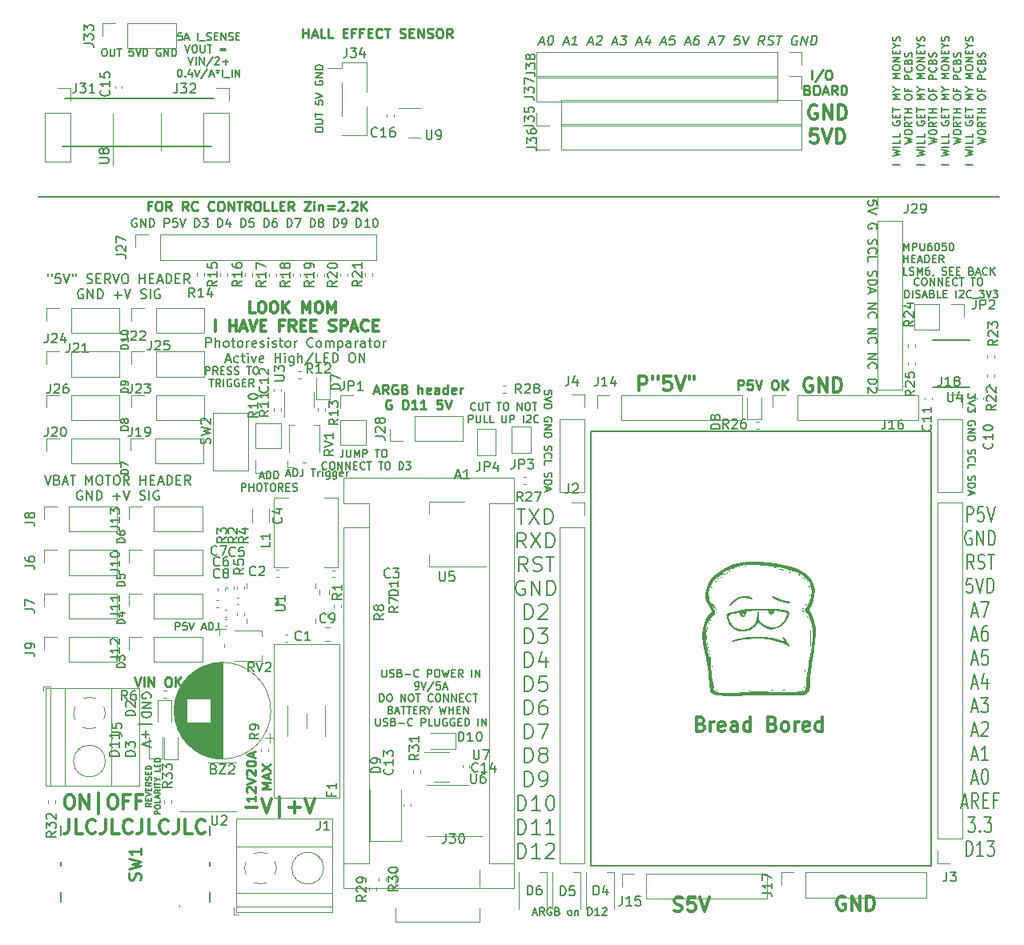
<source format=gbr>
%TF.GenerationSoftware,KiCad,Pcbnew,(6.0.1)*%
%TF.CreationDate,2022-03-17T15:17:58-04:00*%
%TF.ProjectId,2_679_PCB,325f3637-395f-4504-9342-2e6b69636164,rev?*%
%TF.SameCoordinates,Original*%
%TF.FileFunction,Legend,Top*%
%TF.FilePolarity,Positive*%
%FSLAX46Y46*%
G04 Gerber Fmt 4.6, Leading zero omitted, Abs format (unit mm)*
G04 Created by KiCad (PCBNEW (6.0.1)) date 2022-03-17 15:17:58*
%MOMM*%
%LPD*%
G01*
G04 APERTURE LIST*
%ADD10C,0.200000*%
%ADD11C,0.250000*%
%ADD12C,0.300000*%
%ADD13C,0.150000*%
%ADD14C,0.254000*%
%ADD15C,0.120000*%
%ADD16C,0.100000*%
%ADD17C,0.127000*%
G04 APERTURE END LIST*
D10*
X192703904Y-72801904D02*
X191903904Y-72801904D01*
X191903904Y-71887619D02*
X192703904Y-71697142D01*
X192132476Y-71544761D01*
X192703904Y-71392380D01*
X191903904Y-71201904D01*
X192703904Y-70897142D02*
X191903904Y-70897142D01*
X192703904Y-70135238D02*
X192703904Y-70516190D01*
X191903904Y-70516190D01*
X192703904Y-69487619D02*
X192703904Y-69868571D01*
X191903904Y-69868571D01*
X191942000Y-68192380D02*
X191903904Y-68268571D01*
X191903904Y-68382857D01*
X191942000Y-68497142D01*
X192018190Y-68573333D01*
X192094380Y-68611428D01*
X192246761Y-68649523D01*
X192361047Y-68649523D01*
X192513428Y-68611428D01*
X192589619Y-68573333D01*
X192665809Y-68497142D01*
X192703904Y-68382857D01*
X192703904Y-68306666D01*
X192665809Y-68192380D01*
X192627714Y-68154285D01*
X192361047Y-68154285D01*
X192361047Y-68306666D01*
X192284857Y-67811428D02*
X192284857Y-67544761D01*
X192703904Y-67430476D02*
X192703904Y-67811428D01*
X191903904Y-67811428D01*
X191903904Y-67430476D01*
X191903904Y-67201904D02*
X191903904Y-66744761D01*
X192703904Y-66973333D02*
X191903904Y-66973333D01*
X192703904Y-65868571D02*
X191903904Y-65868571D01*
X192475333Y-65601904D01*
X191903904Y-65335238D01*
X192703904Y-65335238D01*
X192322952Y-64801904D02*
X192703904Y-64801904D01*
X191903904Y-65068571D02*
X192322952Y-64801904D01*
X191903904Y-64535238D01*
X192703904Y-63659047D02*
X191903904Y-63659047D01*
X192475333Y-63392380D01*
X191903904Y-63125714D01*
X192703904Y-63125714D01*
X191903904Y-62592380D02*
X191903904Y-62440000D01*
X191942000Y-62363809D01*
X192018190Y-62287619D01*
X192170571Y-62249523D01*
X192437238Y-62249523D01*
X192589619Y-62287619D01*
X192665809Y-62363809D01*
X192703904Y-62440000D01*
X192703904Y-62592380D01*
X192665809Y-62668571D01*
X192589619Y-62744761D01*
X192437238Y-62782857D01*
X192170571Y-62782857D01*
X192018190Y-62744761D01*
X191942000Y-62668571D01*
X191903904Y-62592380D01*
X192703904Y-61906666D02*
X191903904Y-61906666D01*
X192703904Y-61449523D01*
X191903904Y-61449523D01*
X192284857Y-61068571D02*
X192284857Y-60801904D01*
X192703904Y-60687619D02*
X192703904Y-61068571D01*
X191903904Y-61068571D01*
X191903904Y-60687619D01*
X192322952Y-60192380D02*
X192703904Y-60192380D01*
X191903904Y-60459047D02*
X192322952Y-60192380D01*
X191903904Y-59925714D01*
X192665809Y-59697142D02*
X192703904Y-59582857D01*
X192703904Y-59392380D01*
X192665809Y-59316190D01*
X192627714Y-59278095D01*
X192551523Y-59240000D01*
X192475333Y-59240000D01*
X192399142Y-59278095D01*
X192361047Y-59316190D01*
X192322952Y-59392380D01*
X192284857Y-59544761D01*
X192246761Y-59620952D01*
X192208666Y-59659047D01*
X192132476Y-59697142D01*
X192056285Y-59697142D01*
X191980095Y-59659047D01*
X191942000Y-59620952D01*
X191903904Y-59544761D01*
X191903904Y-59354285D01*
X191942000Y-59240000D01*
X193191904Y-70573333D02*
X193991904Y-70382857D01*
X193420476Y-70230476D01*
X193991904Y-70078095D01*
X193191904Y-69887619D01*
X193191904Y-69430476D02*
X193191904Y-69278095D01*
X193230000Y-69201904D01*
X193306190Y-69125714D01*
X193458571Y-69087619D01*
X193725238Y-69087619D01*
X193877619Y-69125714D01*
X193953809Y-69201904D01*
X193991904Y-69278095D01*
X193991904Y-69430476D01*
X193953809Y-69506666D01*
X193877619Y-69582857D01*
X193725238Y-69620952D01*
X193458571Y-69620952D01*
X193306190Y-69582857D01*
X193230000Y-69506666D01*
X193191904Y-69430476D01*
X193991904Y-68287619D02*
X193610952Y-68554285D01*
X193991904Y-68744761D02*
X193191904Y-68744761D01*
X193191904Y-68440000D01*
X193230000Y-68363809D01*
X193268095Y-68325714D01*
X193344285Y-68287619D01*
X193458571Y-68287619D01*
X193534761Y-68325714D01*
X193572857Y-68363809D01*
X193610952Y-68440000D01*
X193610952Y-68744761D01*
X193191904Y-68059047D02*
X193191904Y-67601904D01*
X193991904Y-67830476D02*
X193191904Y-67830476D01*
X193991904Y-67335238D02*
X193191904Y-67335238D01*
X193572857Y-67335238D02*
X193572857Y-66878095D01*
X193991904Y-66878095D02*
X193191904Y-66878095D01*
X193191904Y-65735238D02*
X193191904Y-65582857D01*
X193230000Y-65506666D01*
X193306190Y-65430476D01*
X193458571Y-65392380D01*
X193725238Y-65392380D01*
X193877619Y-65430476D01*
X193953809Y-65506666D01*
X193991904Y-65582857D01*
X193991904Y-65735238D01*
X193953809Y-65811428D01*
X193877619Y-65887619D01*
X193725238Y-65925714D01*
X193458571Y-65925714D01*
X193306190Y-65887619D01*
X193230000Y-65811428D01*
X193191904Y-65735238D01*
X193572857Y-64782857D02*
X193572857Y-65049523D01*
X193991904Y-65049523D02*
X193191904Y-65049523D01*
X193191904Y-64668571D01*
X193991904Y-63754285D02*
X193191904Y-63754285D01*
X193191904Y-63449523D01*
X193230000Y-63373333D01*
X193268095Y-63335238D01*
X193344285Y-63297142D01*
X193458571Y-63297142D01*
X193534761Y-63335238D01*
X193572857Y-63373333D01*
X193610952Y-63449523D01*
X193610952Y-63754285D01*
X193915714Y-62497142D02*
X193953809Y-62535238D01*
X193991904Y-62649523D01*
X193991904Y-62725714D01*
X193953809Y-62840000D01*
X193877619Y-62916190D01*
X193801428Y-62954285D01*
X193649047Y-62992380D01*
X193534761Y-62992380D01*
X193382380Y-62954285D01*
X193306190Y-62916190D01*
X193230000Y-62840000D01*
X193191904Y-62725714D01*
X193191904Y-62649523D01*
X193230000Y-62535238D01*
X193268095Y-62497142D01*
X193572857Y-61887619D02*
X193610952Y-61773333D01*
X193649047Y-61735238D01*
X193725238Y-61697142D01*
X193839523Y-61697142D01*
X193915714Y-61735238D01*
X193953809Y-61773333D01*
X193991904Y-61849523D01*
X193991904Y-62154285D01*
X193191904Y-62154285D01*
X193191904Y-61887619D01*
X193230000Y-61811428D01*
X193268095Y-61773333D01*
X193344285Y-61735238D01*
X193420476Y-61735238D01*
X193496666Y-61773333D01*
X193534761Y-61811428D01*
X193572857Y-61887619D01*
X193572857Y-62154285D01*
X193953809Y-61392380D02*
X193991904Y-61278095D01*
X193991904Y-61087619D01*
X193953809Y-61011428D01*
X193915714Y-60973333D01*
X193839523Y-60935238D01*
X193763333Y-60935238D01*
X193687142Y-60973333D01*
X193649047Y-61011428D01*
X193610952Y-61087619D01*
X193572857Y-61240000D01*
X193534761Y-61316190D01*
X193496666Y-61354285D01*
X193420476Y-61392380D01*
X193344285Y-61392380D01*
X193268095Y-61354285D01*
X193230000Y-61316190D01*
X193191904Y-61240000D01*
X193191904Y-61049523D01*
X193230000Y-60935238D01*
X195279904Y-72801904D02*
X194479904Y-72801904D01*
X194479904Y-71887619D02*
X195279904Y-71697142D01*
X194708476Y-71544761D01*
X195279904Y-71392380D01*
X194479904Y-71201904D01*
X195279904Y-70897142D02*
X194479904Y-70897142D01*
X195279904Y-70135238D02*
X195279904Y-70516190D01*
X194479904Y-70516190D01*
X195279904Y-69487619D02*
X195279904Y-69868571D01*
X194479904Y-69868571D01*
X194518000Y-68192380D02*
X194479904Y-68268571D01*
X194479904Y-68382857D01*
X194518000Y-68497142D01*
X194594190Y-68573333D01*
X194670380Y-68611428D01*
X194822761Y-68649523D01*
X194937047Y-68649523D01*
X195089428Y-68611428D01*
X195165619Y-68573333D01*
X195241809Y-68497142D01*
X195279904Y-68382857D01*
X195279904Y-68306666D01*
X195241809Y-68192380D01*
X195203714Y-68154285D01*
X194937047Y-68154285D01*
X194937047Y-68306666D01*
X194860857Y-67811428D02*
X194860857Y-67544761D01*
X195279904Y-67430476D02*
X195279904Y-67811428D01*
X194479904Y-67811428D01*
X194479904Y-67430476D01*
X194479904Y-67201904D02*
X194479904Y-66744761D01*
X195279904Y-66973333D02*
X194479904Y-66973333D01*
X195279904Y-65868571D02*
X194479904Y-65868571D01*
X195051333Y-65601904D01*
X194479904Y-65335238D01*
X195279904Y-65335238D01*
X194898952Y-64801904D02*
X195279904Y-64801904D01*
X194479904Y-65068571D02*
X194898952Y-64801904D01*
X194479904Y-64535238D01*
X195279904Y-63659047D02*
X194479904Y-63659047D01*
X195051333Y-63392380D01*
X194479904Y-63125714D01*
X195279904Y-63125714D01*
X194479904Y-62592380D02*
X194479904Y-62440000D01*
X194518000Y-62363809D01*
X194594190Y-62287619D01*
X194746571Y-62249523D01*
X195013238Y-62249523D01*
X195165619Y-62287619D01*
X195241809Y-62363809D01*
X195279904Y-62440000D01*
X195279904Y-62592380D01*
X195241809Y-62668571D01*
X195165619Y-62744761D01*
X195013238Y-62782857D01*
X194746571Y-62782857D01*
X194594190Y-62744761D01*
X194518000Y-62668571D01*
X194479904Y-62592380D01*
X195279904Y-61906666D02*
X194479904Y-61906666D01*
X195279904Y-61449523D01*
X194479904Y-61449523D01*
X194860857Y-61068571D02*
X194860857Y-60801904D01*
X195279904Y-60687619D02*
X195279904Y-61068571D01*
X194479904Y-61068571D01*
X194479904Y-60687619D01*
X194898952Y-60192380D02*
X195279904Y-60192380D01*
X194479904Y-60459047D02*
X194898952Y-60192380D01*
X194479904Y-59925714D01*
X195241809Y-59697142D02*
X195279904Y-59582857D01*
X195279904Y-59392380D01*
X195241809Y-59316190D01*
X195203714Y-59278095D01*
X195127523Y-59240000D01*
X195051333Y-59240000D01*
X194975142Y-59278095D01*
X194937047Y-59316190D01*
X194898952Y-59392380D01*
X194860857Y-59544761D01*
X194822761Y-59620952D01*
X194784666Y-59659047D01*
X194708476Y-59697142D01*
X194632285Y-59697142D01*
X194556095Y-59659047D01*
X194518000Y-59620952D01*
X194479904Y-59544761D01*
X194479904Y-59354285D01*
X194518000Y-59240000D01*
X195767904Y-70573333D02*
X196567904Y-70382857D01*
X195996476Y-70230476D01*
X196567904Y-70078095D01*
X195767904Y-69887619D01*
X195767904Y-69430476D02*
X195767904Y-69278095D01*
X195806000Y-69201904D01*
X195882190Y-69125714D01*
X196034571Y-69087619D01*
X196301238Y-69087619D01*
X196453619Y-69125714D01*
X196529809Y-69201904D01*
X196567904Y-69278095D01*
X196567904Y-69430476D01*
X196529809Y-69506666D01*
X196453619Y-69582857D01*
X196301238Y-69620952D01*
X196034571Y-69620952D01*
X195882190Y-69582857D01*
X195806000Y-69506666D01*
X195767904Y-69430476D01*
X196567904Y-68287619D02*
X196186952Y-68554285D01*
X196567904Y-68744761D02*
X195767904Y-68744761D01*
X195767904Y-68440000D01*
X195806000Y-68363809D01*
X195844095Y-68325714D01*
X195920285Y-68287619D01*
X196034571Y-68287619D01*
X196110761Y-68325714D01*
X196148857Y-68363809D01*
X196186952Y-68440000D01*
X196186952Y-68744761D01*
X195767904Y-68059047D02*
X195767904Y-67601904D01*
X196567904Y-67830476D02*
X195767904Y-67830476D01*
X196567904Y-67335238D02*
X195767904Y-67335238D01*
X196148857Y-67335238D02*
X196148857Y-66878095D01*
X196567904Y-66878095D02*
X195767904Y-66878095D01*
X195767904Y-65735238D02*
X195767904Y-65582857D01*
X195806000Y-65506666D01*
X195882190Y-65430476D01*
X196034571Y-65392380D01*
X196301238Y-65392380D01*
X196453619Y-65430476D01*
X196529809Y-65506666D01*
X196567904Y-65582857D01*
X196567904Y-65735238D01*
X196529809Y-65811428D01*
X196453619Y-65887619D01*
X196301238Y-65925714D01*
X196034571Y-65925714D01*
X195882190Y-65887619D01*
X195806000Y-65811428D01*
X195767904Y-65735238D01*
X196148857Y-64782857D02*
X196148857Y-65049523D01*
X196567904Y-65049523D02*
X195767904Y-65049523D01*
X195767904Y-64668571D01*
X196567904Y-63754285D02*
X195767904Y-63754285D01*
X195767904Y-63449523D01*
X195806000Y-63373333D01*
X195844095Y-63335238D01*
X195920285Y-63297142D01*
X196034571Y-63297142D01*
X196110761Y-63335238D01*
X196148857Y-63373333D01*
X196186952Y-63449523D01*
X196186952Y-63754285D01*
X196491714Y-62497142D02*
X196529809Y-62535238D01*
X196567904Y-62649523D01*
X196567904Y-62725714D01*
X196529809Y-62840000D01*
X196453619Y-62916190D01*
X196377428Y-62954285D01*
X196225047Y-62992380D01*
X196110761Y-62992380D01*
X195958380Y-62954285D01*
X195882190Y-62916190D01*
X195806000Y-62840000D01*
X195767904Y-62725714D01*
X195767904Y-62649523D01*
X195806000Y-62535238D01*
X195844095Y-62497142D01*
X196148857Y-61887619D02*
X196186952Y-61773333D01*
X196225047Y-61735238D01*
X196301238Y-61697142D01*
X196415523Y-61697142D01*
X196491714Y-61735238D01*
X196529809Y-61773333D01*
X196567904Y-61849523D01*
X196567904Y-62154285D01*
X195767904Y-62154285D01*
X195767904Y-61887619D01*
X195806000Y-61811428D01*
X195844095Y-61773333D01*
X195920285Y-61735238D01*
X195996476Y-61735238D01*
X196072666Y-61773333D01*
X196110761Y-61811428D01*
X196148857Y-61887619D01*
X196148857Y-62154285D01*
X196529809Y-61392380D02*
X196567904Y-61278095D01*
X196567904Y-61087619D01*
X196529809Y-61011428D01*
X196491714Y-60973333D01*
X196415523Y-60935238D01*
X196339333Y-60935238D01*
X196263142Y-60973333D01*
X196225047Y-61011428D01*
X196186952Y-61087619D01*
X196148857Y-61240000D01*
X196110761Y-61316190D01*
X196072666Y-61354285D01*
X195996476Y-61392380D01*
X195920285Y-61392380D01*
X195844095Y-61354285D01*
X195806000Y-61316190D01*
X195767904Y-61240000D01*
X195767904Y-61049523D01*
X195806000Y-60935238D01*
X197855904Y-72801904D02*
X197055904Y-72801904D01*
X197055904Y-71887619D02*
X197855904Y-71697142D01*
X197284476Y-71544761D01*
X197855904Y-71392380D01*
X197055904Y-71201904D01*
X197855904Y-70897142D02*
X197055904Y-70897142D01*
X197855904Y-70135238D02*
X197855904Y-70516190D01*
X197055904Y-70516190D01*
X197855904Y-69487619D02*
X197855904Y-69868571D01*
X197055904Y-69868571D01*
X197094000Y-68192380D02*
X197055904Y-68268571D01*
X197055904Y-68382857D01*
X197094000Y-68497142D01*
X197170190Y-68573333D01*
X197246380Y-68611428D01*
X197398761Y-68649523D01*
X197513047Y-68649523D01*
X197665428Y-68611428D01*
X197741619Y-68573333D01*
X197817809Y-68497142D01*
X197855904Y-68382857D01*
X197855904Y-68306666D01*
X197817809Y-68192380D01*
X197779714Y-68154285D01*
X197513047Y-68154285D01*
X197513047Y-68306666D01*
X197436857Y-67811428D02*
X197436857Y-67544761D01*
X197855904Y-67430476D02*
X197855904Y-67811428D01*
X197055904Y-67811428D01*
X197055904Y-67430476D01*
X197055904Y-67201904D02*
X197055904Y-66744761D01*
X197855904Y-66973333D02*
X197055904Y-66973333D01*
X197855904Y-65868571D02*
X197055904Y-65868571D01*
X197627333Y-65601904D01*
X197055904Y-65335238D01*
X197855904Y-65335238D01*
X197474952Y-64801904D02*
X197855904Y-64801904D01*
X197055904Y-65068571D02*
X197474952Y-64801904D01*
X197055904Y-64535238D01*
X197855904Y-63659047D02*
X197055904Y-63659047D01*
X197627333Y-63392380D01*
X197055904Y-63125714D01*
X197855904Y-63125714D01*
X197055904Y-62592380D02*
X197055904Y-62440000D01*
X197094000Y-62363809D01*
X197170190Y-62287619D01*
X197322571Y-62249523D01*
X197589238Y-62249523D01*
X197741619Y-62287619D01*
X197817809Y-62363809D01*
X197855904Y-62440000D01*
X197855904Y-62592380D01*
X197817809Y-62668571D01*
X197741619Y-62744761D01*
X197589238Y-62782857D01*
X197322571Y-62782857D01*
X197170190Y-62744761D01*
X197094000Y-62668571D01*
X197055904Y-62592380D01*
X197855904Y-61906666D02*
X197055904Y-61906666D01*
X197855904Y-61449523D01*
X197055904Y-61449523D01*
X197436857Y-61068571D02*
X197436857Y-60801904D01*
X197855904Y-60687619D02*
X197855904Y-61068571D01*
X197055904Y-61068571D01*
X197055904Y-60687619D01*
X197474952Y-60192380D02*
X197855904Y-60192380D01*
X197055904Y-60459047D02*
X197474952Y-60192380D01*
X197055904Y-59925714D01*
X197817809Y-59697142D02*
X197855904Y-59582857D01*
X197855904Y-59392380D01*
X197817809Y-59316190D01*
X197779714Y-59278095D01*
X197703523Y-59240000D01*
X197627333Y-59240000D01*
X197551142Y-59278095D01*
X197513047Y-59316190D01*
X197474952Y-59392380D01*
X197436857Y-59544761D01*
X197398761Y-59620952D01*
X197360666Y-59659047D01*
X197284476Y-59697142D01*
X197208285Y-59697142D01*
X197132095Y-59659047D01*
X197094000Y-59620952D01*
X197055904Y-59544761D01*
X197055904Y-59354285D01*
X197094000Y-59240000D01*
X198343904Y-70573333D02*
X199143904Y-70382857D01*
X198572476Y-70230476D01*
X199143904Y-70078095D01*
X198343904Y-69887619D01*
X198343904Y-69430476D02*
X198343904Y-69278095D01*
X198382000Y-69201904D01*
X198458190Y-69125714D01*
X198610571Y-69087619D01*
X198877238Y-69087619D01*
X199029619Y-69125714D01*
X199105809Y-69201904D01*
X199143904Y-69278095D01*
X199143904Y-69430476D01*
X199105809Y-69506666D01*
X199029619Y-69582857D01*
X198877238Y-69620952D01*
X198610571Y-69620952D01*
X198458190Y-69582857D01*
X198382000Y-69506666D01*
X198343904Y-69430476D01*
X199143904Y-68287619D02*
X198762952Y-68554285D01*
X199143904Y-68744761D02*
X198343904Y-68744761D01*
X198343904Y-68440000D01*
X198382000Y-68363809D01*
X198420095Y-68325714D01*
X198496285Y-68287619D01*
X198610571Y-68287619D01*
X198686761Y-68325714D01*
X198724857Y-68363809D01*
X198762952Y-68440000D01*
X198762952Y-68744761D01*
X198343904Y-68059047D02*
X198343904Y-67601904D01*
X199143904Y-67830476D02*
X198343904Y-67830476D01*
X199143904Y-67335238D02*
X198343904Y-67335238D01*
X198724857Y-67335238D02*
X198724857Y-66878095D01*
X199143904Y-66878095D02*
X198343904Y-66878095D01*
X198343904Y-65735238D02*
X198343904Y-65582857D01*
X198382000Y-65506666D01*
X198458190Y-65430476D01*
X198610571Y-65392380D01*
X198877238Y-65392380D01*
X199029619Y-65430476D01*
X199105809Y-65506666D01*
X199143904Y-65582857D01*
X199143904Y-65735238D01*
X199105809Y-65811428D01*
X199029619Y-65887619D01*
X198877238Y-65925714D01*
X198610571Y-65925714D01*
X198458190Y-65887619D01*
X198382000Y-65811428D01*
X198343904Y-65735238D01*
X198724857Y-64782857D02*
X198724857Y-65049523D01*
X199143904Y-65049523D02*
X198343904Y-65049523D01*
X198343904Y-64668571D01*
X199143904Y-63754285D02*
X198343904Y-63754285D01*
X198343904Y-63449523D01*
X198382000Y-63373333D01*
X198420095Y-63335238D01*
X198496285Y-63297142D01*
X198610571Y-63297142D01*
X198686761Y-63335238D01*
X198724857Y-63373333D01*
X198762952Y-63449523D01*
X198762952Y-63754285D01*
X199067714Y-62497142D02*
X199105809Y-62535238D01*
X199143904Y-62649523D01*
X199143904Y-62725714D01*
X199105809Y-62840000D01*
X199029619Y-62916190D01*
X198953428Y-62954285D01*
X198801047Y-62992380D01*
X198686761Y-62992380D01*
X198534380Y-62954285D01*
X198458190Y-62916190D01*
X198382000Y-62840000D01*
X198343904Y-62725714D01*
X198343904Y-62649523D01*
X198382000Y-62535238D01*
X198420095Y-62497142D01*
X198724857Y-61887619D02*
X198762952Y-61773333D01*
X198801047Y-61735238D01*
X198877238Y-61697142D01*
X198991523Y-61697142D01*
X199067714Y-61735238D01*
X199105809Y-61773333D01*
X199143904Y-61849523D01*
X199143904Y-62154285D01*
X198343904Y-62154285D01*
X198343904Y-61887619D01*
X198382000Y-61811428D01*
X198420095Y-61773333D01*
X198496285Y-61735238D01*
X198572476Y-61735238D01*
X198648666Y-61773333D01*
X198686761Y-61811428D01*
X198724857Y-61887619D01*
X198724857Y-62154285D01*
X199105809Y-61392380D02*
X199143904Y-61278095D01*
X199143904Y-61087619D01*
X199105809Y-61011428D01*
X199067714Y-60973333D01*
X198991523Y-60935238D01*
X198915333Y-60935238D01*
X198839142Y-60973333D01*
X198801047Y-61011428D01*
X198762952Y-61087619D01*
X198724857Y-61240000D01*
X198686761Y-61316190D01*
X198648666Y-61354285D01*
X198572476Y-61392380D01*
X198496285Y-61392380D01*
X198420095Y-61354285D01*
X198382000Y-61316190D01*
X198343904Y-61240000D01*
X198343904Y-61049523D01*
X198382000Y-60935238D01*
X200431904Y-72801904D02*
X199631904Y-72801904D01*
X199631904Y-71887619D02*
X200431904Y-71697142D01*
X199860476Y-71544761D01*
X200431904Y-71392380D01*
X199631904Y-71201904D01*
X200431904Y-70897142D02*
X199631904Y-70897142D01*
X200431904Y-70135238D02*
X200431904Y-70516190D01*
X199631904Y-70516190D01*
X200431904Y-69487619D02*
X200431904Y-69868571D01*
X199631904Y-69868571D01*
X199670000Y-68192380D02*
X199631904Y-68268571D01*
X199631904Y-68382857D01*
X199670000Y-68497142D01*
X199746190Y-68573333D01*
X199822380Y-68611428D01*
X199974761Y-68649523D01*
X200089047Y-68649523D01*
X200241428Y-68611428D01*
X200317619Y-68573333D01*
X200393809Y-68497142D01*
X200431904Y-68382857D01*
X200431904Y-68306666D01*
X200393809Y-68192380D01*
X200355714Y-68154285D01*
X200089047Y-68154285D01*
X200089047Y-68306666D01*
X200012857Y-67811428D02*
X200012857Y-67544761D01*
X200431904Y-67430476D02*
X200431904Y-67811428D01*
X199631904Y-67811428D01*
X199631904Y-67430476D01*
X199631904Y-67201904D02*
X199631904Y-66744761D01*
X200431904Y-66973333D02*
X199631904Y-66973333D01*
X200431904Y-65868571D02*
X199631904Y-65868571D01*
X200203333Y-65601904D01*
X199631904Y-65335238D01*
X200431904Y-65335238D01*
X200050952Y-64801904D02*
X200431904Y-64801904D01*
X199631904Y-65068571D02*
X200050952Y-64801904D01*
X199631904Y-64535238D01*
X200431904Y-63659047D02*
X199631904Y-63659047D01*
X200203333Y-63392380D01*
X199631904Y-63125714D01*
X200431904Y-63125714D01*
X199631904Y-62592380D02*
X199631904Y-62440000D01*
X199670000Y-62363809D01*
X199746190Y-62287619D01*
X199898571Y-62249523D01*
X200165238Y-62249523D01*
X200317619Y-62287619D01*
X200393809Y-62363809D01*
X200431904Y-62440000D01*
X200431904Y-62592380D01*
X200393809Y-62668571D01*
X200317619Y-62744761D01*
X200165238Y-62782857D01*
X199898571Y-62782857D01*
X199746190Y-62744761D01*
X199670000Y-62668571D01*
X199631904Y-62592380D01*
X200431904Y-61906666D02*
X199631904Y-61906666D01*
X200431904Y-61449523D01*
X199631904Y-61449523D01*
X200012857Y-61068571D02*
X200012857Y-60801904D01*
X200431904Y-60687619D02*
X200431904Y-61068571D01*
X199631904Y-61068571D01*
X199631904Y-60687619D01*
X200050952Y-60192380D02*
X200431904Y-60192380D01*
X199631904Y-60459047D02*
X200050952Y-60192380D01*
X199631904Y-59925714D01*
X200393809Y-59697142D02*
X200431904Y-59582857D01*
X200431904Y-59392380D01*
X200393809Y-59316190D01*
X200355714Y-59278095D01*
X200279523Y-59240000D01*
X200203333Y-59240000D01*
X200127142Y-59278095D01*
X200089047Y-59316190D01*
X200050952Y-59392380D01*
X200012857Y-59544761D01*
X199974761Y-59620952D01*
X199936666Y-59659047D01*
X199860476Y-59697142D01*
X199784285Y-59697142D01*
X199708095Y-59659047D01*
X199670000Y-59620952D01*
X199631904Y-59544761D01*
X199631904Y-59354285D01*
X199670000Y-59240000D01*
X200919904Y-70573333D02*
X201719904Y-70382857D01*
X201148476Y-70230476D01*
X201719904Y-70078095D01*
X200919904Y-69887619D01*
X200919904Y-69430476D02*
X200919904Y-69278095D01*
X200958000Y-69201904D01*
X201034190Y-69125714D01*
X201186571Y-69087619D01*
X201453238Y-69087619D01*
X201605619Y-69125714D01*
X201681809Y-69201904D01*
X201719904Y-69278095D01*
X201719904Y-69430476D01*
X201681809Y-69506666D01*
X201605619Y-69582857D01*
X201453238Y-69620952D01*
X201186571Y-69620952D01*
X201034190Y-69582857D01*
X200958000Y-69506666D01*
X200919904Y-69430476D01*
X201719904Y-68287619D02*
X201338952Y-68554285D01*
X201719904Y-68744761D02*
X200919904Y-68744761D01*
X200919904Y-68440000D01*
X200958000Y-68363809D01*
X200996095Y-68325714D01*
X201072285Y-68287619D01*
X201186571Y-68287619D01*
X201262761Y-68325714D01*
X201300857Y-68363809D01*
X201338952Y-68440000D01*
X201338952Y-68744761D01*
X200919904Y-68059047D02*
X200919904Y-67601904D01*
X201719904Y-67830476D02*
X200919904Y-67830476D01*
X201719904Y-67335238D02*
X200919904Y-67335238D01*
X201300857Y-67335238D02*
X201300857Y-66878095D01*
X201719904Y-66878095D02*
X200919904Y-66878095D01*
X200919904Y-65735238D02*
X200919904Y-65582857D01*
X200958000Y-65506666D01*
X201034190Y-65430476D01*
X201186571Y-65392380D01*
X201453238Y-65392380D01*
X201605619Y-65430476D01*
X201681809Y-65506666D01*
X201719904Y-65582857D01*
X201719904Y-65735238D01*
X201681809Y-65811428D01*
X201605619Y-65887619D01*
X201453238Y-65925714D01*
X201186571Y-65925714D01*
X201034190Y-65887619D01*
X200958000Y-65811428D01*
X200919904Y-65735238D01*
X201300857Y-64782857D02*
X201300857Y-65049523D01*
X201719904Y-65049523D02*
X200919904Y-65049523D01*
X200919904Y-64668571D01*
X201719904Y-63754285D02*
X200919904Y-63754285D01*
X200919904Y-63449523D01*
X200958000Y-63373333D01*
X200996095Y-63335238D01*
X201072285Y-63297142D01*
X201186571Y-63297142D01*
X201262761Y-63335238D01*
X201300857Y-63373333D01*
X201338952Y-63449523D01*
X201338952Y-63754285D01*
X201643714Y-62497142D02*
X201681809Y-62535238D01*
X201719904Y-62649523D01*
X201719904Y-62725714D01*
X201681809Y-62840000D01*
X201605619Y-62916190D01*
X201529428Y-62954285D01*
X201377047Y-62992380D01*
X201262761Y-62992380D01*
X201110380Y-62954285D01*
X201034190Y-62916190D01*
X200958000Y-62840000D01*
X200919904Y-62725714D01*
X200919904Y-62649523D01*
X200958000Y-62535238D01*
X200996095Y-62497142D01*
X201300857Y-61887619D02*
X201338952Y-61773333D01*
X201377047Y-61735238D01*
X201453238Y-61697142D01*
X201567523Y-61697142D01*
X201643714Y-61735238D01*
X201681809Y-61773333D01*
X201719904Y-61849523D01*
X201719904Y-62154285D01*
X200919904Y-62154285D01*
X200919904Y-61887619D01*
X200958000Y-61811428D01*
X200996095Y-61773333D01*
X201072285Y-61735238D01*
X201148476Y-61735238D01*
X201224666Y-61773333D01*
X201262761Y-61811428D01*
X201300857Y-61887619D01*
X201300857Y-62154285D01*
X201681809Y-61392380D02*
X201719904Y-61278095D01*
X201719904Y-61087619D01*
X201681809Y-61011428D01*
X201643714Y-60973333D01*
X201567523Y-60935238D01*
X201491333Y-60935238D01*
X201415142Y-60973333D01*
X201377047Y-61011428D01*
X201338952Y-61087619D01*
X201300857Y-61240000D01*
X201262761Y-61316190D01*
X201224666Y-61354285D01*
X201148476Y-61392380D01*
X201072285Y-61392380D01*
X200996095Y-61354285D01*
X200958000Y-61316190D01*
X200919904Y-61240000D01*
X200919904Y-61049523D01*
X200958000Y-60935238D01*
D11*
X183356428Y-63782380D02*
X183356428Y-62782380D01*
X184546904Y-62734761D02*
X183689761Y-64020476D01*
X185070714Y-62782380D02*
X185261190Y-62782380D01*
X185356428Y-62830000D01*
X185451666Y-62925238D01*
X185499285Y-63115714D01*
X185499285Y-63449047D01*
X185451666Y-63639523D01*
X185356428Y-63734761D01*
X185261190Y-63782380D01*
X185070714Y-63782380D01*
X184975476Y-63734761D01*
X184880238Y-63639523D01*
X184832619Y-63449047D01*
X184832619Y-63115714D01*
X184880238Y-62925238D01*
X184975476Y-62830000D01*
X185070714Y-62782380D01*
X182904047Y-64868571D02*
X183046904Y-64916190D01*
X183094523Y-64963809D01*
X183142142Y-65059047D01*
X183142142Y-65201904D01*
X183094523Y-65297142D01*
X183046904Y-65344761D01*
X182951666Y-65392380D01*
X182570714Y-65392380D01*
X182570714Y-64392380D01*
X182904047Y-64392380D01*
X182999285Y-64440000D01*
X183046904Y-64487619D01*
X183094523Y-64582857D01*
X183094523Y-64678095D01*
X183046904Y-64773333D01*
X182999285Y-64820952D01*
X182904047Y-64868571D01*
X182570714Y-64868571D01*
X183761190Y-64392380D02*
X183951666Y-64392380D01*
X184046904Y-64440000D01*
X184142142Y-64535238D01*
X184189761Y-64725714D01*
X184189761Y-65059047D01*
X184142142Y-65249523D01*
X184046904Y-65344761D01*
X183951666Y-65392380D01*
X183761190Y-65392380D01*
X183665952Y-65344761D01*
X183570714Y-65249523D01*
X183523095Y-65059047D01*
X183523095Y-64725714D01*
X183570714Y-64535238D01*
X183665952Y-64440000D01*
X183761190Y-64392380D01*
X184570714Y-65106666D02*
X185046904Y-65106666D01*
X184475476Y-65392380D02*
X184808809Y-64392380D01*
X185142142Y-65392380D01*
X186046904Y-65392380D02*
X185713571Y-64916190D01*
X185475476Y-65392380D02*
X185475476Y-64392380D01*
X185856428Y-64392380D01*
X185951666Y-64440000D01*
X185999285Y-64487619D01*
X186046904Y-64582857D01*
X186046904Y-64725714D01*
X185999285Y-64820952D01*
X185951666Y-64868571D01*
X185856428Y-64916190D01*
X185475476Y-64916190D01*
X186475476Y-65392380D02*
X186475476Y-64392380D01*
X186713571Y-64392380D01*
X186856428Y-64440000D01*
X186951666Y-64535238D01*
X186999285Y-64630476D01*
X187046904Y-64820952D01*
X187046904Y-64963809D01*
X186999285Y-65154285D01*
X186951666Y-65249523D01*
X186856428Y-65344761D01*
X186713571Y-65392380D01*
X186475476Y-65392380D01*
D12*
X184003285Y-69028571D02*
X183289000Y-69028571D01*
X183217571Y-69742857D01*
X183289000Y-69671428D01*
X183431857Y-69600000D01*
X183789000Y-69600000D01*
X183931857Y-69671428D01*
X184003285Y-69742857D01*
X184074714Y-69885714D01*
X184074714Y-70242857D01*
X184003285Y-70385714D01*
X183931857Y-70457142D01*
X183789000Y-70528571D01*
X183431857Y-70528571D01*
X183289000Y-70457142D01*
X183217571Y-70385714D01*
X184503285Y-69028571D02*
X185003285Y-70528571D01*
X185503285Y-69028571D01*
X186003285Y-70528571D02*
X186003285Y-69028571D01*
X186360428Y-69028571D01*
X186574714Y-69100000D01*
X186717571Y-69242857D01*
X186789000Y-69385714D01*
X186860428Y-69671428D01*
X186860428Y-69885714D01*
X186789000Y-70171428D01*
X186717571Y-70314285D01*
X186574714Y-70457142D01*
X186360428Y-70528571D01*
X186003285Y-70528571D01*
X183896142Y-66560000D02*
X183753285Y-66488571D01*
X183539000Y-66488571D01*
X183324714Y-66560000D01*
X183181857Y-66702857D01*
X183110428Y-66845714D01*
X183039000Y-67131428D01*
X183039000Y-67345714D01*
X183110428Y-67631428D01*
X183181857Y-67774285D01*
X183324714Y-67917142D01*
X183539000Y-67988571D01*
X183681857Y-67988571D01*
X183896142Y-67917142D01*
X183967571Y-67845714D01*
X183967571Y-67345714D01*
X183681857Y-67345714D01*
X184610428Y-67988571D02*
X184610428Y-66488571D01*
X185467571Y-67988571D01*
X185467571Y-66488571D01*
X186181857Y-67988571D02*
X186181857Y-66488571D01*
X186539000Y-66488571D01*
X186753285Y-66560000D01*
X186896142Y-66702857D01*
X186967571Y-66845714D01*
X187039000Y-67131428D01*
X187039000Y-67345714D01*
X186967571Y-67631428D01*
X186896142Y-67774285D01*
X186753285Y-67917142D01*
X186539000Y-67988571D01*
X186181857Y-67988571D01*
D10*
X154589184Y-59856666D02*
X155065375Y-59856666D01*
X154458232Y-60142380D02*
X154916565Y-59142380D01*
X155124898Y-60142380D01*
X155773708Y-59142380D02*
X155868946Y-59142380D01*
X155958232Y-59190000D01*
X155999898Y-59237619D01*
X156035613Y-59332857D01*
X156059422Y-59523333D01*
X156029660Y-59761428D01*
X155958232Y-59951904D01*
X155898708Y-60047142D01*
X155845136Y-60094761D01*
X155743946Y-60142380D01*
X155648708Y-60142380D01*
X155559422Y-60094761D01*
X155517755Y-60047142D01*
X155482041Y-59951904D01*
X155458232Y-59761428D01*
X155487994Y-59523333D01*
X155559422Y-59332857D01*
X155618946Y-59237619D01*
X155672517Y-59190000D01*
X155773708Y-59142380D01*
X157160613Y-59856666D02*
X157636803Y-59856666D01*
X157029660Y-60142380D02*
X157487994Y-59142380D01*
X157696327Y-60142380D01*
X158553470Y-60142380D02*
X157982041Y-60142380D01*
X158267755Y-60142380D02*
X158392755Y-59142380D01*
X158279660Y-59285238D01*
X158172517Y-59380476D01*
X158071327Y-59428095D01*
X159732041Y-59856666D02*
X160208232Y-59856666D01*
X159601089Y-60142380D02*
X160059422Y-59142380D01*
X160267755Y-60142380D01*
X160666565Y-59237619D02*
X160720136Y-59190000D01*
X160821327Y-59142380D01*
X161059422Y-59142380D01*
X161148708Y-59190000D01*
X161190375Y-59237619D01*
X161226089Y-59332857D01*
X161214184Y-59428095D01*
X161148708Y-59570952D01*
X160505851Y-60142380D01*
X161124898Y-60142380D01*
X162303470Y-59856666D02*
X162779660Y-59856666D01*
X162172517Y-60142380D02*
X162630851Y-59142380D01*
X162839184Y-60142380D01*
X163202279Y-59142380D02*
X163821327Y-59142380D01*
X163440375Y-59523333D01*
X163583232Y-59523333D01*
X163672517Y-59570952D01*
X163714184Y-59618571D01*
X163749898Y-59713809D01*
X163720136Y-59951904D01*
X163660613Y-60047142D01*
X163607041Y-60094761D01*
X163505851Y-60142380D01*
X163220136Y-60142380D01*
X163130851Y-60094761D01*
X163089184Y-60047142D01*
X164874898Y-59856666D02*
X165351089Y-59856666D01*
X164743946Y-60142380D02*
X165202279Y-59142380D01*
X165410613Y-60142380D01*
X166255851Y-59475714D02*
X166172517Y-60142380D01*
X166065375Y-59094761D02*
X165737994Y-59809047D01*
X166357041Y-59809047D01*
X167446327Y-59856666D02*
X167922517Y-59856666D01*
X167315375Y-60142380D02*
X167773708Y-59142380D01*
X167982041Y-60142380D01*
X168916565Y-59142380D02*
X168440375Y-59142380D01*
X168333232Y-59618571D01*
X168386803Y-59570952D01*
X168487994Y-59523333D01*
X168726089Y-59523333D01*
X168815374Y-59570952D01*
X168857041Y-59618571D01*
X168892755Y-59713809D01*
X168862994Y-59951904D01*
X168803470Y-60047142D01*
X168749898Y-60094761D01*
X168648708Y-60142380D01*
X168410613Y-60142380D01*
X168321327Y-60094761D01*
X168279660Y-60047142D01*
X170017755Y-59856666D02*
X170493946Y-59856666D01*
X169886803Y-60142380D02*
X170345136Y-59142380D01*
X170553470Y-60142380D01*
X171440374Y-59142380D02*
X171249898Y-59142380D01*
X171148708Y-59190000D01*
X171095136Y-59237619D01*
X170982041Y-59380476D01*
X170910613Y-59570952D01*
X170862994Y-59951904D01*
X170898708Y-60047142D01*
X170940374Y-60094761D01*
X171029660Y-60142380D01*
X171220136Y-60142380D01*
X171321327Y-60094761D01*
X171374898Y-60047142D01*
X171434422Y-59951904D01*
X171464184Y-59713809D01*
X171428470Y-59618571D01*
X171386803Y-59570952D01*
X171297517Y-59523333D01*
X171107041Y-59523333D01*
X171005851Y-59570952D01*
X170952279Y-59618571D01*
X170892755Y-59713809D01*
X172589184Y-59856666D02*
X173065375Y-59856666D01*
X172458232Y-60142380D02*
X172916565Y-59142380D01*
X173124898Y-60142380D01*
X173487994Y-59142380D02*
X174154660Y-59142380D01*
X173601089Y-60142380D01*
X175773708Y-59142380D02*
X175297517Y-59142380D01*
X175190374Y-59618571D01*
X175243946Y-59570952D01*
X175345136Y-59523333D01*
X175583232Y-59523333D01*
X175672517Y-59570952D01*
X175714184Y-59618571D01*
X175749898Y-59713809D01*
X175720136Y-59951904D01*
X175660613Y-60047142D01*
X175607041Y-60094761D01*
X175505851Y-60142380D01*
X175267755Y-60142380D01*
X175178470Y-60094761D01*
X175136803Y-60047142D01*
X176107041Y-59142380D02*
X176315374Y-60142380D01*
X176773708Y-59142380D01*
X178315374Y-60142380D02*
X178041565Y-59666190D01*
X177743946Y-60142380D02*
X177868946Y-59142380D01*
X178249898Y-59142380D01*
X178339184Y-59190000D01*
X178380851Y-59237619D01*
X178416565Y-59332857D01*
X178398708Y-59475714D01*
X178339184Y-59570952D01*
X178285613Y-59618571D01*
X178184422Y-59666190D01*
X177803470Y-59666190D01*
X178702279Y-60094761D02*
X178839184Y-60142380D01*
X179077279Y-60142380D01*
X179178470Y-60094761D01*
X179232041Y-60047142D01*
X179291565Y-59951904D01*
X179303470Y-59856666D01*
X179267755Y-59761428D01*
X179226089Y-59713809D01*
X179136803Y-59666190D01*
X178952279Y-59618571D01*
X178862994Y-59570952D01*
X178821327Y-59523333D01*
X178785613Y-59428095D01*
X178797517Y-59332857D01*
X178857041Y-59237619D01*
X178910613Y-59190000D01*
X179011803Y-59142380D01*
X179249898Y-59142380D01*
X179386803Y-59190000D01*
X179678470Y-59142380D02*
X180249898Y-59142380D01*
X179839184Y-60142380D02*
X179964184Y-59142380D01*
X181862994Y-59190000D02*
X181773708Y-59142380D01*
X181630851Y-59142380D01*
X181482041Y-59190000D01*
X181374898Y-59285238D01*
X181315374Y-59380476D01*
X181243946Y-59570952D01*
X181226089Y-59713809D01*
X181249898Y-59904285D01*
X181285613Y-59999523D01*
X181368946Y-60094761D01*
X181505851Y-60142380D01*
X181601089Y-60142380D01*
X181749898Y-60094761D01*
X181803470Y-60047142D01*
X181845136Y-59713809D01*
X181654660Y-59713809D01*
X182220136Y-60142380D02*
X182345136Y-59142380D01*
X182791565Y-60142380D01*
X182916565Y-59142380D01*
X183267755Y-60142380D02*
X183392755Y-59142380D01*
X183630851Y-59142380D01*
X183767755Y-59190000D01*
X183851089Y-59285238D01*
X183886803Y-59380476D01*
X183910613Y-59570952D01*
X183892755Y-59713809D01*
X183821327Y-59904285D01*
X183761803Y-59999523D01*
X183654660Y-60094761D01*
X183505851Y-60142380D01*
X183267755Y-60142380D01*
D11*
X129533047Y-59380380D02*
X129533047Y-58380380D01*
X129533047Y-58856571D02*
X130104476Y-58856571D01*
X130104476Y-59380380D02*
X130104476Y-58380380D01*
X130533047Y-59094666D02*
X131009238Y-59094666D01*
X130437809Y-59380380D02*
X130771142Y-58380380D01*
X131104476Y-59380380D01*
X131914000Y-59380380D02*
X131437809Y-59380380D01*
X131437809Y-58380380D01*
X132723523Y-59380380D02*
X132247333Y-59380380D01*
X132247333Y-58380380D01*
X133818761Y-58856571D02*
X134152095Y-58856571D01*
X134294952Y-59380380D02*
X133818761Y-59380380D01*
X133818761Y-58380380D01*
X134294952Y-58380380D01*
X135056857Y-58856571D02*
X134723523Y-58856571D01*
X134723523Y-59380380D02*
X134723523Y-58380380D01*
X135199714Y-58380380D01*
X135914000Y-58856571D02*
X135580666Y-58856571D01*
X135580666Y-59380380D02*
X135580666Y-58380380D01*
X136056857Y-58380380D01*
X136437809Y-58856571D02*
X136771142Y-58856571D01*
X136914000Y-59380380D02*
X136437809Y-59380380D01*
X136437809Y-58380380D01*
X136914000Y-58380380D01*
X137914000Y-59285142D02*
X137866380Y-59332761D01*
X137723523Y-59380380D01*
X137628285Y-59380380D01*
X137485428Y-59332761D01*
X137390190Y-59237523D01*
X137342571Y-59142285D01*
X137294952Y-58951809D01*
X137294952Y-58808952D01*
X137342571Y-58618476D01*
X137390190Y-58523238D01*
X137485428Y-58428000D01*
X137628285Y-58380380D01*
X137723523Y-58380380D01*
X137866380Y-58428000D01*
X137914000Y-58475619D01*
X138199714Y-58380380D02*
X138771142Y-58380380D01*
X138485428Y-59380380D02*
X138485428Y-58380380D01*
X139818761Y-59332761D02*
X139961619Y-59380380D01*
X140199714Y-59380380D01*
X140294952Y-59332761D01*
X140342571Y-59285142D01*
X140390190Y-59189904D01*
X140390190Y-59094666D01*
X140342571Y-58999428D01*
X140294952Y-58951809D01*
X140199714Y-58904190D01*
X140009238Y-58856571D01*
X139914000Y-58808952D01*
X139866380Y-58761333D01*
X139818761Y-58666095D01*
X139818761Y-58570857D01*
X139866380Y-58475619D01*
X139914000Y-58428000D01*
X140009238Y-58380380D01*
X140247333Y-58380380D01*
X140390190Y-58428000D01*
X140818761Y-58856571D02*
X141152095Y-58856571D01*
X141294952Y-59380380D02*
X140818761Y-59380380D01*
X140818761Y-58380380D01*
X141294952Y-58380380D01*
X141723523Y-59380380D02*
X141723523Y-58380380D01*
X142294952Y-59380380D01*
X142294952Y-58380380D01*
X142723523Y-59332761D02*
X142866380Y-59380380D01*
X143104476Y-59380380D01*
X143199714Y-59332761D01*
X143247333Y-59285142D01*
X143294952Y-59189904D01*
X143294952Y-59094666D01*
X143247333Y-58999428D01*
X143199714Y-58951809D01*
X143104476Y-58904190D01*
X142914000Y-58856571D01*
X142818761Y-58808952D01*
X142771142Y-58761333D01*
X142723523Y-58666095D01*
X142723523Y-58570857D01*
X142771142Y-58475619D01*
X142818761Y-58428000D01*
X142914000Y-58380380D01*
X143152095Y-58380380D01*
X143294952Y-58428000D01*
X143914000Y-58380380D02*
X144104476Y-58380380D01*
X144199714Y-58428000D01*
X144294952Y-58523238D01*
X144342571Y-58713714D01*
X144342571Y-59047047D01*
X144294952Y-59237523D01*
X144199714Y-59332761D01*
X144104476Y-59380380D01*
X143914000Y-59380380D01*
X143818761Y-59332761D01*
X143723523Y-59237523D01*
X143675904Y-59047047D01*
X143675904Y-58713714D01*
X143723523Y-58523238D01*
X143818761Y-58428000D01*
X143914000Y-58380380D01*
X145342571Y-59380380D02*
X145009238Y-58904190D01*
X144771142Y-59380380D02*
X144771142Y-58380380D01*
X145152095Y-58380380D01*
X145247333Y-58428000D01*
X145294952Y-58475619D01*
X145342571Y-58570857D01*
X145342571Y-58713714D01*
X145294952Y-58808952D01*
X145247333Y-58856571D01*
X145152095Y-58904190D01*
X144771142Y-58904190D01*
D10*
X130879904Y-69138380D02*
X130879904Y-68986000D01*
X130918000Y-68909809D01*
X130994190Y-68833619D01*
X131146571Y-68795523D01*
X131413238Y-68795523D01*
X131565619Y-68833619D01*
X131641809Y-68909809D01*
X131679904Y-68986000D01*
X131679904Y-69138380D01*
X131641809Y-69214571D01*
X131565619Y-69290761D01*
X131413238Y-69328857D01*
X131146571Y-69328857D01*
X130994190Y-69290761D01*
X130918000Y-69214571D01*
X130879904Y-69138380D01*
X130879904Y-68452666D02*
X131527523Y-68452666D01*
X131603714Y-68414571D01*
X131641809Y-68376476D01*
X131679904Y-68300285D01*
X131679904Y-68147904D01*
X131641809Y-68071714D01*
X131603714Y-68033619D01*
X131527523Y-67995523D01*
X130879904Y-67995523D01*
X130879904Y-67728857D02*
X130879904Y-67271714D01*
X131679904Y-67500285D02*
X130879904Y-67500285D01*
X130879904Y-66014571D02*
X130879904Y-66395523D01*
X131260857Y-66433619D01*
X131222761Y-66395523D01*
X131184666Y-66319333D01*
X131184666Y-66128857D01*
X131222761Y-66052666D01*
X131260857Y-66014571D01*
X131337047Y-65976476D01*
X131527523Y-65976476D01*
X131603714Y-66014571D01*
X131641809Y-66052666D01*
X131679904Y-66128857D01*
X131679904Y-66319333D01*
X131641809Y-66395523D01*
X131603714Y-66433619D01*
X130879904Y-65747904D02*
X131679904Y-65481238D01*
X130879904Y-65214571D01*
X130918000Y-63919333D02*
X130879904Y-63995523D01*
X130879904Y-64109809D01*
X130918000Y-64224095D01*
X130994190Y-64300285D01*
X131070380Y-64338380D01*
X131222761Y-64376476D01*
X131337047Y-64376476D01*
X131489428Y-64338380D01*
X131565619Y-64300285D01*
X131641809Y-64224095D01*
X131679904Y-64109809D01*
X131679904Y-64033619D01*
X131641809Y-63919333D01*
X131603714Y-63881238D01*
X131337047Y-63881238D01*
X131337047Y-64033619D01*
X131679904Y-63538380D02*
X130879904Y-63538380D01*
X131679904Y-63081238D01*
X130879904Y-63081238D01*
X131679904Y-62700285D02*
X130879904Y-62700285D01*
X130879904Y-62509809D01*
X130918000Y-62395523D01*
X130994190Y-62319333D01*
X131070380Y-62281238D01*
X131222761Y-62243142D01*
X131337047Y-62243142D01*
X131489428Y-62281238D01*
X131565619Y-62319333D01*
X131641809Y-62395523D01*
X131679904Y-62509809D01*
X131679904Y-62700285D01*
D13*
X108490619Y-60506904D02*
X108643000Y-60506904D01*
X108719190Y-60545000D01*
X108795380Y-60621190D01*
X108833476Y-60773571D01*
X108833476Y-61040238D01*
X108795380Y-61192619D01*
X108719190Y-61268809D01*
X108643000Y-61306904D01*
X108490619Y-61306904D01*
X108414428Y-61268809D01*
X108338238Y-61192619D01*
X108300142Y-61040238D01*
X108300142Y-60773571D01*
X108338238Y-60621190D01*
X108414428Y-60545000D01*
X108490619Y-60506904D01*
X109176333Y-60506904D02*
X109176333Y-61154523D01*
X109214428Y-61230714D01*
X109252523Y-61268809D01*
X109328714Y-61306904D01*
X109481095Y-61306904D01*
X109557285Y-61268809D01*
X109595380Y-61230714D01*
X109633476Y-61154523D01*
X109633476Y-60506904D01*
X109900142Y-60506904D02*
X110357285Y-60506904D01*
X110128714Y-61306904D02*
X110128714Y-60506904D01*
X111614428Y-60506904D02*
X111233476Y-60506904D01*
X111195380Y-60887857D01*
X111233476Y-60849761D01*
X111309666Y-60811666D01*
X111500142Y-60811666D01*
X111576333Y-60849761D01*
X111614428Y-60887857D01*
X111652523Y-60964047D01*
X111652523Y-61154523D01*
X111614428Y-61230714D01*
X111576333Y-61268809D01*
X111500142Y-61306904D01*
X111309666Y-61306904D01*
X111233476Y-61268809D01*
X111195380Y-61230714D01*
X111881095Y-60506904D02*
X112147761Y-61306904D01*
X112414428Y-60506904D01*
X112681095Y-61306904D02*
X112681095Y-60506904D01*
X112871571Y-60506904D01*
X112985857Y-60545000D01*
X113062047Y-60621190D01*
X113100142Y-60697380D01*
X113138238Y-60849761D01*
X113138238Y-60964047D01*
X113100142Y-61116428D01*
X113062047Y-61192619D01*
X112985857Y-61268809D01*
X112871571Y-61306904D01*
X112681095Y-61306904D01*
X114509666Y-60545000D02*
X114433476Y-60506904D01*
X114319190Y-60506904D01*
X114204904Y-60545000D01*
X114128714Y-60621190D01*
X114090619Y-60697380D01*
X114052523Y-60849761D01*
X114052523Y-60964047D01*
X114090619Y-61116428D01*
X114128714Y-61192619D01*
X114204904Y-61268809D01*
X114319190Y-61306904D01*
X114395380Y-61306904D01*
X114509666Y-61268809D01*
X114547761Y-61230714D01*
X114547761Y-60964047D01*
X114395380Y-60964047D01*
X114890619Y-61306904D02*
X114890619Y-60506904D01*
X115347761Y-61306904D01*
X115347761Y-60506904D01*
X115728714Y-61306904D02*
X115728714Y-60506904D01*
X115919190Y-60506904D01*
X116033476Y-60545000D01*
X116109666Y-60621190D01*
X116147761Y-60697380D01*
X116185857Y-60849761D01*
X116185857Y-60964047D01*
X116147761Y-61116428D01*
X116109666Y-61192619D01*
X116033476Y-61268809D01*
X115919190Y-61306904D01*
X115728714Y-61306904D01*
X116751857Y-58828904D02*
X116370904Y-58828904D01*
X116332809Y-59209857D01*
X116370904Y-59171761D01*
X116447095Y-59133666D01*
X116637571Y-59133666D01*
X116713761Y-59171761D01*
X116751857Y-59209857D01*
X116789952Y-59286047D01*
X116789952Y-59476523D01*
X116751857Y-59552714D01*
X116713761Y-59590809D01*
X116637571Y-59628904D01*
X116447095Y-59628904D01*
X116370904Y-59590809D01*
X116332809Y-59552714D01*
X117094714Y-59400333D02*
X117475666Y-59400333D01*
X117018523Y-59628904D02*
X117285190Y-58828904D01*
X117551857Y-59628904D01*
X118428047Y-59628904D02*
X118428047Y-58828904D01*
X118618523Y-59705095D02*
X119228047Y-59705095D01*
X119380428Y-59590809D02*
X119494714Y-59628904D01*
X119685190Y-59628904D01*
X119761380Y-59590809D01*
X119799476Y-59552714D01*
X119837571Y-59476523D01*
X119837571Y-59400333D01*
X119799476Y-59324142D01*
X119761380Y-59286047D01*
X119685190Y-59247952D01*
X119532809Y-59209857D01*
X119456619Y-59171761D01*
X119418523Y-59133666D01*
X119380428Y-59057476D01*
X119380428Y-58981285D01*
X119418523Y-58905095D01*
X119456619Y-58867000D01*
X119532809Y-58828904D01*
X119723285Y-58828904D01*
X119837571Y-58867000D01*
X120180428Y-59209857D02*
X120447095Y-59209857D01*
X120561380Y-59628904D02*
X120180428Y-59628904D01*
X120180428Y-58828904D01*
X120561380Y-58828904D01*
X120904238Y-59628904D02*
X120904238Y-58828904D01*
X121361380Y-59628904D01*
X121361380Y-58828904D01*
X121704238Y-59590809D02*
X121818523Y-59628904D01*
X122009000Y-59628904D01*
X122085190Y-59590809D01*
X122123285Y-59552714D01*
X122161380Y-59476523D01*
X122161380Y-59400333D01*
X122123285Y-59324142D01*
X122085190Y-59286047D01*
X122009000Y-59247952D01*
X121856619Y-59209857D01*
X121780428Y-59171761D01*
X121742333Y-59133666D01*
X121704238Y-59057476D01*
X121704238Y-58981285D01*
X121742333Y-58905095D01*
X121780428Y-58867000D01*
X121856619Y-58828904D01*
X122047095Y-58828904D01*
X122161380Y-58867000D01*
X122504238Y-59209857D02*
X122770904Y-59209857D01*
X122885190Y-59628904D02*
X122504238Y-59628904D01*
X122504238Y-58828904D01*
X122885190Y-58828904D01*
X117094714Y-60116904D02*
X117361380Y-60916904D01*
X117628047Y-60116904D01*
X118047095Y-60116904D02*
X118199476Y-60116904D01*
X118275666Y-60155000D01*
X118351857Y-60231190D01*
X118389952Y-60383571D01*
X118389952Y-60650238D01*
X118351857Y-60802619D01*
X118275666Y-60878809D01*
X118199476Y-60916904D01*
X118047095Y-60916904D01*
X117970904Y-60878809D01*
X117894714Y-60802619D01*
X117856619Y-60650238D01*
X117856619Y-60383571D01*
X117894714Y-60231190D01*
X117970904Y-60155000D01*
X118047095Y-60116904D01*
X118732809Y-60116904D02*
X118732809Y-60764523D01*
X118770904Y-60840714D01*
X118809000Y-60878809D01*
X118885190Y-60916904D01*
X119037571Y-60916904D01*
X119113761Y-60878809D01*
X119151857Y-60840714D01*
X119189952Y-60764523D01*
X119189952Y-60116904D01*
X119456619Y-60116904D02*
X119913761Y-60116904D01*
X119685190Y-60916904D02*
X119685190Y-60116904D01*
X120789952Y-60497857D02*
X121399476Y-60497857D01*
X121399476Y-60726428D02*
X120789952Y-60726428D01*
X117437571Y-61404904D02*
X117704238Y-62204904D01*
X117970904Y-61404904D01*
X118237571Y-62204904D02*
X118237571Y-61404904D01*
X118618523Y-62204904D02*
X118618523Y-61404904D01*
X119075666Y-62204904D01*
X119075666Y-61404904D01*
X120028047Y-61366809D02*
X119342333Y-62395380D01*
X120256619Y-61481095D02*
X120294714Y-61443000D01*
X120370904Y-61404904D01*
X120561380Y-61404904D01*
X120637571Y-61443000D01*
X120675666Y-61481095D01*
X120713761Y-61557285D01*
X120713761Y-61633476D01*
X120675666Y-61747761D01*
X120218523Y-62204904D01*
X120713761Y-62204904D01*
X121056619Y-61900142D02*
X121666142Y-61900142D01*
X121361380Y-62204904D02*
X121361380Y-61595380D01*
X116485190Y-62692904D02*
X116561380Y-62692904D01*
X116637571Y-62731000D01*
X116675666Y-62769095D01*
X116713761Y-62845285D01*
X116751857Y-62997666D01*
X116751857Y-63188142D01*
X116713761Y-63340523D01*
X116675666Y-63416714D01*
X116637571Y-63454809D01*
X116561380Y-63492904D01*
X116485190Y-63492904D01*
X116409000Y-63454809D01*
X116370904Y-63416714D01*
X116332809Y-63340523D01*
X116294714Y-63188142D01*
X116294714Y-62997666D01*
X116332809Y-62845285D01*
X116370904Y-62769095D01*
X116409000Y-62731000D01*
X116485190Y-62692904D01*
X117094714Y-63416714D02*
X117132809Y-63454809D01*
X117094714Y-63492904D01*
X117056619Y-63454809D01*
X117094714Y-63416714D01*
X117094714Y-63492904D01*
X117818523Y-62959571D02*
X117818523Y-63492904D01*
X117628047Y-62654809D02*
X117437571Y-63226238D01*
X117932809Y-63226238D01*
X118123285Y-62692904D02*
X118389952Y-63492904D01*
X118656619Y-62692904D01*
X119494714Y-62654809D02*
X118809000Y-63683380D01*
X119723285Y-63264333D02*
X120104238Y-63264333D01*
X119647095Y-63492904D02*
X119913761Y-62692904D01*
X120180428Y-63492904D01*
X120561380Y-62692904D02*
X120561380Y-62883380D01*
X120370904Y-62807190D02*
X120561380Y-62883380D01*
X120751857Y-62807190D01*
X120447095Y-63035761D02*
X120561380Y-62883380D01*
X120675666Y-63035761D01*
X121056619Y-63492904D02*
X121056619Y-62692904D01*
X121247095Y-63569095D02*
X121856619Y-63569095D01*
X122047095Y-63492904D02*
X122047095Y-62692904D01*
X122428047Y-63492904D02*
X122428047Y-62692904D01*
X122885190Y-63492904D01*
X122885190Y-62692904D01*
X104115000Y-70851000D02*
X119863000Y-70851000D01*
X104369000Y-65771000D02*
X120117000Y-65771000D01*
X101600000Y-76200000D02*
X203200000Y-76200000D01*
X160000000Y-101000000D02*
X196000000Y-101000000D01*
X196000000Y-101000000D02*
X196000000Y-147000000D01*
X196000000Y-147000000D02*
X160000000Y-147000000D01*
X160000000Y-147000000D02*
X160000000Y-101000000D01*
X113529628Y-140328428D02*
X113243914Y-140528428D01*
X113529628Y-140671285D02*
X112929628Y-140671285D01*
X112929628Y-140442714D01*
X112958200Y-140385571D01*
X112986771Y-140357000D01*
X113043914Y-140328428D01*
X113129628Y-140328428D01*
X113186771Y-140357000D01*
X113215342Y-140385571D01*
X113243914Y-140442714D01*
X113243914Y-140671285D01*
X113215342Y-140071285D02*
X113215342Y-139871285D01*
X113529628Y-139785571D02*
X113529628Y-140071285D01*
X112929628Y-140071285D01*
X112929628Y-139785571D01*
X112929628Y-139614142D02*
X113529628Y-139414142D01*
X112929628Y-139214142D01*
X113215342Y-139014142D02*
X113215342Y-138814142D01*
X113529628Y-138728428D02*
X113529628Y-139014142D01*
X112929628Y-139014142D01*
X112929628Y-138728428D01*
X113529628Y-138128428D02*
X113243914Y-138328428D01*
X113529628Y-138471285D02*
X112929628Y-138471285D01*
X112929628Y-138242714D01*
X112958200Y-138185571D01*
X112986771Y-138157000D01*
X113043914Y-138128428D01*
X113129628Y-138128428D01*
X113186771Y-138157000D01*
X113215342Y-138185571D01*
X113243914Y-138242714D01*
X113243914Y-138471285D01*
X113501057Y-137899857D02*
X113529628Y-137814142D01*
X113529628Y-137671285D01*
X113501057Y-137614142D01*
X113472485Y-137585571D01*
X113415342Y-137557000D01*
X113358200Y-137557000D01*
X113301057Y-137585571D01*
X113272485Y-137614142D01*
X113243914Y-137671285D01*
X113215342Y-137785571D01*
X113186771Y-137842714D01*
X113158200Y-137871285D01*
X113101057Y-137899857D01*
X113043914Y-137899857D01*
X112986771Y-137871285D01*
X112958200Y-137842714D01*
X112929628Y-137785571D01*
X112929628Y-137642714D01*
X112958200Y-137557000D01*
X113215342Y-137299857D02*
X113215342Y-137099857D01*
X113529628Y-137014142D02*
X113529628Y-137299857D01*
X112929628Y-137299857D01*
X112929628Y-137014142D01*
X113529628Y-136757000D02*
X112929628Y-136757000D01*
X112929628Y-136614142D01*
X112958200Y-136528428D01*
X113015342Y-136471285D01*
X113072485Y-136442714D01*
X113186771Y-136414142D01*
X113272485Y-136414142D01*
X113386771Y-136442714D01*
X113443914Y-136471285D01*
X113501057Y-136528428D01*
X113529628Y-136614142D01*
X113529628Y-136757000D01*
X114495628Y-141499857D02*
X113895628Y-141499857D01*
X113895628Y-141271285D01*
X113924200Y-141214142D01*
X113952771Y-141185571D01*
X114009914Y-141157000D01*
X114095628Y-141157000D01*
X114152771Y-141185571D01*
X114181342Y-141214142D01*
X114209914Y-141271285D01*
X114209914Y-141499857D01*
X113895628Y-140785571D02*
X113895628Y-140671285D01*
X113924200Y-140614142D01*
X113981342Y-140557000D01*
X114095628Y-140528428D01*
X114295628Y-140528428D01*
X114409914Y-140557000D01*
X114467057Y-140614142D01*
X114495628Y-140671285D01*
X114495628Y-140785571D01*
X114467057Y-140842714D01*
X114409914Y-140899857D01*
X114295628Y-140928428D01*
X114095628Y-140928428D01*
X113981342Y-140899857D01*
X113924200Y-140842714D01*
X113895628Y-140785571D01*
X114495628Y-139985571D02*
X114495628Y-140271285D01*
X113895628Y-140271285D01*
X114324200Y-139814142D02*
X114324200Y-139528428D01*
X114495628Y-139871285D02*
X113895628Y-139671285D01*
X114495628Y-139471285D01*
X114495628Y-138928428D02*
X114209914Y-139128428D01*
X114495628Y-139271285D02*
X113895628Y-139271285D01*
X113895628Y-139042714D01*
X113924200Y-138985571D01*
X113952771Y-138957000D01*
X114009914Y-138928428D01*
X114095628Y-138928428D01*
X114152771Y-138957000D01*
X114181342Y-138985571D01*
X114209914Y-139042714D01*
X114209914Y-139271285D01*
X114495628Y-138671285D02*
X113895628Y-138671285D01*
X113895628Y-138471285D02*
X113895628Y-138128428D01*
X114495628Y-138299857D02*
X113895628Y-138299857D01*
X114209914Y-137814142D02*
X114495628Y-137814142D01*
X113895628Y-138014142D02*
X114209914Y-137814142D01*
X113895628Y-137614142D01*
X114495628Y-136671285D02*
X114495628Y-136957000D01*
X113895628Y-136957000D01*
X114181342Y-136471285D02*
X114181342Y-136271285D01*
X114495628Y-136185571D02*
X114495628Y-136471285D01*
X113895628Y-136471285D01*
X113895628Y-136185571D01*
X114495628Y-135928428D02*
X113895628Y-135928428D01*
X113895628Y-135785571D01*
X113924200Y-135699857D01*
X113981342Y-135642714D01*
X114038485Y-135614142D01*
X114152771Y-135585571D01*
X114238485Y-135585571D01*
X114352771Y-135614142D01*
X114409914Y-135642714D01*
X114467057Y-135699857D01*
X114495628Y-135785571D01*
X114495628Y-135928428D01*
D11*
X124564580Y-139566400D02*
X124564580Y-140137828D01*
X124564580Y-139852114D02*
X123564580Y-139852114D01*
X123707438Y-139947352D01*
X123802676Y-140042590D01*
X123850295Y-140137828D01*
X123659819Y-139185447D02*
X123612200Y-139137828D01*
X123564580Y-139042590D01*
X123564580Y-138804495D01*
X123612200Y-138709257D01*
X123659819Y-138661638D01*
X123755057Y-138614019D01*
X123850295Y-138614019D01*
X123993152Y-138661638D01*
X124564580Y-139233066D01*
X124564580Y-138614019D01*
X123564580Y-138328304D02*
X124564580Y-137994971D01*
X123564580Y-137661638D01*
X123659819Y-137375923D02*
X123612200Y-137328304D01*
X123564580Y-137233066D01*
X123564580Y-136994971D01*
X123612200Y-136899733D01*
X123659819Y-136852114D01*
X123755057Y-136804495D01*
X123850295Y-136804495D01*
X123993152Y-136852114D01*
X124564580Y-137423542D01*
X124564580Y-136804495D01*
X123564580Y-136185447D02*
X123564580Y-136090209D01*
X123612200Y-135994971D01*
X123659819Y-135947352D01*
X123755057Y-135899733D01*
X123945533Y-135852114D01*
X124183628Y-135852114D01*
X124374104Y-135899733D01*
X124469342Y-135947352D01*
X124516961Y-135994971D01*
X124564580Y-136090209D01*
X124564580Y-136185447D01*
X124516961Y-136280685D01*
X124469342Y-136328304D01*
X124374104Y-136375923D01*
X124183628Y-136423542D01*
X123945533Y-136423542D01*
X123755057Y-136375923D01*
X123659819Y-136328304D01*
X123612200Y-136280685D01*
X123564580Y-136185447D01*
X124278866Y-135471161D02*
X124278866Y-134994971D01*
X124564580Y-135566400D02*
X123564580Y-135233066D01*
X124564580Y-134899733D01*
X126174580Y-138804495D02*
X125174580Y-138804495D01*
X125888866Y-138471161D01*
X125174580Y-138137828D01*
X126174580Y-138137828D01*
X125888866Y-137709257D02*
X125888866Y-137233066D01*
X126174580Y-137804495D02*
X125174580Y-137471161D01*
X126174580Y-137137828D01*
X125174580Y-136899733D02*
X126174580Y-136233066D01*
X125174580Y-136233066D02*
X126174580Y-136899733D01*
D13*
X199768000Y-110524338D02*
X199768000Y-108954338D01*
X200225142Y-108954338D01*
X200339428Y-109029100D01*
X200396571Y-109103861D01*
X200453714Y-109253385D01*
X200453714Y-109477671D01*
X200396571Y-109627195D01*
X200339428Y-109701957D01*
X200225142Y-109776719D01*
X199768000Y-109776719D01*
X201539428Y-108954338D02*
X200968000Y-108954338D01*
X200910857Y-109701957D01*
X200968000Y-109627195D01*
X201082285Y-109552433D01*
X201368000Y-109552433D01*
X201482285Y-109627195D01*
X201539428Y-109701957D01*
X201596571Y-109851480D01*
X201596571Y-110225290D01*
X201539428Y-110374814D01*
X201482285Y-110449576D01*
X201368000Y-110524338D01*
X201082285Y-110524338D01*
X200968000Y-110449576D01*
X200910857Y-110374814D01*
X201939428Y-108954338D02*
X202339428Y-110524338D01*
X202739428Y-108954338D01*
X200253714Y-111556800D02*
X200139428Y-111482038D01*
X199968000Y-111482038D01*
X199796571Y-111556800D01*
X199682285Y-111706323D01*
X199625142Y-111855847D01*
X199568000Y-112154895D01*
X199568000Y-112379180D01*
X199625142Y-112678228D01*
X199682285Y-112827752D01*
X199796571Y-112977276D01*
X199968000Y-113052038D01*
X200082285Y-113052038D01*
X200253714Y-112977276D01*
X200310857Y-112902514D01*
X200310857Y-112379180D01*
X200082285Y-112379180D01*
X200825142Y-113052038D02*
X200825142Y-111482038D01*
X201510857Y-113052038D01*
X201510857Y-111482038D01*
X202082285Y-113052038D02*
X202082285Y-111482038D01*
X202368000Y-111482038D01*
X202539428Y-111556800D01*
X202653714Y-111706323D01*
X202710857Y-111855847D01*
X202768000Y-112154895D01*
X202768000Y-112379180D01*
X202710857Y-112678228D01*
X202653714Y-112827752D01*
X202539428Y-112977276D01*
X202368000Y-113052038D01*
X202082285Y-113052038D01*
X200510857Y-115579738D02*
X200110857Y-114832119D01*
X199825142Y-115579738D02*
X199825142Y-114009738D01*
X200282285Y-114009738D01*
X200396571Y-114084500D01*
X200453714Y-114159261D01*
X200510857Y-114308785D01*
X200510857Y-114533071D01*
X200453714Y-114682595D01*
X200396571Y-114757357D01*
X200282285Y-114832119D01*
X199825142Y-114832119D01*
X200968000Y-115504976D02*
X201139428Y-115579738D01*
X201425142Y-115579738D01*
X201539428Y-115504976D01*
X201596571Y-115430214D01*
X201653714Y-115280690D01*
X201653714Y-115131166D01*
X201596571Y-114981642D01*
X201539428Y-114906880D01*
X201425142Y-114832119D01*
X201196571Y-114757357D01*
X201082285Y-114682595D01*
X201025142Y-114607833D01*
X200968000Y-114458309D01*
X200968000Y-114308785D01*
X201025142Y-114159261D01*
X201082285Y-114084500D01*
X201196571Y-114009738D01*
X201482285Y-114009738D01*
X201653714Y-114084500D01*
X201996571Y-114009738D02*
X202682285Y-114009738D01*
X202339428Y-115579738D02*
X202339428Y-114009738D01*
X200339428Y-116537438D02*
X199768000Y-116537438D01*
X199710857Y-117285057D01*
X199768000Y-117210295D01*
X199882285Y-117135533D01*
X200168000Y-117135533D01*
X200282285Y-117210295D01*
X200339428Y-117285057D01*
X200396571Y-117434580D01*
X200396571Y-117808390D01*
X200339428Y-117957914D01*
X200282285Y-118032676D01*
X200168000Y-118107438D01*
X199882285Y-118107438D01*
X199768000Y-118032676D01*
X199710857Y-117957914D01*
X200739428Y-116537438D02*
X201139428Y-118107438D01*
X201539428Y-116537438D01*
X201939428Y-118107438D02*
X201939428Y-116537438D01*
X202225142Y-116537438D01*
X202396571Y-116612200D01*
X202510857Y-116761723D01*
X202568000Y-116911247D01*
X202625142Y-117210295D01*
X202625142Y-117434580D01*
X202568000Y-117733628D01*
X202510857Y-117883152D01*
X202396571Y-118032676D01*
X202225142Y-118107438D01*
X201939428Y-118107438D01*
X200310857Y-120186566D02*
X200882285Y-120186566D01*
X200196571Y-120635138D02*
X200596571Y-119065138D01*
X200996571Y-120635138D01*
X201282285Y-119065138D02*
X202082285Y-119065138D01*
X201568000Y-120635138D01*
X200310857Y-122714266D02*
X200882285Y-122714266D01*
X200196571Y-123162838D02*
X200596571Y-121592838D01*
X200996571Y-123162838D01*
X201910857Y-121592838D02*
X201682285Y-121592838D01*
X201568000Y-121667600D01*
X201510857Y-121742361D01*
X201396571Y-121966647D01*
X201339428Y-122265695D01*
X201339428Y-122863790D01*
X201396571Y-123013314D01*
X201453714Y-123088076D01*
X201568000Y-123162838D01*
X201796571Y-123162838D01*
X201910857Y-123088076D01*
X201968000Y-123013314D01*
X202025142Y-122863790D01*
X202025142Y-122489980D01*
X201968000Y-122340457D01*
X201910857Y-122265695D01*
X201796571Y-122190933D01*
X201568000Y-122190933D01*
X201453714Y-122265695D01*
X201396571Y-122340457D01*
X201339428Y-122489980D01*
X200310857Y-125241966D02*
X200882285Y-125241966D01*
X200196571Y-125690538D02*
X200596571Y-124120538D01*
X200996571Y-125690538D01*
X201968000Y-124120538D02*
X201396571Y-124120538D01*
X201339428Y-124868157D01*
X201396571Y-124793395D01*
X201510857Y-124718633D01*
X201796571Y-124718633D01*
X201910857Y-124793395D01*
X201968000Y-124868157D01*
X202025142Y-125017680D01*
X202025142Y-125391490D01*
X201968000Y-125541014D01*
X201910857Y-125615776D01*
X201796571Y-125690538D01*
X201510857Y-125690538D01*
X201396571Y-125615776D01*
X201339428Y-125541014D01*
X200310857Y-127769666D02*
X200882285Y-127769666D01*
X200196571Y-128218238D02*
X200596571Y-126648238D01*
X200996571Y-128218238D01*
X201910857Y-127171571D02*
X201910857Y-128218238D01*
X201625142Y-126573476D02*
X201339428Y-127694904D01*
X202082285Y-127694904D01*
X200310857Y-130297366D02*
X200882285Y-130297366D01*
X200196571Y-130745938D02*
X200596571Y-129175938D01*
X200996571Y-130745938D01*
X201282285Y-129175938D02*
X202025142Y-129175938D01*
X201625142Y-129774033D01*
X201796571Y-129774033D01*
X201910857Y-129848795D01*
X201968000Y-129923557D01*
X202025142Y-130073080D01*
X202025142Y-130446890D01*
X201968000Y-130596414D01*
X201910857Y-130671176D01*
X201796571Y-130745938D01*
X201453714Y-130745938D01*
X201339428Y-130671176D01*
X201282285Y-130596414D01*
X200310857Y-132825066D02*
X200882285Y-132825066D01*
X200196571Y-133273638D02*
X200596571Y-131703638D01*
X200996571Y-133273638D01*
X201339428Y-131853161D02*
X201396571Y-131778400D01*
X201510857Y-131703638D01*
X201796571Y-131703638D01*
X201910857Y-131778400D01*
X201968000Y-131853161D01*
X202025142Y-132002685D01*
X202025142Y-132152209D01*
X201968000Y-132376495D01*
X201282285Y-133273638D01*
X202025142Y-133273638D01*
X200310857Y-135352766D02*
X200882285Y-135352766D01*
X200196571Y-135801338D02*
X200596571Y-134231338D01*
X200996571Y-135801338D01*
X202025142Y-135801338D02*
X201339428Y-135801338D01*
X201682285Y-135801338D02*
X201682285Y-134231338D01*
X201568000Y-134455623D01*
X201453714Y-134605147D01*
X201339428Y-134679909D01*
X200310857Y-137880466D02*
X200882285Y-137880466D01*
X200196571Y-138329038D02*
X200596571Y-136759038D01*
X200996571Y-138329038D01*
X201625142Y-136759038D02*
X201739428Y-136759038D01*
X201853714Y-136833800D01*
X201910857Y-136908561D01*
X201968000Y-137058085D01*
X202025142Y-137357133D01*
X202025142Y-137730942D01*
X201968000Y-138029990D01*
X201910857Y-138179514D01*
X201853714Y-138254276D01*
X201739428Y-138329038D01*
X201625142Y-138329038D01*
X201510857Y-138254276D01*
X201453714Y-138179514D01*
X201396571Y-138029990D01*
X201339428Y-137730942D01*
X201339428Y-137357133D01*
X201396571Y-137058085D01*
X201453714Y-136908561D01*
X201510857Y-136833800D01*
X201625142Y-136759038D01*
X199225142Y-140408166D02*
X199796571Y-140408166D01*
X199110857Y-140856738D02*
X199510857Y-139286738D01*
X199910857Y-140856738D01*
X200996571Y-140856738D02*
X200596571Y-140109119D01*
X200310857Y-140856738D02*
X200310857Y-139286738D01*
X200768000Y-139286738D01*
X200882285Y-139361500D01*
X200939428Y-139436261D01*
X200996571Y-139585785D01*
X200996571Y-139810071D01*
X200939428Y-139959595D01*
X200882285Y-140034357D01*
X200768000Y-140109119D01*
X200310857Y-140109119D01*
X201510857Y-140034357D02*
X201910857Y-140034357D01*
X202082285Y-140856738D02*
X201510857Y-140856738D01*
X201510857Y-139286738D01*
X202082285Y-139286738D01*
X202996571Y-140034357D02*
X202596571Y-140034357D01*
X202596571Y-140856738D02*
X202596571Y-139286738D01*
X203168000Y-139286738D01*
X199910857Y-141814438D02*
X200653714Y-141814438D01*
X200253714Y-142412533D01*
X200425142Y-142412533D01*
X200539428Y-142487295D01*
X200596571Y-142562057D01*
X200653714Y-142711580D01*
X200653714Y-143085390D01*
X200596571Y-143234914D01*
X200539428Y-143309676D01*
X200425142Y-143384438D01*
X200082285Y-143384438D01*
X199968000Y-143309676D01*
X199910857Y-143234914D01*
X201168000Y-143234914D02*
X201225142Y-143309676D01*
X201168000Y-143384438D01*
X201110857Y-143309676D01*
X201168000Y-143234914D01*
X201168000Y-143384438D01*
X201625142Y-141814438D02*
X202368000Y-141814438D01*
X201968000Y-142412533D01*
X202139428Y-142412533D01*
X202253714Y-142487295D01*
X202310857Y-142562057D01*
X202368000Y-142711580D01*
X202368000Y-143085390D01*
X202310857Y-143234914D01*
X202253714Y-143309676D01*
X202139428Y-143384438D01*
X201796571Y-143384438D01*
X201682285Y-143309676D01*
X201625142Y-143234914D01*
X199710857Y-145912138D02*
X199710857Y-144342138D01*
X199996571Y-144342138D01*
X200168000Y-144416900D01*
X200282285Y-144566423D01*
X200339428Y-144715947D01*
X200396571Y-145014995D01*
X200396571Y-145239280D01*
X200339428Y-145538328D01*
X200282285Y-145687852D01*
X200168000Y-145837376D01*
X199996571Y-145912138D01*
X199710857Y-145912138D01*
X201539428Y-145912138D02*
X200853714Y-145912138D01*
X201196571Y-145912138D02*
X201196571Y-144342138D01*
X201082285Y-144566423D01*
X200968000Y-144715947D01*
X200853714Y-144790709D01*
X201939428Y-144342138D02*
X202682285Y-144342138D01*
X202282285Y-144940233D01*
X202453714Y-144940233D01*
X202568000Y-145014995D01*
X202625142Y-145089757D01*
X202682285Y-145239280D01*
X202682285Y-145613090D01*
X202625142Y-145762614D01*
X202568000Y-145837376D01*
X202453714Y-145912138D01*
X202110857Y-145912138D01*
X201996571Y-145837376D01*
X201939428Y-145762614D01*
X119325619Y-92103380D02*
X119325619Y-91103380D01*
X119706571Y-91103380D01*
X119801809Y-91151000D01*
X119849428Y-91198619D01*
X119897047Y-91293857D01*
X119897047Y-91436714D01*
X119849428Y-91531952D01*
X119801809Y-91579571D01*
X119706571Y-91627190D01*
X119325619Y-91627190D01*
X120325619Y-92103380D02*
X120325619Y-91103380D01*
X120754190Y-92103380D02*
X120754190Y-91579571D01*
X120706571Y-91484333D01*
X120611333Y-91436714D01*
X120468476Y-91436714D01*
X120373238Y-91484333D01*
X120325619Y-91531952D01*
X121373238Y-92103380D02*
X121278000Y-92055761D01*
X121230380Y-92008142D01*
X121182761Y-91912904D01*
X121182761Y-91627190D01*
X121230380Y-91531952D01*
X121278000Y-91484333D01*
X121373238Y-91436714D01*
X121516095Y-91436714D01*
X121611333Y-91484333D01*
X121658952Y-91531952D01*
X121706571Y-91627190D01*
X121706571Y-91912904D01*
X121658952Y-92008142D01*
X121611333Y-92055761D01*
X121516095Y-92103380D01*
X121373238Y-92103380D01*
X121992285Y-91436714D02*
X122373238Y-91436714D01*
X122135142Y-91103380D02*
X122135142Y-91960523D01*
X122182761Y-92055761D01*
X122278000Y-92103380D01*
X122373238Y-92103380D01*
X122849428Y-92103380D02*
X122754190Y-92055761D01*
X122706571Y-92008142D01*
X122658952Y-91912904D01*
X122658952Y-91627190D01*
X122706571Y-91531952D01*
X122754190Y-91484333D01*
X122849428Y-91436714D01*
X122992285Y-91436714D01*
X123087523Y-91484333D01*
X123135142Y-91531952D01*
X123182761Y-91627190D01*
X123182761Y-91912904D01*
X123135142Y-92008142D01*
X123087523Y-92055761D01*
X122992285Y-92103380D01*
X122849428Y-92103380D01*
X123611333Y-92103380D02*
X123611333Y-91436714D01*
X123611333Y-91627190D02*
X123658952Y-91531952D01*
X123706571Y-91484333D01*
X123801809Y-91436714D01*
X123897047Y-91436714D01*
X124611333Y-92055761D02*
X124516095Y-92103380D01*
X124325619Y-92103380D01*
X124230380Y-92055761D01*
X124182761Y-91960523D01*
X124182761Y-91579571D01*
X124230380Y-91484333D01*
X124325619Y-91436714D01*
X124516095Y-91436714D01*
X124611333Y-91484333D01*
X124658952Y-91579571D01*
X124658952Y-91674809D01*
X124182761Y-91770047D01*
X125039904Y-92055761D02*
X125135142Y-92103380D01*
X125325619Y-92103380D01*
X125420857Y-92055761D01*
X125468476Y-91960523D01*
X125468476Y-91912904D01*
X125420857Y-91817666D01*
X125325619Y-91770047D01*
X125182761Y-91770047D01*
X125087523Y-91722428D01*
X125039904Y-91627190D01*
X125039904Y-91579571D01*
X125087523Y-91484333D01*
X125182761Y-91436714D01*
X125325619Y-91436714D01*
X125420857Y-91484333D01*
X125897047Y-92103380D02*
X125897047Y-91436714D01*
X125897047Y-91103380D02*
X125849428Y-91151000D01*
X125897047Y-91198619D01*
X125944666Y-91151000D01*
X125897047Y-91103380D01*
X125897047Y-91198619D01*
X126325619Y-92055761D02*
X126420857Y-92103380D01*
X126611333Y-92103380D01*
X126706571Y-92055761D01*
X126754190Y-91960523D01*
X126754190Y-91912904D01*
X126706571Y-91817666D01*
X126611333Y-91770047D01*
X126468476Y-91770047D01*
X126373238Y-91722428D01*
X126325619Y-91627190D01*
X126325619Y-91579571D01*
X126373238Y-91484333D01*
X126468476Y-91436714D01*
X126611333Y-91436714D01*
X126706571Y-91484333D01*
X127039904Y-91436714D02*
X127420857Y-91436714D01*
X127182761Y-91103380D02*
X127182761Y-91960523D01*
X127230380Y-92055761D01*
X127325619Y-92103380D01*
X127420857Y-92103380D01*
X127897047Y-92103380D02*
X127801809Y-92055761D01*
X127754190Y-92008142D01*
X127706571Y-91912904D01*
X127706571Y-91627190D01*
X127754190Y-91531952D01*
X127801809Y-91484333D01*
X127897047Y-91436714D01*
X128039904Y-91436714D01*
X128135142Y-91484333D01*
X128182761Y-91531952D01*
X128230380Y-91627190D01*
X128230380Y-91912904D01*
X128182761Y-92008142D01*
X128135142Y-92055761D01*
X128039904Y-92103380D01*
X127897047Y-92103380D01*
X128658952Y-92103380D02*
X128658952Y-91436714D01*
X128658952Y-91627190D02*
X128706571Y-91531952D01*
X128754190Y-91484333D01*
X128849428Y-91436714D01*
X128944666Y-91436714D01*
X130611333Y-92008142D02*
X130563714Y-92055761D01*
X130420857Y-92103380D01*
X130325619Y-92103380D01*
X130182761Y-92055761D01*
X130087523Y-91960523D01*
X130039904Y-91865285D01*
X129992285Y-91674809D01*
X129992285Y-91531952D01*
X130039904Y-91341476D01*
X130087523Y-91246238D01*
X130182761Y-91151000D01*
X130325619Y-91103380D01*
X130420857Y-91103380D01*
X130563714Y-91151000D01*
X130611333Y-91198619D01*
X131182761Y-92103380D02*
X131087523Y-92055761D01*
X131039904Y-92008142D01*
X130992285Y-91912904D01*
X130992285Y-91627190D01*
X131039904Y-91531952D01*
X131087523Y-91484333D01*
X131182761Y-91436714D01*
X131325619Y-91436714D01*
X131420857Y-91484333D01*
X131468476Y-91531952D01*
X131516095Y-91627190D01*
X131516095Y-91912904D01*
X131468476Y-92008142D01*
X131420857Y-92055761D01*
X131325619Y-92103380D01*
X131182761Y-92103380D01*
X131944666Y-92103380D02*
X131944666Y-91436714D01*
X131944666Y-91531952D02*
X131992285Y-91484333D01*
X132087523Y-91436714D01*
X132230380Y-91436714D01*
X132325619Y-91484333D01*
X132373238Y-91579571D01*
X132373238Y-92103380D01*
X132373238Y-91579571D02*
X132420857Y-91484333D01*
X132516095Y-91436714D01*
X132658952Y-91436714D01*
X132754190Y-91484333D01*
X132801809Y-91579571D01*
X132801809Y-92103380D01*
X133278000Y-91436714D02*
X133278000Y-92436714D01*
X133278000Y-91484333D02*
X133373238Y-91436714D01*
X133563714Y-91436714D01*
X133658952Y-91484333D01*
X133706571Y-91531952D01*
X133754190Y-91627190D01*
X133754190Y-91912904D01*
X133706571Y-92008142D01*
X133658952Y-92055761D01*
X133563714Y-92103380D01*
X133373238Y-92103380D01*
X133278000Y-92055761D01*
X134611333Y-92103380D02*
X134611333Y-91579571D01*
X134563714Y-91484333D01*
X134468476Y-91436714D01*
X134278000Y-91436714D01*
X134182761Y-91484333D01*
X134611333Y-92055761D02*
X134516095Y-92103380D01*
X134278000Y-92103380D01*
X134182761Y-92055761D01*
X134135142Y-91960523D01*
X134135142Y-91865285D01*
X134182761Y-91770047D01*
X134278000Y-91722428D01*
X134516095Y-91722428D01*
X134611333Y-91674809D01*
X135087523Y-92103380D02*
X135087523Y-91436714D01*
X135087523Y-91627190D02*
X135135142Y-91531952D01*
X135182761Y-91484333D01*
X135278000Y-91436714D01*
X135373238Y-91436714D01*
X136135142Y-92103380D02*
X136135142Y-91579571D01*
X136087523Y-91484333D01*
X135992285Y-91436714D01*
X135801809Y-91436714D01*
X135706571Y-91484333D01*
X136135142Y-92055761D02*
X136039904Y-92103380D01*
X135801809Y-92103380D01*
X135706571Y-92055761D01*
X135658952Y-91960523D01*
X135658952Y-91865285D01*
X135706571Y-91770047D01*
X135801809Y-91722428D01*
X136039904Y-91722428D01*
X136135142Y-91674809D01*
X136468476Y-91436714D02*
X136849428Y-91436714D01*
X136611333Y-91103380D02*
X136611333Y-91960523D01*
X136658952Y-92055761D01*
X136754190Y-92103380D01*
X136849428Y-92103380D01*
X137325619Y-92103380D02*
X137230380Y-92055761D01*
X137182761Y-92008142D01*
X137135142Y-91912904D01*
X137135142Y-91627190D01*
X137182761Y-91531952D01*
X137230380Y-91484333D01*
X137325619Y-91436714D01*
X137468476Y-91436714D01*
X137563714Y-91484333D01*
X137611333Y-91531952D01*
X137658952Y-91627190D01*
X137658952Y-91912904D01*
X137611333Y-92008142D01*
X137563714Y-92055761D01*
X137468476Y-92103380D01*
X137325619Y-92103380D01*
X138087523Y-92103380D02*
X138087523Y-91436714D01*
X138087523Y-91627190D02*
X138135142Y-91531952D01*
X138182761Y-91484333D01*
X138278000Y-91436714D01*
X138373238Y-91436714D01*
X121420857Y-93427666D02*
X121897047Y-93427666D01*
X121325619Y-93713380D02*
X121658952Y-92713380D01*
X121992285Y-93713380D01*
X122754190Y-93665761D02*
X122658952Y-93713380D01*
X122468476Y-93713380D01*
X122373238Y-93665761D01*
X122325619Y-93618142D01*
X122278000Y-93522904D01*
X122278000Y-93237190D01*
X122325619Y-93141952D01*
X122373238Y-93094333D01*
X122468476Y-93046714D01*
X122658952Y-93046714D01*
X122754190Y-93094333D01*
X123039904Y-93046714D02*
X123420857Y-93046714D01*
X123182761Y-92713380D02*
X123182761Y-93570523D01*
X123230380Y-93665761D01*
X123325619Y-93713380D01*
X123420857Y-93713380D01*
X123754190Y-93713380D02*
X123754190Y-93046714D01*
X123754190Y-92713380D02*
X123706571Y-92761000D01*
X123754190Y-92808619D01*
X123801809Y-92761000D01*
X123754190Y-92713380D01*
X123754190Y-92808619D01*
X124135142Y-93046714D02*
X124373238Y-93713380D01*
X124611333Y-93046714D01*
X125373238Y-93665761D02*
X125278000Y-93713380D01*
X125087523Y-93713380D01*
X124992285Y-93665761D01*
X124944666Y-93570523D01*
X124944666Y-93189571D01*
X124992285Y-93094333D01*
X125087523Y-93046714D01*
X125278000Y-93046714D01*
X125373238Y-93094333D01*
X125420857Y-93189571D01*
X125420857Y-93284809D01*
X124944666Y-93380047D01*
X126611333Y-93713380D02*
X126611333Y-92713380D01*
X126611333Y-93189571D02*
X127182761Y-93189571D01*
X127182761Y-93713380D02*
X127182761Y-92713380D01*
X127658952Y-93713380D02*
X127658952Y-93046714D01*
X127658952Y-92713380D02*
X127611333Y-92761000D01*
X127658952Y-92808619D01*
X127706571Y-92761000D01*
X127658952Y-92713380D01*
X127658952Y-92808619D01*
X128563714Y-93046714D02*
X128563714Y-93856238D01*
X128516095Y-93951476D01*
X128468476Y-93999095D01*
X128373238Y-94046714D01*
X128230380Y-94046714D01*
X128135142Y-93999095D01*
X128563714Y-93665761D02*
X128468476Y-93713380D01*
X128278000Y-93713380D01*
X128182761Y-93665761D01*
X128135142Y-93618142D01*
X128087523Y-93522904D01*
X128087523Y-93237190D01*
X128135142Y-93141952D01*
X128182761Y-93094333D01*
X128278000Y-93046714D01*
X128468476Y-93046714D01*
X128563714Y-93094333D01*
X129039904Y-93713380D02*
X129039904Y-92713380D01*
X129468476Y-93713380D02*
X129468476Y-93189571D01*
X129420857Y-93094333D01*
X129325619Y-93046714D01*
X129182761Y-93046714D01*
X129087523Y-93094333D01*
X129039904Y-93141952D01*
X130658952Y-92665761D02*
X129801809Y-93951476D01*
X131468476Y-93713380D02*
X130992285Y-93713380D01*
X130992285Y-92713380D01*
X131801809Y-93189571D02*
X132135142Y-93189571D01*
X132278000Y-93713380D02*
X131801809Y-93713380D01*
X131801809Y-92713380D01*
X132278000Y-92713380D01*
X132706571Y-93713380D02*
X132706571Y-92713380D01*
X132944666Y-92713380D01*
X133087523Y-92761000D01*
X133182761Y-92856238D01*
X133230380Y-92951476D01*
X133278000Y-93141952D01*
X133278000Y-93284809D01*
X133230380Y-93475285D01*
X133182761Y-93570523D01*
X133087523Y-93665761D01*
X132944666Y-93713380D01*
X132706571Y-93713380D01*
X134658952Y-92713380D02*
X134849428Y-92713380D01*
X134944666Y-92761000D01*
X135039904Y-92856238D01*
X135087523Y-93046714D01*
X135087523Y-93380047D01*
X135039904Y-93570523D01*
X134944666Y-93665761D01*
X134849428Y-93713380D01*
X134658952Y-93713380D01*
X134563714Y-93665761D01*
X134468476Y-93570523D01*
X134420857Y-93380047D01*
X134420857Y-93046714D01*
X134468476Y-92856238D01*
X134563714Y-92761000D01*
X134658952Y-92713380D01*
X135516095Y-93713380D02*
X135516095Y-92713380D01*
X136087523Y-93713380D01*
X136087523Y-92713380D01*
D10*
X111967142Y-78544000D02*
X111881428Y-78501142D01*
X111752857Y-78501142D01*
X111624285Y-78544000D01*
X111538571Y-78629714D01*
X111495714Y-78715428D01*
X111452857Y-78886857D01*
X111452857Y-79015428D01*
X111495714Y-79186857D01*
X111538571Y-79272571D01*
X111624285Y-79358285D01*
X111752857Y-79401142D01*
X111838571Y-79401142D01*
X111967142Y-79358285D01*
X112010000Y-79315428D01*
X112010000Y-79015428D01*
X111838571Y-79015428D01*
X112395714Y-79401142D02*
X112395714Y-78501142D01*
X112910000Y-79401142D01*
X112910000Y-78501142D01*
X113338571Y-79401142D02*
X113338571Y-78501142D01*
X113552857Y-78501142D01*
X113681428Y-78544000D01*
X113767142Y-78629714D01*
X113810000Y-78715428D01*
X113852857Y-78886857D01*
X113852857Y-79015428D01*
X113810000Y-79186857D01*
X113767142Y-79272571D01*
X113681428Y-79358285D01*
X113552857Y-79401142D01*
X113338571Y-79401142D01*
X114924285Y-79401142D02*
X114924285Y-78501142D01*
X115267142Y-78501142D01*
X115352857Y-78544000D01*
X115395714Y-78586857D01*
X115438571Y-78672571D01*
X115438571Y-78801142D01*
X115395714Y-78886857D01*
X115352857Y-78929714D01*
X115267142Y-78972571D01*
X114924285Y-78972571D01*
X116252857Y-78501142D02*
X115824285Y-78501142D01*
X115781428Y-78929714D01*
X115824285Y-78886857D01*
X115910000Y-78844000D01*
X116124285Y-78844000D01*
X116210000Y-78886857D01*
X116252857Y-78929714D01*
X116295714Y-79015428D01*
X116295714Y-79229714D01*
X116252857Y-79315428D01*
X116210000Y-79358285D01*
X116124285Y-79401142D01*
X115910000Y-79401142D01*
X115824285Y-79358285D01*
X115781428Y-79315428D01*
X116552857Y-78501142D02*
X116852857Y-79401142D01*
X117152857Y-78501142D01*
X118138571Y-79401142D02*
X118138571Y-78501142D01*
X118352857Y-78501142D01*
X118481428Y-78544000D01*
X118567142Y-78629714D01*
X118610000Y-78715428D01*
X118652857Y-78886857D01*
X118652857Y-79015428D01*
X118610000Y-79186857D01*
X118567142Y-79272571D01*
X118481428Y-79358285D01*
X118352857Y-79401142D01*
X118138571Y-79401142D01*
X118952857Y-78501142D02*
X119510000Y-78501142D01*
X119210000Y-78844000D01*
X119338571Y-78844000D01*
X119424285Y-78886857D01*
X119467142Y-78929714D01*
X119510000Y-79015428D01*
X119510000Y-79229714D01*
X119467142Y-79315428D01*
X119424285Y-79358285D01*
X119338571Y-79401142D01*
X119081428Y-79401142D01*
X118995714Y-79358285D01*
X118952857Y-79315428D01*
X120581428Y-79401142D02*
X120581428Y-78501142D01*
X120795714Y-78501142D01*
X120924285Y-78544000D01*
X121010000Y-78629714D01*
X121052857Y-78715428D01*
X121095714Y-78886857D01*
X121095714Y-79015428D01*
X121052857Y-79186857D01*
X121010000Y-79272571D01*
X120924285Y-79358285D01*
X120795714Y-79401142D01*
X120581428Y-79401142D01*
X121867142Y-78801142D02*
X121867142Y-79401142D01*
X121652857Y-78458285D02*
X121438571Y-79101142D01*
X121995714Y-79101142D01*
X123024285Y-79401142D02*
X123024285Y-78501142D01*
X123238571Y-78501142D01*
X123367142Y-78544000D01*
X123452857Y-78629714D01*
X123495714Y-78715428D01*
X123538571Y-78886857D01*
X123538571Y-79015428D01*
X123495714Y-79186857D01*
X123452857Y-79272571D01*
X123367142Y-79358285D01*
X123238571Y-79401142D01*
X123024285Y-79401142D01*
X124352857Y-78501142D02*
X123924285Y-78501142D01*
X123881428Y-78929714D01*
X123924285Y-78886857D01*
X124010000Y-78844000D01*
X124224285Y-78844000D01*
X124310000Y-78886857D01*
X124352857Y-78929714D01*
X124395714Y-79015428D01*
X124395714Y-79229714D01*
X124352857Y-79315428D01*
X124310000Y-79358285D01*
X124224285Y-79401142D01*
X124010000Y-79401142D01*
X123924285Y-79358285D01*
X123881428Y-79315428D01*
X125467142Y-79401142D02*
X125467142Y-78501142D01*
X125681428Y-78501142D01*
X125809999Y-78544000D01*
X125895714Y-78629714D01*
X125938571Y-78715428D01*
X125981428Y-78886857D01*
X125981428Y-79015428D01*
X125938571Y-79186857D01*
X125895714Y-79272571D01*
X125809999Y-79358285D01*
X125681428Y-79401142D01*
X125467142Y-79401142D01*
X126752857Y-78501142D02*
X126581428Y-78501142D01*
X126495714Y-78544000D01*
X126452857Y-78586857D01*
X126367142Y-78715428D01*
X126324285Y-78886857D01*
X126324285Y-79229714D01*
X126367142Y-79315428D01*
X126409999Y-79358285D01*
X126495714Y-79401142D01*
X126667142Y-79401142D01*
X126752857Y-79358285D01*
X126795714Y-79315428D01*
X126838571Y-79229714D01*
X126838571Y-79015428D01*
X126795714Y-78929714D01*
X126752857Y-78886857D01*
X126667142Y-78844000D01*
X126495714Y-78844000D01*
X126409999Y-78886857D01*
X126367142Y-78929714D01*
X126324285Y-79015428D01*
X127909999Y-79401142D02*
X127909999Y-78501142D01*
X128124285Y-78501142D01*
X128252857Y-78544000D01*
X128338571Y-78629714D01*
X128381428Y-78715428D01*
X128424285Y-78886857D01*
X128424285Y-79015428D01*
X128381428Y-79186857D01*
X128338571Y-79272571D01*
X128252857Y-79358285D01*
X128124285Y-79401142D01*
X127909999Y-79401142D01*
X128724285Y-78501142D02*
X129324285Y-78501142D01*
X128938571Y-79401142D01*
X130352857Y-79401142D02*
X130352857Y-78501142D01*
X130567142Y-78501142D01*
X130695714Y-78544000D01*
X130781428Y-78629714D01*
X130824285Y-78715428D01*
X130867142Y-78886857D01*
X130867142Y-79015428D01*
X130824285Y-79186857D01*
X130781428Y-79272571D01*
X130695714Y-79358285D01*
X130567142Y-79401142D01*
X130352857Y-79401142D01*
X131381428Y-78886857D02*
X131295714Y-78844000D01*
X131252857Y-78801142D01*
X131210000Y-78715428D01*
X131210000Y-78672571D01*
X131252857Y-78586857D01*
X131295714Y-78544000D01*
X131381428Y-78501142D01*
X131552857Y-78501142D01*
X131638571Y-78544000D01*
X131681428Y-78586857D01*
X131724285Y-78672571D01*
X131724285Y-78715428D01*
X131681428Y-78801142D01*
X131638571Y-78844000D01*
X131552857Y-78886857D01*
X131381428Y-78886857D01*
X131295714Y-78929714D01*
X131252857Y-78972571D01*
X131210000Y-79058285D01*
X131210000Y-79229714D01*
X131252857Y-79315428D01*
X131295714Y-79358285D01*
X131381428Y-79401142D01*
X131552857Y-79401142D01*
X131638571Y-79358285D01*
X131681428Y-79315428D01*
X131724285Y-79229714D01*
X131724285Y-79058285D01*
X131681428Y-78972571D01*
X131638571Y-78929714D01*
X131552857Y-78886857D01*
X132795714Y-79401142D02*
X132795714Y-78501142D01*
X133010000Y-78501142D01*
X133138571Y-78544000D01*
X133224285Y-78629714D01*
X133267142Y-78715428D01*
X133310000Y-78886857D01*
X133310000Y-79015428D01*
X133267142Y-79186857D01*
X133224285Y-79272571D01*
X133138571Y-79358285D01*
X133010000Y-79401142D01*
X132795714Y-79401142D01*
X133738571Y-79401142D02*
X133910000Y-79401142D01*
X133995714Y-79358285D01*
X134038571Y-79315428D01*
X134124285Y-79186857D01*
X134167142Y-79015428D01*
X134167142Y-78672571D01*
X134124285Y-78586857D01*
X134081428Y-78544000D01*
X133995714Y-78501142D01*
X133824285Y-78501142D01*
X133738571Y-78544000D01*
X133695714Y-78586857D01*
X133652857Y-78672571D01*
X133652857Y-78886857D01*
X133695714Y-78972571D01*
X133738571Y-79015428D01*
X133824285Y-79058285D01*
X133995714Y-79058285D01*
X134081428Y-79015428D01*
X134124285Y-78972571D01*
X134167142Y-78886857D01*
X135238571Y-79401142D02*
X135238571Y-78501142D01*
X135452857Y-78501142D01*
X135581428Y-78544000D01*
X135667142Y-78629714D01*
X135710000Y-78715428D01*
X135752857Y-78886857D01*
X135752857Y-79015428D01*
X135710000Y-79186857D01*
X135667142Y-79272571D01*
X135581428Y-79358285D01*
X135452857Y-79401142D01*
X135238571Y-79401142D01*
X136610000Y-79401142D02*
X136095714Y-79401142D01*
X136352857Y-79401142D02*
X136352857Y-78501142D01*
X136267142Y-78629714D01*
X136181428Y-78715428D01*
X136095714Y-78758285D01*
X137167142Y-78501142D02*
X137252857Y-78501142D01*
X137338571Y-78544000D01*
X137381428Y-78586857D01*
X137424285Y-78672571D01*
X137467142Y-78844000D01*
X137467142Y-79058285D01*
X137424285Y-79229714D01*
X137381428Y-79315428D01*
X137338571Y-79358285D01*
X137252857Y-79401142D01*
X137167142Y-79401142D01*
X137081428Y-79358285D01*
X137038571Y-79315428D01*
X136995714Y-79229714D01*
X136952857Y-79058285D01*
X136952857Y-78844000D01*
X136995714Y-78672571D01*
X137038571Y-78586857D01*
X137081428Y-78544000D01*
X137167142Y-78501142D01*
D12*
X104831428Y-142053571D02*
X104831428Y-143125000D01*
X104760000Y-143339285D01*
X104617142Y-143482142D01*
X104402857Y-143553571D01*
X104260000Y-143553571D01*
X106260000Y-143553571D02*
X105545714Y-143553571D01*
X105545714Y-142053571D01*
X107617142Y-143410714D02*
X107545714Y-143482142D01*
X107331428Y-143553571D01*
X107188571Y-143553571D01*
X106974285Y-143482142D01*
X106831428Y-143339285D01*
X106760000Y-143196428D01*
X106688571Y-142910714D01*
X106688571Y-142696428D01*
X106760000Y-142410714D01*
X106831428Y-142267857D01*
X106974285Y-142125000D01*
X107188571Y-142053571D01*
X107331428Y-142053571D01*
X107545714Y-142125000D01*
X107617142Y-142196428D01*
X108688571Y-142053571D02*
X108688571Y-143125000D01*
X108617142Y-143339285D01*
X108474285Y-143482142D01*
X108260000Y-143553571D01*
X108117142Y-143553571D01*
X110117142Y-143553571D02*
X109402857Y-143553571D01*
X109402857Y-142053571D01*
X111474285Y-143410714D02*
X111402857Y-143482142D01*
X111188571Y-143553571D01*
X111045714Y-143553571D01*
X110831428Y-143482142D01*
X110688571Y-143339285D01*
X110617142Y-143196428D01*
X110545714Y-142910714D01*
X110545714Y-142696428D01*
X110617142Y-142410714D01*
X110688571Y-142267857D01*
X110831428Y-142125000D01*
X111045714Y-142053571D01*
X111188571Y-142053571D01*
X111402857Y-142125000D01*
X111474285Y-142196428D01*
X112545714Y-142053571D02*
X112545714Y-143125000D01*
X112474285Y-143339285D01*
X112331428Y-143482142D01*
X112117142Y-143553571D01*
X111974285Y-143553571D01*
X113974285Y-143553571D02*
X113260000Y-143553571D01*
X113260000Y-142053571D01*
X115331428Y-143410714D02*
X115260000Y-143482142D01*
X115045714Y-143553571D01*
X114902857Y-143553571D01*
X114688571Y-143482142D01*
X114545714Y-143339285D01*
X114474285Y-143196428D01*
X114402857Y-142910714D01*
X114402857Y-142696428D01*
X114474285Y-142410714D01*
X114545714Y-142267857D01*
X114688571Y-142125000D01*
X114902857Y-142053571D01*
X115045714Y-142053571D01*
X115260000Y-142125000D01*
X115331428Y-142196428D01*
X116402857Y-142053571D02*
X116402857Y-143125000D01*
X116331428Y-143339285D01*
X116188571Y-143482142D01*
X115974285Y-143553571D01*
X115831428Y-143553571D01*
X117831428Y-143553571D02*
X117117142Y-143553571D01*
X117117142Y-142053571D01*
X119188571Y-143410714D02*
X119117142Y-143482142D01*
X118902857Y-143553571D01*
X118760000Y-143553571D01*
X118545714Y-143482142D01*
X118402857Y-143339285D01*
X118331428Y-143196428D01*
X118260000Y-142910714D01*
X118260000Y-142696428D01*
X118331428Y-142410714D01*
X118402857Y-142267857D01*
X118545714Y-142125000D01*
X118760000Y-142053571D01*
X118902857Y-142053571D01*
X119117142Y-142125000D01*
X119188571Y-142196428D01*
D13*
X190258238Y-77060047D02*
X190258238Y-76607666D01*
X189805857Y-76562428D01*
X189851095Y-76607666D01*
X189896333Y-76698142D01*
X189896333Y-76924333D01*
X189851095Y-77014809D01*
X189805857Y-77060047D01*
X189715380Y-77105285D01*
X189489190Y-77105285D01*
X189398714Y-77060047D01*
X189353476Y-77014809D01*
X189308238Y-76924333D01*
X189308238Y-76698142D01*
X189353476Y-76607666D01*
X189398714Y-76562428D01*
X190258238Y-77376714D02*
X189308238Y-77693380D01*
X190258238Y-78010047D01*
X190213000Y-79548142D02*
X190258238Y-79457666D01*
X190258238Y-79321952D01*
X190213000Y-79186238D01*
X190122523Y-79095761D01*
X190032047Y-79050523D01*
X189851095Y-79005285D01*
X189715380Y-79005285D01*
X189534428Y-79050523D01*
X189443952Y-79095761D01*
X189353476Y-79186238D01*
X189308238Y-79321952D01*
X189308238Y-79412428D01*
X189353476Y-79548142D01*
X189398714Y-79593380D01*
X189715380Y-79593380D01*
X189715380Y-79412428D01*
X189353476Y-80679095D02*
X189308238Y-80814809D01*
X189308238Y-81041000D01*
X189353476Y-81131476D01*
X189398714Y-81176714D01*
X189489190Y-81221952D01*
X189579666Y-81221952D01*
X189670142Y-81176714D01*
X189715380Y-81131476D01*
X189760619Y-81041000D01*
X189805857Y-80860047D01*
X189851095Y-80769571D01*
X189896333Y-80724333D01*
X189986809Y-80679095D01*
X190077285Y-80679095D01*
X190167761Y-80724333D01*
X190213000Y-80769571D01*
X190258238Y-80860047D01*
X190258238Y-81086238D01*
X190213000Y-81221952D01*
X189398714Y-82171952D02*
X189353476Y-82126714D01*
X189308238Y-81991000D01*
X189308238Y-81900523D01*
X189353476Y-81764809D01*
X189443952Y-81674333D01*
X189534428Y-81629095D01*
X189715380Y-81583857D01*
X189851095Y-81583857D01*
X190032047Y-81629095D01*
X190122523Y-81674333D01*
X190213000Y-81764809D01*
X190258238Y-81900523D01*
X190258238Y-81991000D01*
X190213000Y-82126714D01*
X190167761Y-82171952D01*
X189308238Y-83031476D02*
X189308238Y-82579095D01*
X190258238Y-82579095D01*
X189353476Y-84026714D02*
X189308238Y-84162428D01*
X189308238Y-84388619D01*
X189353476Y-84479095D01*
X189398714Y-84524333D01*
X189489190Y-84569571D01*
X189579666Y-84569571D01*
X189670142Y-84524333D01*
X189715380Y-84479095D01*
X189760619Y-84388619D01*
X189805857Y-84207666D01*
X189851095Y-84117190D01*
X189896333Y-84071952D01*
X189986809Y-84026714D01*
X190077285Y-84026714D01*
X190167761Y-84071952D01*
X190213000Y-84117190D01*
X190258238Y-84207666D01*
X190258238Y-84433857D01*
X190213000Y-84569571D01*
X189308238Y-84976714D02*
X190258238Y-84976714D01*
X190258238Y-85202904D01*
X190213000Y-85338619D01*
X190122523Y-85429095D01*
X190032047Y-85474333D01*
X189851095Y-85519571D01*
X189715380Y-85519571D01*
X189534428Y-85474333D01*
X189443952Y-85429095D01*
X189353476Y-85338619D01*
X189308238Y-85202904D01*
X189308238Y-84976714D01*
X189579666Y-85881476D02*
X189579666Y-86333857D01*
X189308238Y-85791000D02*
X190258238Y-86107666D01*
X189308238Y-86424333D01*
X189308238Y-87464809D02*
X190258238Y-87464809D01*
X189308238Y-88007666D01*
X190258238Y-88007666D01*
X189398714Y-89002904D02*
X189353476Y-88957666D01*
X189308238Y-88821952D01*
X189308238Y-88731476D01*
X189353476Y-88595761D01*
X189443952Y-88505285D01*
X189534428Y-88460047D01*
X189715380Y-88414809D01*
X189851095Y-88414809D01*
X190032047Y-88460047D01*
X190122523Y-88505285D01*
X190213000Y-88595761D01*
X190258238Y-88731476D01*
X190258238Y-88821952D01*
X190213000Y-88957666D01*
X190167761Y-89002904D01*
X189308238Y-90133857D02*
X190258238Y-90133857D01*
X189308238Y-90676714D01*
X190258238Y-90676714D01*
X189398714Y-91671952D02*
X189353476Y-91626714D01*
X189308238Y-91491000D01*
X189308238Y-91400523D01*
X189353476Y-91264809D01*
X189443952Y-91174333D01*
X189534428Y-91129095D01*
X189715380Y-91083857D01*
X189851095Y-91083857D01*
X190032047Y-91129095D01*
X190122523Y-91174333D01*
X190213000Y-91264809D01*
X190258238Y-91400523D01*
X190258238Y-91491000D01*
X190213000Y-91626714D01*
X190167761Y-91671952D01*
X189308238Y-92802904D02*
X190258238Y-92802904D01*
X189308238Y-93345761D01*
X190258238Y-93345761D01*
X189398714Y-94341000D02*
X189353476Y-94295761D01*
X189308238Y-94160047D01*
X189308238Y-94069571D01*
X189353476Y-93933857D01*
X189443952Y-93843380D01*
X189534428Y-93798142D01*
X189715380Y-93752904D01*
X189851095Y-93752904D01*
X190032047Y-93798142D01*
X190122523Y-93843380D01*
X190213000Y-93933857D01*
X190258238Y-94069571D01*
X190258238Y-94160047D01*
X190213000Y-94295761D01*
X190167761Y-94341000D01*
X189308238Y-95471952D02*
X190258238Y-95471952D01*
X190258238Y-95698142D01*
X190213000Y-95833857D01*
X190122523Y-95924333D01*
X190032047Y-95969571D01*
X189851095Y-96014809D01*
X189715380Y-96014809D01*
X189534428Y-95969571D01*
X189443952Y-95924333D01*
X189353476Y-95833857D01*
X189308238Y-95698142D01*
X189308238Y-95471952D01*
X190167761Y-96376714D02*
X190213000Y-96421952D01*
X190258238Y-96512428D01*
X190258238Y-96738619D01*
X190213000Y-96829095D01*
X190167761Y-96874333D01*
X190077285Y-96919571D01*
X189986809Y-96919571D01*
X189851095Y-96874333D01*
X189308238Y-96331476D01*
X189308238Y-96919571D01*
D10*
X111105904Y-105497952D02*
X110305904Y-105497952D01*
X110305904Y-105307476D01*
X110344000Y-105193190D01*
X110420190Y-105117000D01*
X110496380Y-105078904D01*
X110648761Y-105040809D01*
X110763047Y-105040809D01*
X110915428Y-105078904D01*
X110991619Y-105117000D01*
X111067809Y-105193190D01*
X111105904Y-105307476D01*
X111105904Y-105497952D01*
X110305904Y-104774142D02*
X110305904Y-104240809D01*
X111105904Y-104583666D01*
X111105904Y-100888428D02*
X110305904Y-100888428D01*
X110305904Y-100697952D01*
X110344000Y-100583666D01*
X110420190Y-100507476D01*
X110496380Y-100469380D01*
X110648761Y-100431285D01*
X110763047Y-100431285D01*
X110915428Y-100469380D01*
X110991619Y-100507476D01*
X111067809Y-100583666D01*
X111105904Y-100697952D01*
X111105904Y-100888428D01*
X110648761Y-99974142D02*
X110610666Y-100050333D01*
X110572571Y-100088428D01*
X110496380Y-100126523D01*
X110458285Y-100126523D01*
X110382095Y-100088428D01*
X110344000Y-100050333D01*
X110305904Y-99974142D01*
X110305904Y-99821761D01*
X110344000Y-99745571D01*
X110382095Y-99707476D01*
X110458285Y-99669380D01*
X110496380Y-99669380D01*
X110572571Y-99707476D01*
X110610666Y-99745571D01*
X110648761Y-99821761D01*
X110648761Y-99974142D01*
X110686857Y-100050333D01*
X110724952Y-100088428D01*
X110801142Y-100126523D01*
X110953523Y-100126523D01*
X111029714Y-100088428D01*
X111067809Y-100050333D01*
X111105904Y-99974142D01*
X111105904Y-99821761D01*
X111067809Y-99745571D01*
X111029714Y-99707476D01*
X110953523Y-99669380D01*
X110801142Y-99669380D01*
X110724952Y-99707476D01*
X110686857Y-99745571D01*
X110648761Y-99821761D01*
X111105904Y-96888428D02*
X110305904Y-96888428D01*
X110305904Y-96697952D01*
X110344000Y-96583666D01*
X110420190Y-96507476D01*
X110496380Y-96469380D01*
X110648761Y-96431285D01*
X110763047Y-96431285D01*
X110915428Y-96469380D01*
X110991619Y-96507476D01*
X111067809Y-96583666D01*
X111105904Y-96697952D01*
X111105904Y-96888428D01*
X111105904Y-96050333D02*
X111105904Y-95897952D01*
X111067809Y-95821761D01*
X111029714Y-95783666D01*
X110915428Y-95707476D01*
X110763047Y-95669380D01*
X110458285Y-95669380D01*
X110382095Y-95707476D01*
X110344000Y-95745571D01*
X110305904Y-95821761D01*
X110305904Y-95974142D01*
X110344000Y-96050333D01*
X110382095Y-96088428D01*
X110458285Y-96126523D01*
X110648761Y-96126523D01*
X110724952Y-96088428D01*
X110763047Y-96050333D01*
X110801142Y-95974142D01*
X110801142Y-95821761D01*
X110763047Y-95745571D01*
X110724952Y-95707476D01*
X110648761Y-95669380D01*
X111105904Y-92278904D02*
X110305904Y-92278904D01*
X110305904Y-92088428D01*
X110344000Y-91974142D01*
X110420190Y-91897952D01*
X110496380Y-91859857D01*
X110648761Y-91821761D01*
X110763047Y-91821761D01*
X110915428Y-91859857D01*
X110991619Y-91897952D01*
X111067809Y-91974142D01*
X111105904Y-92088428D01*
X111105904Y-92278904D01*
X111105904Y-91059857D02*
X111105904Y-91517000D01*
X111105904Y-91288428D02*
X110305904Y-91288428D01*
X110420190Y-91364619D01*
X110496380Y-91440809D01*
X110534476Y-91517000D01*
X110305904Y-90564619D02*
X110305904Y-90488428D01*
X110344000Y-90412238D01*
X110382095Y-90374142D01*
X110458285Y-90336047D01*
X110610666Y-90297952D01*
X110801142Y-90297952D01*
X110953523Y-90336047D01*
X111029714Y-90374142D01*
X111067809Y-90412238D01*
X111105904Y-90488428D01*
X111105904Y-90564619D01*
X111067809Y-90640809D01*
X111029714Y-90678904D01*
X110953523Y-90717000D01*
X110801142Y-90755095D01*
X110610666Y-90755095D01*
X110458285Y-90717000D01*
X110382095Y-90678904D01*
X110344000Y-90640809D01*
X110305904Y-90564619D01*
X194710476Y-85493714D02*
X194672380Y-85531809D01*
X194558095Y-85569904D01*
X194481904Y-85569904D01*
X194367619Y-85531809D01*
X194291428Y-85455619D01*
X194253333Y-85379428D01*
X194215238Y-85227047D01*
X194215238Y-85112761D01*
X194253333Y-84960380D01*
X194291428Y-84884190D01*
X194367619Y-84808000D01*
X194481904Y-84769904D01*
X194558095Y-84769904D01*
X194672380Y-84808000D01*
X194710476Y-84846095D01*
X195205714Y-84769904D02*
X195358095Y-84769904D01*
X195434285Y-84808000D01*
X195510476Y-84884190D01*
X195548571Y-85036571D01*
X195548571Y-85303238D01*
X195510476Y-85455619D01*
X195434285Y-85531809D01*
X195358095Y-85569904D01*
X195205714Y-85569904D01*
X195129523Y-85531809D01*
X195053333Y-85455619D01*
X195015238Y-85303238D01*
X195015238Y-85036571D01*
X195053333Y-84884190D01*
X195129523Y-84808000D01*
X195205714Y-84769904D01*
X195891428Y-85569904D02*
X195891428Y-84769904D01*
X196348571Y-85569904D01*
X196348571Y-84769904D01*
X196729523Y-85569904D02*
X196729523Y-84769904D01*
X197186666Y-85569904D01*
X197186666Y-84769904D01*
X197567619Y-85150857D02*
X197834285Y-85150857D01*
X197948571Y-85569904D02*
X197567619Y-85569904D01*
X197567619Y-84769904D01*
X197948571Y-84769904D01*
X198748571Y-85493714D02*
X198710476Y-85531809D01*
X198596190Y-85569904D01*
X198520000Y-85569904D01*
X198405714Y-85531809D01*
X198329523Y-85455619D01*
X198291428Y-85379428D01*
X198253333Y-85227047D01*
X198253333Y-85112761D01*
X198291428Y-84960380D01*
X198329523Y-84884190D01*
X198405714Y-84808000D01*
X198520000Y-84769904D01*
X198596190Y-84769904D01*
X198710476Y-84808000D01*
X198748571Y-84846095D01*
X198977142Y-84769904D02*
X199434285Y-84769904D01*
X199205714Y-85569904D02*
X199205714Y-84769904D01*
X200196190Y-84769904D02*
X200653333Y-84769904D01*
X200424761Y-85569904D02*
X200424761Y-84769904D01*
X201072380Y-84769904D02*
X201224761Y-84769904D01*
X201300952Y-84808000D01*
X201377142Y-84884190D01*
X201415238Y-85036571D01*
X201415238Y-85303238D01*
X201377142Y-85455619D01*
X201300952Y-85531809D01*
X201224761Y-85569904D01*
X201072380Y-85569904D01*
X200996190Y-85531809D01*
X200920000Y-85455619D01*
X200881904Y-85303238D01*
X200881904Y-85036571D01*
X200920000Y-84884190D01*
X200996190Y-84808000D01*
X201072380Y-84769904D01*
X193224761Y-86857904D02*
X193224761Y-86057904D01*
X193415238Y-86057904D01*
X193529523Y-86096000D01*
X193605714Y-86172190D01*
X193643809Y-86248380D01*
X193681904Y-86400761D01*
X193681904Y-86515047D01*
X193643809Y-86667428D01*
X193605714Y-86743619D01*
X193529523Y-86819809D01*
X193415238Y-86857904D01*
X193224761Y-86857904D01*
X194024761Y-86857904D02*
X194024761Y-86057904D01*
X194367619Y-86819809D02*
X194481904Y-86857904D01*
X194672380Y-86857904D01*
X194748571Y-86819809D01*
X194786666Y-86781714D01*
X194824761Y-86705523D01*
X194824761Y-86629333D01*
X194786666Y-86553142D01*
X194748571Y-86515047D01*
X194672380Y-86476952D01*
X194520000Y-86438857D01*
X194443809Y-86400761D01*
X194405714Y-86362666D01*
X194367619Y-86286476D01*
X194367619Y-86210285D01*
X194405714Y-86134095D01*
X194443809Y-86096000D01*
X194520000Y-86057904D01*
X194710476Y-86057904D01*
X194824761Y-86096000D01*
X195129523Y-86629333D02*
X195510476Y-86629333D01*
X195053333Y-86857904D02*
X195320000Y-86057904D01*
X195586666Y-86857904D01*
X196120000Y-86438857D02*
X196234285Y-86476952D01*
X196272380Y-86515047D01*
X196310476Y-86591238D01*
X196310476Y-86705523D01*
X196272380Y-86781714D01*
X196234285Y-86819809D01*
X196158095Y-86857904D01*
X195853333Y-86857904D01*
X195853333Y-86057904D01*
X196120000Y-86057904D01*
X196196190Y-86096000D01*
X196234285Y-86134095D01*
X196272380Y-86210285D01*
X196272380Y-86286476D01*
X196234285Y-86362666D01*
X196196190Y-86400761D01*
X196120000Y-86438857D01*
X195853333Y-86438857D01*
X197034285Y-86857904D02*
X196653333Y-86857904D01*
X196653333Y-86057904D01*
X197300952Y-86438857D02*
X197567619Y-86438857D01*
X197681904Y-86857904D02*
X197300952Y-86857904D01*
X197300952Y-86057904D01*
X197681904Y-86057904D01*
X198634285Y-86857904D02*
X198634285Y-86057904D01*
X198977142Y-86134095D02*
X199015238Y-86096000D01*
X199091428Y-86057904D01*
X199281904Y-86057904D01*
X199358095Y-86096000D01*
X199396190Y-86134095D01*
X199434285Y-86210285D01*
X199434285Y-86286476D01*
X199396190Y-86400761D01*
X198939047Y-86857904D01*
X199434285Y-86857904D01*
X200234285Y-86781714D02*
X200196190Y-86819809D01*
X200081904Y-86857904D01*
X200005714Y-86857904D01*
X199891428Y-86819809D01*
X199815238Y-86743619D01*
X199777142Y-86667428D01*
X199739047Y-86515047D01*
X199739047Y-86400761D01*
X199777142Y-86248380D01*
X199815238Y-86172190D01*
X199891428Y-86096000D01*
X200005714Y-86057904D01*
X200081904Y-86057904D01*
X200196190Y-86096000D01*
X200234285Y-86134095D01*
X200386666Y-86934095D02*
X200996190Y-86934095D01*
X201110476Y-86057904D02*
X201605714Y-86057904D01*
X201339047Y-86362666D01*
X201453333Y-86362666D01*
X201529523Y-86400761D01*
X201567619Y-86438857D01*
X201605714Y-86515047D01*
X201605714Y-86705523D01*
X201567619Y-86781714D01*
X201529523Y-86819809D01*
X201453333Y-86857904D01*
X201224761Y-86857904D01*
X201148571Y-86819809D01*
X201110476Y-86781714D01*
X201834285Y-86057904D02*
X202100952Y-86857904D01*
X202367619Y-86057904D01*
X202558095Y-86057904D02*
X203053333Y-86057904D01*
X202786666Y-86362666D01*
X202900952Y-86362666D01*
X202977142Y-86400761D01*
X203015238Y-86438857D01*
X203053333Y-86515047D01*
X203053333Y-86705523D01*
X203015238Y-86781714D01*
X202977142Y-86819809D01*
X202900952Y-86857904D01*
X202672380Y-86857904D01*
X202596190Y-86819809D01*
X202558095Y-86781714D01*
D12*
X186857142Y-150250000D02*
X186714285Y-150178571D01*
X186500000Y-150178571D01*
X186285714Y-150250000D01*
X186142857Y-150392857D01*
X186071428Y-150535714D01*
X186000000Y-150821428D01*
X186000000Y-151035714D01*
X186071428Y-151321428D01*
X186142857Y-151464285D01*
X186285714Y-151607142D01*
X186500000Y-151678571D01*
X186642857Y-151678571D01*
X186857142Y-151607142D01*
X186928571Y-151535714D01*
X186928571Y-151035714D01*
X186642857Y-151035714D01*
X187571428Y-151678571D02*
X187571428Y-150178571D01*
X188428571Y-151678571D01*
X188428571Y-150178571D01*
X189142857Y-151678571D02*
X189142857Y-150178571D01*
X189500000Y-150178571D01*
X189714285Y-150250000D01*
X189857142Y-150392857D01*
X189928571Y-150535714D01*
X190000000Y-150821428D01*
X190000000Y-151035714D01*
X189928571Y-151321428D01*
X189857142Y-151464285D01*
X189714285Y-151607142D01*
X189500000Y-151678571D01*
X189142857Y-151678571D01*
D13*
X127806857Y-105543333D02*
X128187809Y-105543333D01*
X127730666Y-105771904D02*
X127997333Y-104971904D01*
X128264000Y-105771904D01*
X128530666Y-105771904D02*
X128530666Y-104971904D01*
X128721142Y-104971904D01*
X128835428Y-105010000D01*
X128911619Y-105086190D01*
X128949714Y-105162380D01*
X128987809Y-105314761D01*
X128987809Y-105429047D01*
X128949714Y-105581428D01*
X128911619Y-105657619D01*
X128835428Y-105733809D01*
X128721142Y-105771904D01*
X128530666Y-105771904D01*
X129559238Y-104971904D02*
X129559238Y-105543333D01*
X129521142Y-105657619D01*
X129444952Y-105733809D01*
X129330666Y-105771904D01*
X129254476Y-105771904D01*
X130435428Y-104971904D02*
X130892571Y-104971904D01*
X130664000Y-105771904D02*
X130664000Y-104971904D01*
X131159238Y-105771904D02*
X131159238Y-105238571D01*
X131159238Y-105390952D02*
X131197333Y-105314761D01*
X131235428Y-105276666D01*
X131311619Y-105238571D01*
X131387809Y-105238571D01*
X131654476Y-105771904D02*
X131654476Y-105238571D01*
X131654476Y-104971904D02*
X131616380Y-105010000D01*
X131654476Y-105048095D01*
X131692571Y-105010000D01*
X131654476Y-104971904D01*
X131654476Y-105048095D01*
X132378285Y-105238571D02*
X132378285Y-105886190D01*
X132340190Y-105962380D01*
X132302095Y-106000476D01*
X132225904Y-106038571D01*
X132111619Y-106038571D01*
X132035428Y-106000476D01*
X132378285Y-105733809D02*
X132302095Y-105771904D01*
X132149714Y-105771904D01*
X132073523Y-105733809D01*
X132035428Y-105695714D01*
X131997333Y-105619523D01*
X131997333Y-105390952D01*
X132035428Y-105314761D01*
X132073523Y-105276666D01*
X132149714Y-105238571D01*
X132302095Y-105238571D01*
X132378285Y-105276666D01*
X133102095Y-105238571D02*
X133102095Y-105886190D01*
X133064000Y-105962380D01*
X133025904Y-106000476D01*
X132949714Y-106038571D01*
X132835428Y-106038571D01*
X132759238Y-106000476D01*
X133102095Y-105733809D02*
X133025904Y-105771904D01*
X132873523Y-105771904D01*
X132797333Y-105733809D01*
X132759238Y-105695714D01*
X132721142Y-105619523D01*
X132721142Y-105390952D01*
X132759238Y-105314761D01*
X132797333Y-105276666D01*
X132873523Y-105238571D01*
X133025904Y-105238571D01*
X133102095Y-105276666D01*
X133787809Y-105733809D02*
X133711619Y-105771904D01*
X133559238Y-105771904D01*
X133483047Y-105733809D01*
X133444952Y-105657619D01*
X133444952Y-105352857D01*
X133483047Y-105276666D01*
X133559238Y-105238571D01*
X133711619Y-105238571D01*
X133787809Y-105276666D01*
X133825904Y-105352857D01*
X133825904Y-105429047D01*
X133444952Y-105505238D01*
X134168761Y-105771904D02*
X134168761Y-105238571D01*
X134168761Y-105390952D02*
X134206857Y-105314761D01*
X134244952Y-105276666D01*
X134321142Y-105238571D01*
X134397333Y-105238571D01*
D10*
X193106476Y-81868904D02*
X193106476Y-81068904D01*
X193373142Y-81640333D01*
X193639809Y-81068904D01*
X193639809Y-81868904D01*
X194020761Y-81868904D02*
X194020761Y-81068904D01*
X194325523Y-81068904D01*
X194401714Y-81107000D01*
X194439809Y-81145095D01*
X194477904Y-81221285D01*
X194477904Y-81335571D01*
X194439809Y-81411761D01*
X194401714Y-81449857D01*
X194325523Y-81487952D01*
X194020761Y-81487952D01*
X194820761Y-81068904D02*
X194820761Y-81716523D01*
X194858857Y-81792714D01*
X194896952Y-81830809D01*
X194973142Y-81868904D01*
X195125523Y-81868904D01*
X195201714Y-81830809D01*
X195239809Y-81792714D01*
X195277904Y-81716523D01*
X195277904Y-81068904D01*
X196001714Y-81068904D02*
X195849333Y-81068904D01*
X195773142Y-81107000D01*
X195735047Y-81145095D01*
X195658857Y-81259380D01*
X195620761Y-81411761D01*
X195620761Y-81716523D01*
X195658857Y-81792714D01*
X195696952Y-81830809D01*
X195773142Y-81868904D01*
X195925523Y-81868904D01*
X196001714Y-81830809D01*
X196039809Y-81792714D01*
X196077904Y-81716523D01*
X196077904Y-81526047D01*
X196039809Y-81449857D01*
X196001714Y-81411761D01*
X195925523Y-81373666D01*
X195773142Y-81373666D01*
X195696952Y-81411761D01*
X195658857Y-81449857D01*
X195620761Y-81526047D01*
X196573142Y-81068904D02*
X196649333Y-81068904D01*
X196725523Y-81107000D01*
X196763619Y-81145095D01*
X196801714Y-81221285D01*
X196839809Y-81373666D01*
X196839809Y-81564142D01*
X196801714Y-81716523D01*
X196763619Y-81792714D01*
X196725523Y-81830809D01*
X196649333Y-81868904D01*
X196573142Y-81868904D01*
X196496952Y-81830809D01*
X196458857Y-81792714D01*
X196420761Y-81716523D01*
X196382666Y-81564142D01*
X196382666Y-81373666D01*
X196420761Y-81221285D01*
X196458857Y-81145095D01*
X196496952Y-81107000D01*
X196573142Y-81068904D01*
X197563619Y-81068904D02*
X197182666Y-81068904D01*
X197144571Y-81449857D01*
X197182666Y-81411761D01*
X197258857Y-81373666D01*
X197449333Y-81373666D01*
X197525523Y-81411761D01*
X197563619Y-81449857D01*
X197601714Y-81526047D01*
X197601714Y-81716523D01*
X197563619Y-81792714D01*
X197525523Y-81830809D01*
X197449333Y-81868904D01*
X197258857Y-81868904D01*
X197182666Y-81830809D01*
X197144571Y-81792714D01*
X198096952Y-81068904D02*
X198173142Y-81068904D01*
X198249333Y-81107000D01*
X198287428Y-81145095D01*
X198325523Y-81221285D01*
X198363619Y-81373666D01*
X198363619Y-81564142D01*
X198325523Y-81716523D01*
X198287428Y-81792714D01*
X198249333Y-81830809D01*
X198173142Y-81868904D01*
X198096952Y-81868904D01*
X198020761Y-81830809D01*
X197982666Y-81792714D01*
X197944571Y-81716523D01*
X197906476Y-81564142D01*
X197906476Y-81373666D01*
X197944571Y-81221285D01*
X197982666Y-81145095D01*
X198020761Y-81107000D01*
X198096952Y-81068904D01*
X193106476Y-83156904D02*
X193106476Y-82356904D01*
X193106476Y-82737857D02*
X193563619Y-82737857D01*
X193563619Y-83156904D02*
X193563619Y-82356904D01*
X193944571Y-82737857D02*
X194211238Y-82737857D01*
X194325523Y-83156904D02*
X193944571Y-83156904D01*
X193944571Y-82356904D01*
X194325523Y-82356904D01*
X194630285Y-82928333D02*
X195011238Y-82928333D01*
X194554095Y-83156904D02*
X194820761Y-82356904D01*
X195087428Y-83156904D01*
X195354095Y-83156904D02*
X195354095Y-82356904D01*
X195544571Y-82356904D01*
X195658857Y-82395000D01*
X195735047Y-82471190D01*
X195773142Y-82547380D01*
X195811238Y-82699761D01*
X195811238Y-82814047D01*
X195773142Y-82966428D01*
X195735047Y-83042619D01*
X195658857Y-83118809D01*
X195544571Y-83156904D01*
X195354095Y-83156904D01*
X196154095Y-82737857D02*
X196420761Y-82737857D01*
X196535047Y-83156904D02*
X196154095Y-83156904D01*
X196154095Y-82356904D01*
X196535047Y-82356904D01*
X197335047Y-83156904D02*
X197068380Y-82775952D01*
X196877904Y-83156904D02*
X196877904Y-82356904D01*
X197182666Y-82356904D01*
X197258857Y-82395000D01*
X197296952Y-82433095D01*
X197335047Y-82509285D01*
X197335047Y-82623571D01*
X197296952Y-82699761D01*
X197258857Y-82737857D01*
X197182666Y-82775952D01*
X196877904Y-82775952D01*
X193487428Y-84444904D02*
X193106476Y-84444904D01*
X193106476Y-83644904D01*
X193716000Y-84406809D02*
X193830285Y-84444904D01*
X194020761Y-84444904D01*
X194096952Y-84406809D01*
X194135047Y-84368714D01*
X194173142Y-84292523D01*
X194173142Y-84216333D01*
X194135047Y-84140142D01*
X194096952Y-84102047D01*
X194020761Y-84063952D01*
X193868380Y-84025857D01*
X193792190Y-83987761D01*
X193754095Y-83949666D01*
X193716000Y-83873476D01*
X193716000Y-83797285D01*
X193754095Y-83721095D01*
X193792190Y-83683000D01*
X193868380Y-83644904D01*
X194058857Y-83644904D01*
X194173142Y-83683000D01*
X194516000Y-84444904D02*
X194516000Y-83644904D01*
X194782666Y-84216333D01*
X195049333Y-83644904D01*
X195049333Y-84444904D01*
X195773142Y-83644904D02*
X195620761Y-83644904D01*
X195544571Y-83683000D01*
X195506476Y-83721095D01*
X195430285Y-83835380D01*
X195392190Y-83987761D01*
X195392190Y-84292523D01*
X195430285Y-84368714D01*
X195468380Y-84406809D01*
X195544571Y-84444904D01*
X195696952Y-84444904D01*
X195773142Y-84406809D01*
X195811238Y-84368714D01*
X195849333Y-84292523D01*
X195849333Y-84102047D01*
X195811238Y-84025857D01*
X195773142Y-83987761D01*
X195696952Y-83949666D01*
X195544571Y-83949666D01*
X195468380Y-83987761D01*
X195430285Y-84025857D01*
X195392190Y-84102047D01*
X196230285Y-84406809D02*
X196230285Y-84444904D01*
X196192190Y-84521095D01*
X196154095Y-84559190D01*
X197144571Y-84406809D02*
X197258857Y-84444904D01*
X197449333Y-84444904D01*
X197525523Y-84406809D01*
X197563619Y-84368714D01*
X197601714Y-84292523D01*
X197601714Y-84216333D01*
X197563619Y-84140142D01*
X197525523Y-84102047D01*
X197449333Y-84063952D01*
X197296952Y-84025857D01*
X197220761Y-83987761D01*
X197182666Y-83949666D01*
X197144571Y-83873476D01*
X197144571Y-83797285D01*
X197182666Y-83721095D01*
X197220761Y-83683000D01*
X197296952Y-83644904D01*
X197487428Y-83644904D01*
X197601714Y-83683000D01*
X197944571Y-84025857D02*
X198211238Y-84025857D01*
X198325523Y-84444904D02*
X197944571Y-84444904D01*
X197944571Y-83644904D01*
X198325523Y-83644904D01*
X198668380Y-84025857D02*
X198935047Y-84025857D01*
X199049333Y-84444904D02*
X198668380Y-84444904D01*
X198668380Y-83644904D01*
X199049333Y-83644904D01*
X200268380Y-84025857D02*
X200382666Y-84063952D01*
X200420761Y-84102047D01*
X200458857Y-84178238D01*
X200458857Y-84292523D01*
X200420761Y-84368714D01*
X200382666Y-84406809D01*
X200306476Y-84444904D01*
X200001714Y-84444904D01*
X200001714Y-83644904D01*
X200268380Y-83644904D01*
X200344571Y-83683000D01*
X200382666Y-83721095D01*
X200420761Y-83797285D01*
X200420761Y-83873476D01*
X200382666Y-83949666D01*
X200344571Y-83987761D01*
X200268380Y-84025857D01*
X200001714Y-84025857D01*
X200763619Y-84216333D02*
X201144571Y-84216333D01*
X200687428Y-84444904D02*
X200954095Y-83644904D01*
X201220761Y-84444904D01*
X201944571Y-84368714D02*
X201906476Y-84406809D01*
X201792190Y-84444904D01*
X201716000Y-84444904D01*
X201601714Y-84406809D01*
X201525523Y-84330619D01*
X201487428Y-84254428D01*
X201449333Y-84102047D01*
X201449333Y-83987761D01*
X201487428Y-83835380D01*
X201525523Y-83759190D01*
X201601714Y-83683000D01*
X201716000Y-83644904D01*
X201792190Y-83644904D01*
X201906476Y-83683000D01*
X201944571Y-83721095D01*
X202287428Y-84444904D02*
X202287428Y-83644904D01*
X202744571Y-84444904D02*
X202401714Y-83987761D01*
X202744571Y-83644904D02*
X202287428Y-84102047D01*
X133775761Y-102930904D02*
X133775761Y-103502333D01*
X133737666Y-103616619D01*
X133661476Y-103692809D01*
X133547190Y-103730904D01*
X133471000Y-103730904D01*
X134156714Y-102930904D02*
X134156714Y-103578523D01*
X134194809Y-103654714D01*
X134232904Y-103692809D01*
X134309095Y-103730904D01*
X134461476Y-103730904D01*
X134537666Y-103692809D01*
X134575761Y-103654714D01*
X134613857Y-103578523D01*
X134613857Y-102930904D01*
X134994809Y-103730904D02*
X134994809Y-102930904D01*
X135261476Y-103502333D01*
X135528142Y-102930904D01*
X135528142Y-103730904D01*
X135909095Y-103730904D02*
X135909095Y-102930904D01*
X136213857Y-102930904D01*
X136290047Y-102969000D01*
X136328142Y-103007095D01*
X136366238Y-103083285D01*
X136366238Y-103197571D01*
X136328142Y-103273761D01*
X136290047Y-103311857D01*
X136213857Y-103349952D01*
X135909095Y-103349952D01*
X137204333Y-102930904D02*
X137661476Y-102930904D01*
X137432904Y-103730904D02*
X137432904Y-102930904D01*
X138080523Y-102930904D02*
X138232904Y-102930904D01*
X138309095Y-102969000D01*
X138385285Y-103045190D01*
X138423380Y-103197571D01*
X138423380Y-103464238D01*
X138385285Y-103616619D01*
X138309095Y-103692809D01*
X138232904Y-103730904D01*
X138080523Y-103730904D01*
X138004333Y-103692809D01*
X137928142Y-103616619D01*
X137890047Y-103464238D01*
X137890047Y-103197571D01*
X137928142Y-103045190D01*
X138004333Y-102969000D01*
X138080523Y-102930904D01*
X132080523Y-104942714D02*
X132042428Y-104980809D01*
X131928142Y-105018904D01*
X131851952Y-105018904D01*
X131737666Y-104980809D01*
X131661476Y-104904619D01*
X131623380Y-104828428D01*
X131585285Y-104676047D01*
X131585285Y-104561761D01*
X131623380Y-104409380D01*
X131661476Y-104333190D01*
X131737666Y-104257000D01*
X131851952Y-104218904D01*
X131928142Y-104218904D01*
X132042428Y-104257000D01*
X132080523Y-104295095D01*
X132575761Y-104218904D02*
X132728142Y-104218904D01*
X132804333Y-104257000D01*
X132880523Y-104333190D01*
X132918619Y-104485571D01*
X132918619Y-104752238D01*
X132880523Y-104904619D01*
X132804333Y-104980809D01*
X132728142Y-105018904D01*
X132575761Y-105018904D01*
X132499571Y-104980809D01*
X132423380Y-104904619D01*
X132385285Y-104752238D01*
X132385285Y-104485571D01*
X132423380Y-104333190D01*
X132499571Y-104257000D01*
X132575761Y-104218904D01*
X133261476Y-105018904D02*
X133261476Y-104218904D01*
X133718619Y-105018904D01*
X133718619Y-104218904D01*
X134099571Y-105018904D02*
X134099571Y-104218904D01*
X134556714Y-105018904D01*
X134556714Y-104218904D01*
X134937666Y-104599857D02*
X135204333Y-104599857D01*
X135318619Y-105018904D02*
X134937666Y-105018904D01*
X134937666Y-104218904D01*
X135318619Y-104218904D01*
X136118619Y-104942714D02*
X136080523Y-104980809D01*
X135966238Y-105018904D01*
X135890047Y-105018904D01*
X135775761Y-104980809D01*
X135699571Y-104904619D01*
X135661476Y-104828428D01*
X135623380Y-104676047D01*
X135623380Y-104561761D01*
X135661476Y-104409380D01*
X135699571Y-104333190D01*
X135775761Y-104257000D01*
X135890047Y-104218904D01*
X135966238Y-104218904D01*
X136080523Y-104257000D01*
X136118619Y-104295095D01*
X136347190Y-104218904D02*
X136804333Y-104218904D01*
X136575761Y-105018904D02*
X136575761Y-104218904D01*
X137566238Y-104218904D02*
X138023380Y-104218904D01*
X137794809Y-105018904D02*
X137794809Y-104218904D01*
X138442428Y-104218904D02*
X138594809Y-104218904D01*
X138671000Y-104257000D01*
X138747190Y-104333190D01*
X138785285Y-104485571D01*
X138785285Y-104752238D01*
X138747190Y-104904619D01*
X138671000Y-104980809D01*
X138594809Y-105018904D01*
X138442428Y-105018904D01*
X138366238Y-104980809D01*
X138290047Y-104904619D01*
X138251952Y-104752238D01*
X138251952Y-104485571D01*
X138290047Y-104333190D01*
X138366238Y-104257000D01*
X138442428Y-104218904D01*
X139737666Y-105018904D02*
X139737666Y-104218904D01*
X139928142Y-104218904D01*
X140042428Y-104257000D01*
X140118619Y-104333190D01*
X140156714Y-104409380D01*
X140194809Y-104561761D01*
X140194809Y-104676047D01*
X140156714Y-104828428D01*
X140118619Y-104904619D01*
X140042428Y-104980809D01*
X139928142Y-105018904D01*
X139737666Y-105018904D01*
X140461476Y-104218904D02*
X140956714Y-104218904D01*
X140690047Y-104523666D01*
X140804333Y-104523666D01*
X140880523Y-104561761D01*
X140918619Y-104599857D01*
X140956714Y-104676047D01*
X140956714Y-104866523D01*
X140918619Y-104942714D01*
X140880523Y-104980809D01*
X140804333Y-105018904D01*
X140575761Y-105018904D01*
X140499571Y-104980809D01*
X140461476Y-104942714D01*
D12*
X165107142Y-96678571D02*
X165107142Y-95178571D01*
X165678571Y-95178571D01*
X165821428Y-95250000D01*
X165892857Y-95321428D01*
X165964285Y-95464285D01*
X165964285Y-95678571D01*
X165892857Y-95821428D01*
X165821428Y-95892857D01*
X165678571Y-95964285D01*
X165107142Y-95964285D01*
X166535714Y-95178571D02*
X166535714Y-95464285D01*
X167107142Y-95178571D02*
X167107142Y-95464285D01*
X168464285Y-95178571D02*
X167750000Y-95178571D01*
X167678571Y-95892857D01*
X167750000Y-95821428D01*
X167892857Y-95750000D01*
X168250000Y-95750000D01*
X168392857Y-95821428D01*
X168464285Y-95892857D01*
X168535714Y-96035714D01*
X168535714Y-96392857D01*
X168464285Y-96535714D01*
X168392857Y-96607142D01*
X168250000Y-96678571D01*
X167892857Y-96678571D01*
X167750000Y-96607142D01*
X167678571Y-96535714D01*
X168964285Y-95178571D02*
X169464285Y-96678571D01*
X169964285Y-95178571D01*
X170392857Y-95178571D02*
X170392857Y-95464285D01*
X170964285Y-95178571D02*
X170964285Y-95464285D01*
X123550800Y-140772342D02*
X124693657Y-140772342D01*
X125193657Y-139843771D02*
X125693657Y-141343771D01*
X126193657Y-139843771D01*
X127050800Y-141843771D02*
X127050800Y-139700914D01*
X128122228Y-140772342D02*
X129265085Y-140772342D01*
X128693657Y-141343771D02*
X128693657Y-140200914D01*
X129765085Y-139843771D02*
X130265085Y-141343771D01*
X130765085Y-139843771D01*
D11*
X137089142Y-96770666D02*
X137565333Y-96770666D01*
X136993904Y-97056380D02*
X137327238Y-96056380D01*
X137660571Y-97056380D01*
X138565333Y-97056380D02*
X138232000Y-96580190D01*
X137993904Y-97056380D02*
X137993904Y-96056380D01*
X138374857Y-96056380D01*
X138470095Y-96104000D01*
X138517714Y-96151619D01*
X138565333Y-96246857D01*
X138565333Y-96389714D01*
X138517714Y-96484952D01*
X138470095Y-96532571D01*
X138374857Y-96580190D01*
X137993904Y-96580190D01*
X139517714Y-96104000D02*
X139422476Y-96056380D01*
X139279619Y-96056380D01*
X139136761Y-96104000D01*
X139041523Y-96199238D01*
X138993904Y-96294476D01*
X138946285Y-96484952D01*
X138946285Y-96627809D01*
X138993904Y-96818285D01*
X139041523Y-96913523D01*
X139136761Y-97008761D01*
X139279619Y-97056380D01*
X139374857Y-97056380D01*
X139517714Y-97008761D01*
X139565333Y-96961142D01*
X139565333Y-96627809D01*
X139374857Y-96627809D01*
X140327238Y-96532571D02*
X140470095Y-96580190D01*
X140517714Y-96627809D01*
X140565333Y-96723047D01*
X140565333Y-96865904D01*
X140517714Y-96961142D01*
X140470095Y-97008761D01*
X140374857Y-97056380D01*
X139993904Y-97056380D01*
X139993904Y-96056380D01*
X140327238Y-96056380D01*
X140422476Y-96104000D01*
X140470095Y-96151619D01*
X140517714Y-96246857D01*
X140517714Y-96342095D01*
X140470095Y-96437333D01*
X140422476Y-96484952D01*
X140327238Y-96532571D01*
X139993904Y-96532571D01*
X141755809Y-97056380D02*
X141755809Y-96056380D01*
X142184380Y-97056380D02*
X142184380Y-96532571D01*
X142136761Y-96437333D01*
X142041523Y-96389714D01*
X141898666Y-96389714D01*
X141803428Y-96437333D01*
X141755809Y-96484952D01*
X143041523Y-97008761D02*
X142946285Y-97056380D01*
X142755809Y-97056380D01*
X142660571Y-97008761D01*
X142612952Y-96913523D01*
X142612952Y-96532571D01*
X142660571Y-96437333D01*
X142755809Y-96389714D01*
X142946285Y-96389714D01*
X143041523Y-96437333D01*
X143089142Y-96532571D01*
X143089142Y-96627809D01*
X142612952Y-96723047D01*
X143946285Y-97056380D02*
X143946285Y-96532571D01*
X143898666Y-96437333D01*
X143803428Y-96389714D01*
X143612952Y-96389714D01*
X143517714Y-96437333D01*
X143946285Y-97008761D02*
X143851047Y-97056380D01*
X143612952Y-97056380D01*
X143517714Y-97008761D01*
X143470095Y-96913523D01*
X143470095Y-96818285D01*
X143517714Y-96723047D01*
X143612952Y-96675428D01*
X143851047Y-96675428D01*
X143946285Y-96627809D01*
X144851047Y-97056380D02*
X144851047Y-96056380D01*
X144851047Y-97008761D02*
X144755809Y-97056380D01*
X144565333Y-97056380D01*
X144470095Y-97008761D01*
X144422476Y-96961142D01*
X144374857Y-96865904D01*
X144374857Y-96580190D01*
X144422476Y-96484952D01*
X144470095Y-96437333D01*
X144565333Y-96389714D01*
X144755809Y-96389714D01*
X144851047Y-96437333D01*
X145708190Y-97008761D02*
X145612952Y-97056380D01*
X145422476Y-97056380D01*
X145327238Y-97008761D01*
X145279619Y-96913523D01*
X145279619Y-96532571D01*
X145327238Y-96437333D01*
X145422476Y-96389714D01*
X145612952Y-96389714D01*
X145708190Y-96437333D01*
X145755809Y-96532571D01*
X145755809Y-96627809D01*
X145279619Y-96723047D01*
X146184380Y-97056380D02*
X146184380Y-96389714D01*
X146184380Y-96580190D02*
X146232000Y-96484952D01*
X146279619Y-96437333D01*
X146374857Y-96389714D01*
X146470095Y-96389714D01*
X138874857Y-97714000D02*
X138779619Y-97666380D01*
X138636761Y-97666380D01*
X138493904Y-97714000D01*
X138398666Y-97809238D01*
X138351047Y-97904476D01*
X138303428Y-98094952D01*
X138303428Y-98237809D01*
X138351047Y-98428285D01*
X138398666Y-98523523D01*
X138493904Y-98618761D01*
X138636761Y-98666380D01*
X138732000Y-98666380D01*
X138874857Y-98618761D01*
X138922476Y-98571142D01*
X138922476Y-98237809D01*
X138732000Y-98237809D01*
X140112952Y-98666380D02*
X140112952Y-97666380D01*
X140351047Y-97666380D01*
X140493904Y-97714000D01*
X140589142Y-97809238D01*
X140636761Y-97904476D01*
X140684380Y-98094952D01*
X140684380Y-98237809D01*
X140636761Y-98428285D01*
X140589142Y-98523523D01*
X140493904Y-98618761D01*
X140351047Y-98666380D01*
X140112952Y-98666380D01*
X141636761Y-98666380D02*
X141065333Y-98666380D01*
X141351047Y-98666380D02*
X141351047Y-97666380D01*
X141255809Y-97809238D01*
X141160571Y-97904476D01*
X141065333Y-97952095D01*
X142589142Y-98666380D02*
X142017714Y-98666380D01*
X142303428Y-98666380D02*
X142303428Y-97666380D01*
X142208190Y-97809238D01*
X142112952Y-97904476D01*
X142017714Y-97952095D01*
X144255809Y-97666380D02*
X143779619Y-97666380D01*
X143732000Y-98142571D01*
X143779619Y-98094952D01*
X143874857Y-98047333D01*
X144112952Y-98047333D01*
X144208190Y-98094952D01*
X144255809Y-98142571D01*
X144303428Y-98237809D01*
X144303428Y-98475904D01*
X144255809Y-98571142D01*
X144208190Y-98618761D01*
X144112952Y-98666380D01*
X143874857Y-98666380D01*
X143779619Y-98618761D01*
X143732000Y-98571142D01*
X144589142Y-97666380D02*
X144922476Y-98666380D01*
X145255809Y-97666380D01*
D12*
X183388142Y-95389000D02*
X183245285Y-95317571D01*
X183031000Y-95317571D01*
X182816714Y-95389000D01*
X182673857Y-95531857D01*
X182602428Y-95674714D01*
X182531000Y-95960428D01*
X182531000Y-96174714D01*
X182602428Y-96460428D01*
X182673857Y-96603285D01*
X182816714Y-96746142D01*
X183031000Y-96817571D01*
X183173857Y-96817571D01*
X183388142Y-96746142D01*
X183459571Y-96674714D01*
X183459571Y-96174714D01*
X183173857Y-96174714D01*
X184102428Y-96817571D02*
X184102428Y-95317571D01*
X184959571Y-96817571D01*
X184959571Y-95317571D01*
X185673857Y-96817571D02*
X185673857Y-95317571D01*
X186031000Y-95317571D01*
X186245285Y-95389000D01*
X186388142Y-95531857D01*
X186459571Y-95674714D01*
X186531000Y-95960428D01*
X186531000Y-96174714D01*
X186459571Y-96460428D01*
X186388142Y-96603285D01*
X186245285Y-96746142D01*
X186031000Y-96817571D01*
X185673857Y-96817571D01*
D10*
X116078285Y-122027904D02*
X116078285Y-121227904D01*
X116383047Y-121227904D01*
X116459238Y-121266000D01*
X116497333Y-121304095D01*
X116535428Y-121380285D01*
X116535428Y-121494571D01*
X116497333Y-121570761D01*
X116459238Y-121608857D01*
X116383047Y-121646952D01*
X116078285Y-121646952D01*
X117259238Y-121227904D02*
X116878285Y-121227904D01*
X116840190Y-121608857D01*
X116878285Y-121570761D01*
X116954476Y-121532666D01*
X117144952Y-121532666D01*
X117221142Y-121570761D01*
X117259238Y-121608857D01*
X117297333Y-121685047D01*
X117297333Y-121875523D01*
X117259238Y-121951714D01*
X117221142Y-121989809D01*
X117144952Y-122027904D01*
X116954476Y-122027904D01*
X116878285Y-121989809D01*
X116840190Y-121951714D01*
X117525904Y-121227904D02*
X117792571Y-122027904D01*
X118059238Y-121227904D01*
X118897333Y-121799333D02*
X119278285Y-121799333D01*
X118821142Y-122027904D02*
X119087809Y-121227904D01*
X119354476Y-122027904D01*
X119621142Y-122027904D02*
X119621142Y-121227904D01*
X119811619Y-121227904D01*
X119925904Y-121266000D01*
X120002095Y-121342190D01*
X120040190Y-121418380D01*
X120078285Y-121570761D01*
X120078285Y-121685047D01*
X120040190Y-121837428D01*
X120002095Y-121913619D01*
X119925904Y-121989809D01*
X119811619Y-122027904D01*
X119621142Y-122027904D01*
X120649714Y-121227904D02*
X120649714Y-121799333D01*
X120611619Y-121913619D01*
X120535428Y-121989809D01*
X120421142Y-122027904D01*
X120344952Y-122027904D01*
D13*
X102238095Y-105647380D02*
X102571428Y-106647380D01*
X102904761Y-105647380D01*
X103571428Y-106123571D02*
X103714285Y-106171190D01*
X103761904Y-106218809D01*
X103809523Y-106314047D01*
X103809523Y-106456904D01*
X103761904Y-106552142D01*
X103714285Y-106599761D01*
X103619047Y-106647380D01*
X103238095Y-106647380D01*
X103238095Y-105647380D01*
X103571428Y-105647380D01*
X103666666Y-105695000D01*
X103714285Y-105742619D01*
X103761904Y-105837857D01*
X103761904Y-105933095D01*
X103714285Y-106028333D01*
X103666666Y-106075952D01*
X103571428Y-106123571D01*
X103238095Y-106123571D01*
X104190476Y-106361666D02*
X104666666Y-106361666D01*
X104095238Y-106647380D02*
X104428571Y-105647380D01*
X104761904Y-106647380D01*
X104952380Y-105647380D02*
X105523809Y-105647380D01*
X105238095Y-106647380D02*
X105238095Y-105647380D01*
X106619047Y-106647380D02*
X106619047Y-105647380D01*
X106952380Y-106361666D01*
X107285714Y-105647380D01*
X107285714Y-106647380D01*
X107952380Y-105647380D02*
X108142857Y-105647380D01*
X108238095Y-105695000D01*
X108333333Y-105790238D01*
X108380952Y-105980714D01*
X108380952Y-106314047D01*
X108333333Y-106504523D01*
X108238095Y-106599761D01*
X108142857Y-106647380D01*
X107952380Y-106647380D01*
X107857142Y-106599761D01*
X107761904Y-106504523D01*
X107714285Y-106314047D01*
X107714285Y-105980714D01*
X107761904Y-105790238D01*
X107857142Y-105695000D01*
X107952380Y-105647380D01*
X108666666Y-105647380D02*
X109238095Y-105647380D01*
X108952380Y-106647380D02*
X108952380Y-105647380D01*
X109761904Y-105647380D02*
X109952380Y-105647380D01*
X110047619Y-105695000D01*
X110142857Y-105790238D01*
X110190476Y-105980714D01*
X110190476Y-106314047D01*
X110142857Y-106504523D01*
X110047619Y-106599761D01*
X109952380Y-106647380D01*
X109761904Y-106647380D01*
X109666666Y-106599761D01*
X109571428Y-106504523D01*
X109523809Y-106314047D01*
X109523809Y-105980714D01*
X109571428Y-105790238D01*
X109666666Y-105695000D01*
X109761904Y-105647380D01*
X111190476Y-106647380D02*
X110857142Y-106171190D01*
X110619047Y-106647380D02*
X110619047Y-105647380D01*
X111000000Y-105647380D01*
X111095238Y-105695000D01*
X111142857Y-105742619D01*
X111190476Y-105837857D01*
X111190476Y-105980714D01*
X111142857Y-106075952D01*
X111095238Y-106123571D01*
X111000000Y-106171190D01*
X110619047Y-106171190D01*
X112380952Y-106647380D02*
X112380952Y-105647380D01*
X112380952Y-106123571D02*
X112952380Y-106123571D01*
X112952380Y-106647380D02*
X112952380Y-105647380D01*
X113428571Y-106123571D02*
X113761904Y-106123571D01*
X113904761Y-106647380D02*
X113428571Y-106647380D01*
X113428571Y-105647380D01*
X113904761Y-105647380D01*
X114285714Y-106361666D02*
X114761904Y-106361666D01*
X114190476Y-106647380D02*
X114523809Y-105647380D01*
X114857142Y-106647380D01*
X115190476Y-106647380D02*
X115190476Y-105647380D01*
X115428571Y-105647380D01*
X115571428Y-105695000D01*
X115666666Y-105790238D01*
X115714285Y-105885476D01*
X115761904Y-106075952D01*
X115761904Y-106218809D01*
X115714285Y-106409285D01*
X115666666Y-106504523D01*
X115571428Y-106599761D01*
X115428571Y-106647380D01*
X115190476Y-106647380D01*
X116190476Y-106123571D02*
X116523809Y-106123571D01*
X116666666Y-106647380D02*
X116190476Y-106647380D01*
X116190476Y-105647380D01*
X116666666Y-105647380D01*
X117666666Y-106647380D02*
X117333333Y-106171190D01*
X117095238Y-106647380D02*
X117095238Y-105647380D01*
X117476190Y-105647380D01*
X117571428Y-105695000D01*
X117619047Y-105742619D01*
X117666666Y-105837857D01*
X117666666Y-105980714D01*
X117619047Y-106075952D01*
X117571428Y-106123571D01*
X117476190Y-106171190D01*
X117095238Y-106171190D01*
X106214285Y-107305000D02*
X106119047Y-107257380D01*
X105976190Y-107257380D01*
X105833333Y-107305000D01*
X105738095Y-107400238D01*
X105690476Y-107495476D01*
X105642857Y-107685952D01*
X105642857Y-107828809D01*
X105690476Y-108019285D01*
X105738095Y-108114523D01*
X105833333Y-108209761D01*
X105976190Y-108257380D01*
X106071428Y-108257380D01*
X106214285Y-108209761D01*
X106261904Y-108162142D01*
X106261904Y-107828809D01*
X106071428Y-107828809D01*
X106690476Y-108257380D02*
X106690476Y-107257380D01*
X107261904Y-108257380D01*
X107261904Y-107257380D01*
X107738095Y-108257380D02*
X107738095Y-107257380D01*
X107976190Y-107257380D01*
X108119047Y-107305000D01*
X108214285Y-107400238D01*
X108261904Y-107495476D01*
X108309523Y-107685952D01*
X108309523Y-107828809D01*
X108261904Y-108019285D01*
X108214285Y-108114523D01*
X108119047Y-108209761D01*
X107976190Y-108257380D01*
X107738095Y-108257380D01*
X109500000Y-107876428D02*
X110261904Y-107876428D01*
X109880952Y-108257380D02*
X109880952Y-107495476D01*
X110595238Y-107257380D02*
X110928571Y-108257380D01*
X111261904Y-107257380D01*
X112309523Y-108209761D02*
X112452380Y-108257380D01*
X112690476Y-108257380D01*
X112785714Y-108209761D01*
X112833333Y-108162142D01*
X112880952Y-108066904D01*
X112880952Y-107971666D01*
X112833333Y-107876428D01*
X112785714Y-107828809D01*
X112690476Y-107781190D01*
X112500000Y-107733571D01*
X112404761Y-107685952D01*
X112357142Y-107638333D01*
X112309523Y-107543095D01*
X112309523Y-107447857D01*
X112357142Y-107352619D01*
X112404761Y-107305000D01*
X112500000Y-107257380D01*
X112738095Y-107257380D01*
X112880952Y-107305000D01*
X113309523Y-108257380D02*
X113309523Y-107257380D01*
X114309523Y-107305000D02*
X114214285Y-107257380D01*
X114071428Y-107257380D01*
X113928571Y-107305000D01*
X113833333Y-107400238D01*
X113785714Y-107495476D01*
X113738095Y-107685952D01*
X113738095Y-107828809D01*
X113785714Y-108019285D01*
X113833333Y-108114523D01*
X113928571Y-108209761D01*
X114071428Y-108257380D01*
X114166666Y-108257380D01*
X114309523Y-108209761D01*
X114357142Y-108162142D01*
X114357142Y-107828809D01*
X114166666Y-107828809D01*
D10*
X110715904Y-125945000D02*
X109915904Y-125945000D01*
X109915904Y-125754523D01*
X109954000Y-125640238D01*
X110030190Y-125564047D01*
X110106380Y-125525952D01*
X110258761Y-125487857D01*
X110373047Y-125487857D01*
X110525428Y-125525952D01*
X110601619Y-125564047D01*
X110677809Y-125640238D01*
X110715904Y-125754523D01*
X110715904Y-125945000D01*
X109915904Y-125221190D02*
X109915904Y-124725952D01*
X110220666Y-124992619D01*
X110220666Y-124878333D01*
X110258761Y-124802142D01*
X110296857Y-124764047D01*
X110373047Y-124725952D01*
X110563523Y-124725952D01*
X110639714Y-124764047D01*
X110677809Y-124802142D01*
X110715904Y-124878333D01*
X110715904Y-125106904D01*
X110677809Y-125183095D01*
X110639714Y-125221190D01*
X110715904Y-121335476D02*
X109915904Y-121335476D01*
X109915904Y-121145000D01*
X109954000Y-121030714D01*
X110030190Y-120954523D01*
X110106380Y-120916428D01*
X110258761Y-120878333D01*
X110373047Y-120878333D01*
X110525428Y-120916428D01*
X110601619Y-120954523D01*
X110677809Y-121030714D01*
X110715904Y-121145000D01*
X110715904Y-121335476D01*
X110182571Y-120192619D02*
X110715904Y-120192619D01*
X109877809Y-120383095D02*
X110449238Y-120573571D01*
X110449238Y-120078333D01*
X110715904Y-117335476D02*
X109915904Y-117335476D01*
X109915904Y-117145000D01*
X109954000Y-117030714D01*
X110030190Y-116954523D01*
X110106380Y-116916428D01*
X110258761Y-116878333D01*
X110373047Y-116878333D01*
X110525428Y-116916428D01*
X110601619Y-116954523D01*
X110677809Y-117030714D01*
X110715904Y-117145000D01*
X110715904Y-117335476D01*
X109915904Y-116154523D02*
X109915904Y-116535476D01*
X110296857Y-116573571D01*
X110258761Y-116535476D01*
X110220666Y-116459285D01*
X110220666Y-116268809D01*
X110258761Y-116192619D01*
X110296857Y-116154523D01*
X110373047Y-116116428D01*
X110563523Y-116116428D01*
X110639714Y-116154523D01*
X110677809Y-116192619D01*
X110715904Y-116268809D01*
X110715904Y-116459285D01*
X110677809Y-116535476D01*
X110639714Y-116573571D01*
X110715904Y-112725952D02*
X109915904Y-112725952D01*
X109915904Y-112535476D01*
X109954000Y-112421190D01*
X110030190Y-112345000D01*
X110106380Y-112306904D01*
X110258761Y-112268809D01*
X110373047Y-112268809D01*
X110525428Y-112306904D01*
X110601619Y-112345000D01*
X110677809Y-112421190D01*
X110715904Y-112535476D01*
X110715904Y-112725952D01*
X109915904Y-111583095D02*
X109915904Y-111735476D01*
X109954000Y-111811666D01*
X109992095Y-111849761D01*
X110106380Y-111925952D01*
X110258761Y-111964047D01*
X110563523Y-111964047D01*
X110639714Y-111925952D01*
X110677809Y-111887857D01*
X110715904Y-111811666D01*
X110715904Y-111659285D01*
X110677809Y-111583095D01*
X110639714Y-111545000D01*
X110563523Y-111506904D01*
X110373047Y-111506904D01*
X110296857Y-111545000D01*
X110258761Y-111583095D01*
X110220666Y-111659285D01*
X110220666Y-111811666D01*
X110258761Y-111887857D01*
X110296857Y-111925952D01*
X110373047Y-111964047D01*
X124993523Y-105788333D02*
X125374476Y-105788333D01*
X124917333Y-106016904D02*
X125184000Y-105216904D01*
X125450666Y-106016904D01*
X125717333Y-106016904D02*
X125717333Y-105216904D01*
X125907809Y-105216904D01*
X126022095Y-105255000D01*
X126098285Y-105331190D01*
X126136380Y-105407380D01*
X126174476Y-105559761D01*
X126174476Y-105674047D01*
X126136380Y-105826428D01*
X126098285Y-105902619D01*
X126022095Y-105978809D01*
X125907809Y-106016904D01*
X125717333Y-106016904D01*
X126517333Y-106016904D02*
X126517333Y-105216904D01*
X126707809Y-105216904D01*
X126822095Y-105255000D01*
X126898285Y-105331190D01*
X126936380Y-105407380D01*
X126974476Y-105559761D01*
X126974476Y-105674047D01*
X126936380Y-105826428D01*
X126898285Y-105902619D01*
X126822095Y-105978809D01*
X126707809Y-106016904D01*
X126517333Y-106016904D01*
X123069714Y-107304904D02*
X123069714Y-106504904D01*
X123374476Y-106504904D01*
X123450666Y-106543000D01*
X123488761Y-106581095D01*
X123526857Y-106657285D01*
X123526857Y-106771571D01*
X123488761Y-106847761D01*
X123450666Y-106885857D01*
X123374476Y-106923952D01*
X123069714Y-106923952D01*
X123869714Y-107304904D02*
X123869714Y-106504904D01*
X123869714Y-106885857D02*
X124326857Y-106885857D01*
X124326857Y-107304904D02*
X124326857Y-106504904D01*
X124860190Y-106504904D02*
X125012571Y-106504904D01*
X125088761Y-106543000D01*
X125164952Y-106619190D01*
X125203047Y-106771571D01*
X125203047Y-107038238D01*
X125164952Y-107190619D01*
X125088761Y-107266809D01*
X125012571Y-107304904D01*
X124860190Y-107304904D01*
X124784000Y-107266809D01*
X124707809Y-107190619D01*
X124669714Y-107038238D01*
X124669714Y-106771571D01*
X124707809Y-106619190D01*
X124784000Y-106543000D01*
X124860190Y-106504904D01*
X125431619Y-106504904D02*
X125888761Y-106504904D01*
X125660190Y-107304904D02*
X125660190Y-106504904D01*
X126307809Y-106504904D02*
X126460190Y-106504904D01*
X126536380Y-106543000D01*
X126612571Y-106619190D01*
X126650666Y-106771571D01*
X126650666Y-107038238D01*
X126612571Y-107190619D01*
X126536380Y-107266809D01*
X126460190Y-107304904D01*
X126307809Y-107304904D01*
X126231619Y-107266809D01*
X126155428Y-107190619D01*
X126117333Y-107038238D01*
X126117333Y-106771571D01*
X126155428Y-106619190D01*
X126231619Y-106543000D01*
X126307809Y-106504904D01*
X127450666Y-107304904D02*
X127184000Y-106923952D01*
X126993523Y-107304904D02*
X126993523Y-106504904D01*
X127298285Y-106504904D01*
X127374476Y-106543000D01*
X127412571Y-106581095D01*
X127450666Y-106657285D01*
X127450666Y-106771571D01*
X127412571Y-106847761D01*
X127374476Y-106885857D01*
X127298285Y-106923952D01*
X126993523Y-106923952D01*
X127793523Y-106885857D02*
X128060190Y-106885857D01*
X128174476Y-107304904D02*
X127793523Y-107304904D01*
X127793523Y-106504904D01*
X128174476Y-106504904D01*
X128479238Y-107266809D02*
X128593523Y-107304904D01*
X128784000Y-107304904D01*
X128860190Y-107266809D01*
X128898285Y-107228714D01*
X128936380Y-107152523D01*
X128936380Y-107076333D01*
X128898285Y-107000142D01*
X128860190Y-106962047D01*
X128784000Y-106923952D01*
X128631619Y-106885857D01*
X128555428Y-106847761D01*
X128517333Y-106809666D01*
X128479238Y-106733476D01*
X128479238Y-106657285D01*
X128517333Y-106581095D01*
X128555428Y-106543000D01*
X128631619Y-106504904D01*
X128822095Y-106504904D01*
X128936380Y-106543000D01*
D13*
X119285095Y-94967904D02*
X119285095Y-94167904D01*
X119589857Y-94167904D01*
X119666047Y-94206000D01*
X119704142Y-94244095D01*
X119742238Y-94320285D01*
X119742238Y-94434571D01*
X119704142Y-94510761D01*
X119666047Y-94548857D01*
X119589857Y-94586952D01*
X119285095Y-94586952D01*
X120542238Y-94967904D02*
X120275571Y-94586952D01*
X120085095Y-94967904D02*
X120085095Y-94167904D01*
X120389857Y-94167904D01*
X120466047Y-94206000D01*
X120504142Y-94244095D01*
X120542238Y-94320285D01*
X120542238Y-94434571D01*
X120504142Y-94510761D01*
X120466047Y-94548857D01*
X120389857Y-94586952D01*
X120085095Y-94586952D01*
X120885095Y-94548857D02*
X121151761Y-94548857D01*
X121266047Y-94967904D02*
X120885095Y-94967904D01*
X120885095Y-94167904D01*
X121266047Y-94167904D01*
X121570809Y-94929809D02*
X121685095Y-94967904D01*
X121875571Y-94967904D01*
X121951761Y-94929809D01*
X121989857Y-94891714D01*
X122027952Y-94815523D01*
X122027952Y-94739333D01*
X121989857Y-94663142D01*
X121951761Y-94625047D01*
X121875571Y-94586952D01*
X121723190Y-94548857D01*
X121647000Y-94510761D01*
X121608904Y-94472666D01*
X121570809Y-94396476D01*
X121570809Y-94320285D01*
X121608904Y-94244095D01*
X121647000Y-94206000D01*
X121723190Y-94167904D01*
X121913666Y-94167904D01*
X122027952Y-94206000D01*
X122332714Y-94929809D02*
X122447000Y-94967904D01*
X122637476Y-94967904D01*
X122713666Y-94929809D01*
X122751761Y-94891714D01*
X122789857Y-94815523D01*
X122789857Y-94739333D01*
X122751761Y-94663142D01*
X122713666Y-94625047D01*
X122637476Y-94586952D01*
X122485095Y-94548857D01*
X122408904Y-94510761D01*
X122370809Y-94472666D01*
X122332714Y-94396476D01*
X122332714Y-94320285D01*
X122370809Y-94244095D01*
X122408904Y-94206000D01*
X122485095Y-94167904D01*
X122675571Y-94167904D01*
X122789857Y-94206000D01*
X123627952Y-94167904D02*
X124085095Y-94167904D01*
X123856523Y-94967904D02*
X123856523Y-94167904D01*
X124504142Y-94167904D02*
X124656523Y-94167904D01*
X124732714Y-94206000D01*
X124808904Y-94282190D01*
X124847000Y-94434571D01*
X124847000Y-94701238D01*
X124808904Y-94853619D01*
X124732714Y-94929809D01*
X124656523Y-94967904D01*
X124504142Y-94967904D01*
X124427952Y-94929809D01*
X124351761Y-94853619D01*
X124313666Y-94701238D01*
X124313666Y-94434571D01*
X124351761Y-94282190D01*
X124427952Y-94206000D01*
X124504142Y-94167904D01*
X119666047Y-95455904D02*
X120123190Y-95455904D01*
X119894619Y-96255904D02*
X119894619Y-95455904D01*
X120847000Y-96255904D02*
X120580333Y-95874952D01*
X120389857Y-96255904D02*
X120389857Y-95455904D01*
X120694619Y-95455904D01*
X120770809Y-95494000D01*
X120808904Y-95532095D01*
X120847000Y-95608285D01*
X120847000Y-95722571D01*
X120808904Y-95798761D01*
X120770809Y-95836857D01*
X120694619Y-95874952D01*
X120389857Y-95874952D01*
X121189857Y-96255904D02*
X121189857Y-95455904D01*
X121989857Y-95494000D02*
X121913666Y-95455904D01*
X121799380Y-95455904D01*
X121685095Y-95494000D01*
X121608904Y-95570190D01*
X121570809Y-95646380D01*
X121532714Y-95798761D01*
X121532714Y-95913047D01*
X121570809Y-96065428D01*
X121608904Y-96141619D01*
X121685095Y-96217809D01*
X121799380Y-96255904D01*
X121875571Y-96255904D01*
X121989857Y-96217809D01*
X122027952Y-96179714D01*
X122027952Y-95913047D01*
X121875571Y-95913047D01*
X122789857Y-95494000D02*
X122713666Y-95455904D01*
X122599380Y-95455904D01*
X122485095Y-95494000D01*
X122408904Y-95570190D01*
X122370809Y-95646380D01*
X122332714Y-95798761D01*
X122332714Y-95913047D01*
X122370809Y-96065428D01*
X122408904Y-96141619D01*
X122485095Y-96217809D01*
X122599380Y-96255904D01*
X122675571Y-96255904D01*
X122789857Y-96217809D01*
X122827952Y-96179714D01*
X122827952Y-95913047D01*
X122675571Y-95913047D01*
X123170809Y-95836857D02*
X123437476Y-95836857D01*
X123551761Y-96255904D02*
X123170809Y-96255904D01*
X123170809Y-95455904D01*
X123551761Y-95455904D01*
X124351761Y-96255904D02*
X124085095Y-95874952D01*
X123894619Y-96255904D02*
X123894619Y-95455904D01*
X124199380Y-95455904D01*
X124275571Y-95494000D01*
X124313666Y-95532095D01*
X124351761Y-95608285D01*
X124351761Y-95722571D01*
X124313666Y-95798761D01*
X124275571Y-95836857D01*
X124199380Y-95874952D01*
X123894619Y-95874952D01*
D12*
X168815885Y-151737142D02*
X169030171Y-151808571D01*
X169387314Y-151808571D01*
X169530171Y-151737142D01*
X169601600Y-151665714D01*
X169673028Y-151522857D01*
X169673028Y-151380000D01*
X169601600Y-151237142D01*
X169530171Y-151165714D01*
X169387314Y-151094285D01*
X169101600Y-151022857D01*
X168958742Y-150951428D01*
X168887314Y-150880000D01*
X168815885Y-150737142D01*
X168815885Y-150594285D01*
X168887314Y-150451428D01*
X168958742Y-150380000D01*
X169101600Y-150308571D01*
X169458742Y-150308571D01*
X169673028Y-150380000D01*
X171030171Y-150308571D02*
X170315885Y-150308571D01*
X170244457Y-151022857D01*
X170315885Y-150951428D01*
X170458742Y-150880000D01*
X170815885Y-150880000D01*
X170958742Y-150951428D01*
X171030171Y-151022857D01*
X171101600Y-151165714D01*
X171101600Y-151522857D01*
X171030171Y-151665714D01*
X170958742Y-151737142D01*
X170815885Y-151808571D01*
X170458742Y-151808571D01*
X170315885Y-151737142D01*
X170244457Y-151665714D01*
X171530171Y-150308571D02*
X172030171Y-151808571D01*
X172530171Y-150308571D01*
D13*
X152196809Y-109208338D02*
X153093952Y-109208338D01*
X152645380Y-110778338D02*
X152645380Y-109208338D01*
X153467761Y-109208338D02*
X154514428Y-110778338D01*
X154514428Y-109208338D02*
X153467761Y-110778338D01*
X155112523Y-110778338D02*
X155112523Y-109208338D01*
X155486333Y-109208338D01*
X155710619Y-109283100D01*
X155860142Y-109432623D01*
X155934904Y-109582147D01*
X156009666Y-109881195D01*
X156009666Y-110105480D01*
X155934904Y-110404528D01*
X155860142Y-110554052D01*
X155710619Y-110703576D01*
X155486333Y-110778338D01*
X155112523Y-110778338D01*
X153131333Y-113306038D02*
X152608000Y-112558419D01*
X152234190Y-113306038D02*
X152234190Y-111736038D01*
X152832285Y-111736038D01*
X152981809Y-111810800D01*
X153056571Y-111885561D01*
X153131333Y-112035085D01*
X153131333Y-112259371D01*
X153056571Y-112408895D01*
X152981809Y-112483657D01*
X152832285Y-112558419D01*
X152234190Y-112558419D01*
X153654666Y-111736038D02*
X154701333Y-113306038D01*
X154701333Y-111736038D02*
X153654666Y-113306038D01*
X155299428Y-113306038D02*
X155299428Y-111736038D01*
X155673238Y-111736038D01*
X155897523Y-111810800D01*
X156047047Y-111960323D01*
X156121809Y-112109847D01*
X156196571Y-112408895D01*
X156196571Y-112633180D01*
X156121809Y-112932228D01*
X156047047Y-113081752D01*
X155897523Y-113231276D01*
X155673238Y-113306038D01*
X155299428Y-113306038D01*
X153318238Y-115833738D02*
X152794904Y-115086119D01*
X152421095Y-115833738D02*
X152421095Y-114263738D01*
X153019190Y-114263738D01*
X153168714Y-114338500D01*
X153243476Y-114413261D01*
X153318238Y-114562785D01*
X153318238Y-114787071D01*
X153243476Y-114936595D01*
X153168714Y-115011357D01*
X153019190Y-115086119D01*
X152421095Y-115086119D01*
X153916333Y-115758976D02*
X154140619Y-115833738D01*
X154514428Y-115833738D01*
X154663952Y-115758976D01*
X154738714Y-115684214D01*
X154813476Y-115534690D01*
X154813476Y-115385166D01*
X154738714Y-115235642D01*
X154663952Y-115160880D01*
X154514428Y-115086119D01*
X154215380Y-115011357D01*
X154065857Y-114936595D01*
X153991095Y-114861833D01*
X153916333Y-114712309D01*
X153916333Y-114562785D01*
X153991095Y-114413261D01*
X154065857Y-114338500D01*
X154215380Y-114263738D01*
X154589190Y-114263738D01*
X154813476Y-114338500D01*
X155262047Y-114263738D02*
X156159190Y-114263738D01*
X155710619Y-115833738D02*
X155710619Y-114263738D01*
X152981809Y-116866200D02*
X152832285Y-116791438D01*
X152608000Y-116791438D01*
X152383714Y-116866200D01*
X152234190Y-117015723D01*
X152159428Y-117165247D01*
X152084666Y-117464295D01*
X152084666Y-117688580D01*
X152159428Y-117987628D01*
X152234190Y-118137152D01*
X152383714Y-118286676D01*
X152608000Y-118361438D01*
X152757523Y-118361438D01*
X152981809Y-118286676D01*
X153056571Y-118211914D01*
X153056571Y-117688580D01*
X152757523Y-117688580D01*
X153729428Y-118361438D02*
X153729428Y-116791438D01*
X154626571Y-118361438D01*
X154626571Y-116791438D01*
X155374190Y-118361438D02*
X155374190Y-116791438D01*
X155748000Y-116791438D01*
X155972285Y-116866200D01*
X156121809Y-117015723D01*
X156196571Y-117165247D01*
X156271333Y-117464295D01*
X156271333Y-117688580D01*
X156196571Y-117987628D01*
X156121809Y-118137152D01*
X155972285Y-118286676D01*
X155748000Y-118361438D01*
X155374190Y-118361438D01*
X153019190Y-120889138D02*
X153019190Y-119319138D01*
X153393000Y-119319138D01*
X153617285Y-119393900D01*
X153766809Y-119543423D01*
X153841571Y-119692947D01*
X153916333Y-119991995D01*
X153916333Y-120216280D01*
X153841571Y-120515328D01*
X153766809Y-120664852D01*
X153617285Y-120814376D01*
X153393000Y-120889138D01*
X153019190Y-120889138D01*
X154514428Y-119468661D02*
X154589190Y-119393900D01*
X154738714Y-119319138D01*
X155112523Y-119319138D01*
X155262047Y-119393900D01*
X155336809Y-119468661D01*
X155411571Y-119618185D01*
X155411571Y-119767709D01*
X155336809Y-119991995D01*
X154439666Y-120889138D01*
X155411571Y-120889138D01*
X153019190Y-123416838D02*
X153019190Y-121846838D01*
X153393000Y-121846838D01*
X153617285Y-121921600D01*
X153766809Y-122071123D01*
X153841571Y-122220647D01*
X153916333Y-122519695D01*
X153916333Y-122743980D01*
X153841571Y-123043028D01*
X153766809Y-123192552D01*
X153617285Y-123342076D01*
X153393000Y-123416838D01*
X153019190Y-123416838D01*
X154439666Y-121846838D02*
X155411571Y-121846838D01*
X154888238Y-122444933D01*
X155112523Y-122444933D01*
X155262047Y-122519695D01*
X155336809Y-122594457D01*
X155411571Y-122743980D01*
X155411571Y-123117790D01*
X155336809Y-123267314D01*
X155262047Y-123342076D01*
X155112523Y-123416838D01*
X154663952Y-123416838D01*
X154514428Y-123342076D01*
X154439666Y-123267314D01*
X153019190Y-125944538D02*
X153019190Y-124374538D01*
X153393000Y-124374538D01*
X153617285Y-124449300D01*
X153766809Y-124598823D01*
X153841571Y-124748347D01*
X153916333Y-125047395D01*
X153916333Y-125271680D01*
X153841571Y-125570728D01*
X153766809Y-125720252D01*
X153617285Y-125869776D01*
X153393000Y-125944538D01*
X153019190Y-125944538D01*
X155262047Y-124897871D02*
X155262047Y-125944538D01*
X154888238Y-124299776D02*
X154514428Y-125421204D01*
X155486333Y-125421204D01*
X153019190Y-128472238D02*
X153019190Y-126902238D01*
X153393000Y-126902238D01*
X153617285Y-126977000D01*
X153766809Y-127126523D01*
X153841571Y-127276047D01*
X153916333Y-127575095D01*
X153916333Y-127799380D01*
X153841571Y-128098428D01*
X153766809Y-128247952D01*
X153617285Y-128397476D01*
X153393000Y-128472238D01*
X153019190Y-128472238D01*
X155336809Y-126902238D02*
X154589190Y-126902238D01*
X154514428Y-127649857D01*
X154589190Y-127575095D01*
X154738714Y-127500333D01*
X155112523Y-127500333D01*
X155262047Y-127575095D01*
X155336809Y-127649857D01*
X155411571Y-127799380D01*
X155411571Y-128173190D01*
X155336809Y-128322714D01*
X155262047Y-128397476D01*
X155112523Y-128472238D01*
X154738714Y-128472238D01*
X154589190Y-128397476D01*
X154514428Y-128322714D01*
X153019190Y-130999938D02*
X153019190Y-129429938D01*
X153393000Y-129429938D01*
X153617285Y-129504700D01*
X153766809Y-129654223D01*
X153841571Y-129803747D01*
X153916333Y-130102795D01*
X153916333Y-130327080D01*
X153841571Y-130626128D01*
X153766809Y-130775652D01*
X153617285Y-130925176D01*
X153393000Y-130999938D01*
X153019190Y-130999938D01*
X155262047Y-129429938D02*
X154963000Y-129429938D01*
X154813476Y-129504700D01*
X154738714Y-129579461D01*
X154589190Y-129803747D01*
X154514428Y-130102795D01*
X154514428Y-130700890D01*
X154589190Y-130850414D01*
X154663952Y-130925176D01*
X154813476Y-130999938D01*
X155112523Y-130999938D01*
X155262047Y-130925176D01*
X155336809Y-130850414D01*
X155411571Y-130700890D01*
X155411571Y-130327080D01*
X155336809Y-130177557D01*
X155262047Y-130102795D01*
X155112523Y-130028033D01*
X154813476Y-130028033D01*
X154663952Y-130102795D01*
X154589190Y-130177557D01*
X154514428Y-130327080D01*
X153019190Y-133527638D02*
X153019190Y-131957638D01*
X153393000Y-131957638D01*
X153617285Y-132032400D01*
X153766809Y-132181923D01*
X153841571Y-132331447D01*
X153916333Y-132630495D01*
X153916333Y-132854780D01*
X153841571Y-133153828D01*
X153766809Y-133303352D01*
X153617285Y-133452876D01*
X153393000Y-133527638D01*
X153019190Y-133527638D01*
X154439666Y-131957638D02*
X155486333Y-131957638D01*
X154813476Y-133527638D01*
X153019190Y-136055338D02*
X153019190Y-134485338D01*
X153393000Y-134485338D01*
X153617285Y-134560100D01*
X153766809Y-134709623D01*
X153841571Y-134859147D01*
X153916333Y-135158195D01*
X153916333Y-135382480D01*
X153841571Y-135681528D01*
X153766809Y-135831052D01*
X153617285Y-135980576D01*
X153393000Y-136055338D01*
X153019190Y-136055338D01*
X154813476Y-135158195D02*
X154663952Y-135083433D01*
X154589190Y-135008671D01*
X154514428Y-134859147D01*
X154514428Y-134784385D01*
X154589190Y-134634861D01*
X154663952Y-134560100D01*
X154813476Y-134485338D01*
X155112523Y-134485338D01*
X155262047Y-134560100D01*
X155336809Y-134634861D01*
X155411571Y-134784385D01*
X155411571Y-134859147D01*
X155336809Y-135008671D01*
X155262047Y-135083433D01*
X155112523Y-135158195D01*
X154813476Y-135158195D01*
X154663952Y-135232957D01*
X154589190Y-135307719D01*
X154514428Y-135457242D01*
X154514428Y-135756290D01*
X154589190Y-135905814D01*
X154663952Y-135980576D01*
X154813476Y-136055338D01*
X155112523Y-136055338D01*
X155262047Y-135980576D01*
X155336809Y-135905814D01*
X155411571Y-135756290D01*
X155411571Y-135457242D01*
X155336809Y-135307719D01*
X155262047Y-135232957D01*
X155112523Y-135158195D01*
X153019190Y-138583038D02*
X153019190Y-137013038D01*
X153393000Y-137013038D01*
X153617285Y-137087800D01*
X153766809Y-137237323D01*
X153841571Y-137386847D01*
X153916333Y-137685895D01*
X153916333Y-137910180D01*
X153841571Y-138209228D01*
X153766809Y-138358752D01*
X153617285Y-138508276D01*
X153393000Y-138583038D01*
X153019190Y-138583038D01*
X154663952Y-138583038D02*
X154963000Y-138583038D01*
X155112523Y-138508276D01*
X155187285Y-138433514D01*
X155336809Y-138209228D01*
X155411571Y-137910180D01*
X155411571Y-137312085D01*
X155336809Y-137162561D01*
X155262047Y-137087800D01*
X155112523Y-137013038D01*
X154813476Y-137013038D01*
X154663952Y-137087800D01*
X154589190Y-137162561D01*
X154514428Y-137312085D01*
X154514428Y-137685895D01*
X154589190Y-137835419D01*
X154663952Y-137910180D01*
X154813476Y-137984942D01*
X155112523Y-137984942D01*
X155262047Y-137910180D01*
X155336809Y-137835419D01*
X155411571Y-137685895D01*
X152271571Y-141110738D02*
X152271571Y-139540738D01*
X152645380Y-139540738D01*
X152869666Y-139615500D01*
X153019190Y-139765023D01*
X153093952Y-139914547D01*
X153168714Y-140213595D01*
X153168714Y-140437880D01*
X153093952Y-140736928D01*
X153019190Y-140886452D01*
X152869666Y-141035976D01*
X152645380Y-141110738D01*
X152271571Y-141110738D01*
X154663952Y-141110738D02*
X153766809Y-141110738D01*
X154215380Y-141110738D02*
X154215380Y-139540738D01*
X154065857Y-139765023D01*
X153916333Y-139914547D01*
X153766809Y-139989309D01*
X155635857Y-139540738D02*
X155785380Y-139540738D01*
X155934904Y-139615500D01*
X156009666Y-139690261D01*
X156084428Y-139839785D01*
X156159190Y-140138833D01*
X156159190Y-140512642D01*
X156084428Y-140811690D01*
X156009666Y-140961214D01*
X155934904Y-141035976D01*
X155785380Y-141110738D01*
X155635857Y-141110738D01*
X155486333Y-141035976D01*
X155411571Y-140961214D01*
X155336809Y-140811690D01*
X155262047Y-140512642D01*
X155262047Y-140138833D01*
X155336809Y-139839785D01*
X155411571Y-139690261D01*
X155486333Y-139615500D01*
X155635857Y-139540738D01*
X152271571Y-143638438D02*
X152271571Y-142068438D01*
X152645380Y-142068438D01*
X152869666Y-142143200D01*
X153019190Y-142292723D01*
X153093952Y-142442247D01*
X153168714Y-142741295D01*
X153168714Y-142965580D01*
X153093952Y-143264628D01*
X153019190Y-143414152D01*
X152869666Y-143563676D01*
X152645380Y-143638438D01*
X152271571Y-143638438D01*
X154663952Y-143638438D02*
X153766809Y-143638438D01*
X154215380Y-143638438D02*
X154215380Y-142068438D01*
X154065857Y-142292723D01*
X153916333Y-142442247D01*
X153766809Y-142517009D01*
X156159190Y-143638438D02*
X155262047Y-143638438D01*
X155710619Y-143638438D02*
X155710619Y-142068438D01*
X155561095Y-142292723D01*
X155411571Y-142442247D01*
X155262047Y-142517009D01*
X152271571Y-146166138D02*
X152271571Y-144596138D01*
X152645380Y-144596138D01*
X152869666Y-144670900D01*
X153019190Y-144820423D01*
X153093952Y-144969947D01*
X153168714Y-145268995D01*
X153168714Y-145493280D01*
X153093952Y-145792328D01*
X153019190Y-145941852D01*
X152869666Y-146091376D01*
X152645380Y-146166138D01*
X152271571Y-146166138D01*
X154663952Y-146166138D02*
X153766809Y-146166138D01*
X154215380Y-146166138D02*
X154215380Y-144596138D01*
X154065857Y-144820423D01*
X153916333Y-144969947D01*
X153766809Y-145044709D01*
X155262047Y-144745661D02*
X155336809Y-144670900D01*
X155486333Y-144596138D01*
X155860142Y-144596138D01*
X156009666Y-144670900D01*
X156084428Y-144745661D01*
X156159190Y-144895185D01*
X156159190Y-145044709D01*
X156084428Y-145268995D01*
X155187285Y-146166138D01*
X156159190Y-146166138D01*
D10*
X153899085Y-151974533D02*
X154280038Y-151974533D01*
X153822895Y-152203104D02*
X154089561Y-151403104D01*
X154356228Y-152203104D01*
X155080038Y-152203104D02*
X154813371Y-151822152D01*
X154622895Y-152203104D02*
X154622895Y-151403104D01*
X154927657Y-151403104D01*
X155003847Y-151441200D01*
X155041942Y-151479295D01*
X155080038Y-151555485D01*
X155080038Y-151669771D01*
X155041942Y-151745961D01*
X155003847Y-151784057D01*
X154927657Y-151822152D01*
X154622895Y-151822152D01*
X155841942Y-151441200D02*
X155765752Y-151403104D01*
X155651466Y-151403104D01*
X155537180Y-151441200D01*
X155460990Y-151517390D01*
X155422895Y-151593580D01*
X155384800Y-151745961D01*
X155384800Y-151860247D01*
X155422895Y-152012628D01*
X155460990Y-152088819D01*
X155537180Y-152165009D01*
X155651466Y-152203104D01*
X155727657Y-152203104D01*
X155841942Y-152165009D01*
X155880038Y-152126914D01*
X155880038Y-151860247D01*
X155727657Y-151860247D01*
X156489561Y-151784057D02*
X156603847Y-151822152D01*
X156641942Y-151860247D01*
X156680038Y-151936438D01*
X156680038Y-152050723D01*
X156641942Y-152126914D01*
X156603847Y-152165009D01*
X156527657Y-152203104D01*
X156222895Y-152203104D01*
X156222895Y-151403104D01*
X156489561Y-151403104D01*
X156565752Y-151441200D01*
X156603847Y-151479295D01*
X156641942Y-151555485D01*
X156641942Y-151631676D01*
X156603847Y-151707866D01*
X156565752Y-151745961D01*
X156489561Y-151784057D01*
X156222895Y-151784057D01*
X157746704Y-152203104D02*
X157670514Y-152165009D01*
X157632419Y-152126914D01*
X157594323Y-152050723D01*
X157594323Y-151822152D01*
X157632419Y-151745961D01*
X157670514Y-151707866D01*
X157746704Y-151669771D01*
X157860990Y-151669771D01*
X157937180Y-151707866D01*
X157975276Y-151745961D01*
X158013371Y-151822152D01*
X158013371Y-152050723D01*
X157975276Y-152126914D01*
X157937180Y-152165009D01*
X157860990Y-152203104D01*
X157746704Y-152203104D01*
X158356228Y-151669771D02*
X158356228Y-152203104D01*
X158356228Y-151745961D02*
X158394323Y-151707866D01*
X158470514Y-151669771D01*
X158584800Y-151669771D01*
X158660990Y-151707866D01*
X158699085Y-151784057D01*
X158699085Y-152203104D01*
X159689561Y-152203104D02*
X159689561Y-151403104D01*
X159880038Y-151403104D01*
X159994323Y-151441200D01*
X160070514Y-151517390D01*
X160108609Y-151593580D01*
X160146704Y-151745961D01*
X160146704Y-151860247D01*
X160108609Y-152012628D01*
X160070514Y-152088819D01*
X159994323Y-152165009D01*
X159880038Y-152203104D01*
X159689561Y-152203104D01*
X160908609Y-152203104D02*
X160451466Y-152203104D01*
X160680038Y-152203104D02*
X160680038Y-151403104D01*
X160603847Y-151517390D01*
X160527657Y-151593580D01*
X160451466Y-151631676D01*
X161213371Y-151479295D02*
X161251466Y-151441200D01*
X161327657Y-151403104D01*
X161518133Y-151403104D01*
X161594323Y-151441200D01*
X161632419Y-151479295D01*
X161670514Y-151555485D01*
X161670514Y-151631676D01*
X161632419Y-151745961D01*
X161175276Y-152203104D01*
X161670514Y-152203104D01*
D11*
X111749200Y-127011180D02*
X112082533Y-128011180D01*
X112415866Y-127011180D01*
X112749200Y-128011180D02*
X112749200Y-127011180D01*
X113225390Y-128011180D02*
X113225390Y-127011180D01*
X113796819Y-128011180D01*
X113796819Y-127011180D01*
X115225390Y-127011180D02*
X115415866Y-127011180D01*
X115511104Y-127058800D01*
X115606342Y-127154038D01*
X115653961Y-127344514D01*
X115653961Y-127677847D01*
X115606342Y-127868323D01*
X115511104Y-127963561D01*
X115415866Y-128011180D01*
X115225390Y-128011180D01*
X115130152Y-127963561D01*
X115034914Y-127868323D01*
X114987295Y-127677847D01*
X114987295Y-127344514D01*
X115034914Y-127154038D01*
X115130152Y-127058800D01*
X115225390Y-127011180D01*
X116082533Y-128011180D02*
X116082533Y-127011180D01*
X116653961Y-128011180D02*
X116225390Y-127439752D01*
X116653961Y-127011180D02*
X116082533Y-127582609D01*
D12*
X171657142Y-131972857D02*
X171871428Y-132044285D01*
X171942857Y-132115714D01*
X172014285Y-132258571D01*
X172014285Y-132472857D01*
X171942857Y-132615714D01*
X171871428Y-132687142D01*
X171728571Y-132758571D01*
X171157142Y-132758571D01*
X171157142Y-131258571D01*
X171657142Y-131258571D01*
X171800000Y-131330000D01*
X171871428Y-131401428D01*
X171942857Y-131544285D01*
X171942857Y-131687142D01*
X171871428Y-131830000D01*
X171800000Y-131901428D01*
X171657142Y-131972857D01*
X171157142Y-131972857D01*
X172657142Y-132758571D02*
X172657142Y-131758571D01*
X172657142Y-132044285D02*
X172728571Y-131901428D01*
X172800000Y-131830000D01*
X172942857Y-131758571D01*
X173085714Y-131758571D01*
X174157142Y-132687142D02*
X174014285Y-132758571D01*
X173728571Y-132758571D01*
X173585714Y-132687142D01*
X173514285Y-132544285D01*
X173514285Y-131972857D01*
X173585714Y-131830000D01*
X173728571Y-131758571D01*
X174014285Y-131758571D01*
X174157142Y-131830000D01*
X174228571Y-131972857D01*
X174228571Y-132115714D01*
X173514285Y-132258571D01*
X175514285Y-132758571D02*
X175514285Y-131972857D01*
X175442857Y-131830000D01*
X175300000Y-131758571D01*
X175014285Y-131758571D01*
X174871428Y-131830000D01*
X175514285Y-132687142D02*
X175371428Y-132758571D01*
X175014285Y-132758571D01*
X174871428Y-132687142D01*
X174800000Y-132544285D01*
X174800000Y-132401428D01*
X174871428Y-132258571D01*
X175014285Y-132187142D01*
X175371428Y-132187142D01*
X175514285Y-132115714D01*
X176871428Y-132758571D02*
X176871428Y-131258571D01*
X176871428Y-132687142D02*
X176728571Y-132758571D01*
X176442857Y-132758571D01*
X176300000Y-132687142D01*
X176228571Y-132615714D01*
X176157142Y-132472857D01*
X176157142Y-132044285D01*
X176228571Y-131901428D01*
X176300000Y-131830000D01*
X176442857Y-131758571D01*
X176728571Y-131758571D01*
X176871428Y-131830000D01*
X179228571Y-131972857D02*
X179442857Y-132044285D01*
X179514285Y-132115714D01*
X179585714Y-132258571D01*
X179585714Y-132472857D01*
X179514285Y-132615714D01*
X179442857Y-132687142D01*
X179300000Y-132758571D01*
X178728571Y-132758571D01*
X178728571Y-131258571D01*
X179228571Y-131258571D01*
X179371428Y-131330000D01*
X179442857Y-131401428D01*
X179514285Y-131544285D01*
X179514285Y-131687142D01*
X179442857Y-131830000D01*
X179371428Y-131901428D01*
X179228571Y-131972857D01*
X178728571Y-131972857D01*
X180442857Y-132758571D02*
X180300000Y-132687142D01*
X180228571Y-132615714D01*
X180157142Y-132472857D01*
X180157142Y-132044285D01*
X180228571Y-131901428D01*
X180300000Y-131830000D01*
X180442857Y-131758571D01*
X180657142Y-131758571D01*
X180800000Y-131830000D01*
X180871428Y-131901428D01*
X180942857Y-132044285D01*
X180942857Y-132472857D01*
X180871428Y-132615714D01*
X180800000Y-132687142D01*
X180657142Y-132758571D01*
X180442857Y-132758571D01*
X181585714Y-132758571D02*
X181585714Y-131758571D01*
X181585714Y-132044285D02*
X181657142Y-131901428D01*
X181728571Y-131830000D01*
X181871428Y-131758571D01*
X182014285Y-131758571D01*
X183085714Y-132687142D02*
X182942857Y-132758571D01*
X182657142Y-132758571D01*
X182514285Y-132687142D01*
X182442857Y-132544285D01*
X182442857Y-131972857D01*
X182514285Y-131830000D01*
X182657142Y-131758571D01*
X182942857Y-131758571D01*
X183085714Y-131830000D01*
X183157142Y-131972857D01*
X183157142Y-132115714D01*
X182442857Y-132258571D01*
X184442857Y-132758571D02*
X184442857Y-131258571D01*
X184442857Y-132687142D02*
X184300000Y-132758571D01*
X184014285Y-132758571D01*
X183871428Y-132687142D01*
X183800000Y-132615714D01*
X183728571Y-132472857D01*
X183728571Y-132044285D01*
X183800000Y-131901428D01*
X183871428Y-131830000D01*
X184014285Y-131758571D01*
X184300000Y-131758571D01*
X184442857Y-131830000D01*
X104743714Y-139437371D02*
X105029428Y-139437371D01*
X105172285Y-139508800D01*
X105315142Y-139651657D01*
X105386571Y-139937371D01*
X105386571Y-140437371D01*
X105315142Y-140723085D01*
X105172285Y-140865942D01*
X105029428Y-140937371D01*
X104743714Y-140937371D01*
X104600857Y-140865942D01*
X104458000Y-140723085D01*
X104386571Y-140437371D01*
X104386571Y-139937371D01*
X104458000Y-139651657D01*
X104600857Y-139508800D01*
X104743714Y-139437371D01*
X106029428Y-140937371D02*
X106029428Y-139437371D01*
X106886571Y-140937371D01*
X106886571Y-139437371D01*
X107958000Y-141437371D02*
X107958000Y-139294514D01*
X109315142Y-139437371D02*
X109600857Y-139437371D01*
X109743714Y-139508800D01*
X109886571Y-139651657D01*
X109958000Y-139937371D01*
X109958000Y-140437371D01*
X109886571Y-140723085D01*
X109743714Y-140865942D01*
X109600857Y-140937371D01*
X109315142Y-140937371D01*
X109172285Y-140865942D01*
X109029428Y-140723085D01*
X108958000Y-140437371D01*
X108958000Y-139937371D01*
X109029428Y-139651657D01*
X109172285Y-139508800D01*
X109315142Y-139437371D01*
X111100857Y-140151657D02*
X110600857Y-140151657D01*
X110600857Y-140937371D02*
X110600857Y-139437371D01*
X111315142Y-139437371D01*
X112386571Y-140151657D02*
X111886571Y-140151657D01*
X111886571Y-140937371D02*
X111886571Y-139437371D01*
X112600857Y-139437371D01*
D10*
X137941695Y-126221104D02*
X137941695Y-126868723D01*
X137979790Y-126944914D01*
X138017885Y-126983009D01*
X138094076Y-127021104D01*
X138246457Y-127021104D01*
X138322647Y-126983009D01*
X138360742Y-126944914D01*
X138398838Y-126868723D01*
X138398838Y-126221104D01*
X138741695Y-126983009D02*
X138855980Y-127021104D01*
X139046457Y-127021104D01*
X139122647Y-126983009D01*
X139160742Y-126944914D01*
X139198838Y-126868723D01*
X139198838Y-126792533D01*
X139160742Y-126716342D01*
X139122647Y-126678247D01*
X139046457Y-126640152D01*
X138894076Y-126602057D01*
X138817885Y-126563961D01*
X138779790Y-126525866D01*
X138741695Y-126449676D01*
X138741695Y-126373485D01*
X138779790Y-126297295D01*
X138817885Y-126259200D01*
X138894076Y-126221104D01*
X139084552Y-126221104D01*
X139198838Y-126259200D01*
X139808361Y-126602057D02*
X139922647Y-126640152D01*
X139960742Y-126678247D01*
X139998838Y-126754438D01*
X139998838Y-126868723D01*
X139960742Y-126944914D01*
X139922647Y-126983009D01*
X139846457Y-127021104D01*
X139541695Y-127021104D01*
X139541695Y-126221104D01*
X139808361Y-126221104D01*
X139884552Y-126259200D01*
X139922647Y-126297295D01*
X139960742Y-126373485D01*
X139960742Y-126449676D01*
X139922647Y-126525866D01*
X139884552Y-126563961D01*
X139808361Y-126602057D01*
X139541695Y-126602057D01*
X140341695Y-126716342D02*
X140951219Y-126716342D01*
X141789314Y-126944914D02*
X141751219Y-126983009D01*
X141636933Y-127021104D01*
X141560742Y-127021104D01*
X141446457Y-126983009D01*
X141370266Y-126906819D01*
X141332171Y-126830628D01*
X141294076Y-126678247D01*
X141294076Y-126563961D01*
X141332171Y-126411580D01*
X141370266Y-126335390D01*
X141446457Y-126259200D01*
X141560742Y-126221104D01*
X141636933Y-126221104D01*
X141751219Y-126259200D01*
X141789314Y-126297295D01*
X142741695Y-127021104D02*
X142741695Y-126221104D01*
X143046457Y-126221104D01*
X143122647Y-126259200D01*
X143160742Y-126297295D01*
X143198838Y-126373485D01*
X143198838Y-126487771D01*
X143160742Y-126563961D01*
X143122647Y-126602057D01*
X143046457Y-126640152D01*
X142741695Y-126640152D01*
X143694076Y-126221104D02*
X143846457Y-126221104D01*
X143922647Y-126259200D01*
X143998838Y-126335390D01*
X144036933Y-126487771D01*
X144036933Y-126754438D01*
X143998838Y-126906819D01*
X143922647Y-126983009D01*
X143846457Y-127021104D01*
X143694076Y-127021104D01*
X143617885Y-126983009D01*
X143541695Y-126906819D01*
X143503600Y-126754438D01*
X143503600Y-126487771D01*
X143541695Y-126335390D01*
X143617885Y-126259200D01*
X143694076Y-126221104D01*
X144303600Y-126221104D02*
X144494076Y-127021104D01*
X144646457Y-126449676D01*
X144798838Y-127021104D01*
X144989314Y-126221104D01*
X145294076Y-126602057D02*
X145560742Y-126602057D01*
X145675028Y-127021104D02*
X145294076Y-127021104D01*
X145294076Y-126221104D01*
X145675028Y-126221104D01*
X146475028Y-127021104D02*
X146208361Y-126640152D01*
X146017885Y-127021104D02*
X146017885Y-126221104D01*
X146322647Y-126221104D01*
X146398838Y-126259200D01*
X146436933Y-126297295D01*
X146475028Y-126373485D01*
X146475028Y-126487771D01*
X146436933Y-126563961D01*
X146398838Y-126602057D01*
X146322647Y-126640152D01*
X146017885Y-126640152D01*
X147427409Y-127021104D02*
X147427409Y-126221104D01*
X147808361Y-127021104D02*
X147808361Y-126221104D01*
X148265504Y-127021104D01*
X148265504Y-126221104D01*
X141465504Y-128309104D02*
X141617885Y-128309104D01*
X141694076Y-128271009D01*
X141732171Y-128232914D01*
X141808361Y-128118628D01*
X141846457Y-127966247D01*
X141846457Y-127661485D01*
X141808361Y-127585295D01*
X141770266Y-127547200D01*
X141694076Y-127509104D01*
X141541695Y-127509104D01*
X141465504Y-127547200D01*
X141427409Y-127585295D01*
X141389314Y-127661485D01*
X141389314Y-127851961D01*
X141427409Y-127928152D01*
X141465504Y-127966247D01*
X141541695Y-128004342D01*
X141694076Y-128004342D01*
X141770266Y-127966247D01*
X141808361Y-127928152D01*
X141846457Y-127851961D01*
X142075028Y-127509104D02*
X142341695Y-128309104D01*
X142608361Y-127509104D01*
X143446457Y-127471009D02*
X142760742Y-128499580D01*
X144094076Y-127509104D02*
X143713123Y-127509104D01*
X143675028Y-127890057D01*
X143713123Y-127851961D01*
X143789314Y-127813866D01*
X143979790Y-127813866D01*
X144055980Y-127851961D01*
X144094076Y-127890057D01*
X144132171Y-127966247D01*
X144132171Y-128156723D01*
X144094076Y-128232914D01*
X144055980Y-128271009D01*
X143979790Y-128309104D01*
X143789314Y-128309104D01*
X143713123Y-128271009D01*
X143675028Y-128232914D01*
X144436933Y-128080533D02*
X144817885Y-128080533D01*
X144360742Y-128309104D02*
X144627409Y-127509104D01*
X144894076Y-128309104D01*
X137694076Y-129597104D02*
X137694076Y-128797104D01*
X137884552Y-128797104D01*
X137998838Y-128835200D01*
X138075028Y-128911390D01*
X138113123Y-128987580D01*
X138151219Y-129139961D01*
X138151219Y-129254247D01*
X138113123Y-129406628D01*
X138075028Y-129482819D01*
X137998838Y-129559009D01*
X137884552Y-129597104D01*
X137694076Y-129597104D01*
X138646457Y-128797104D02*
X138798838Y-128797104D01*
X138875028Y-128835200D01*
X138951219Y-128911390D01*
X138989314Y-129063771D01*
X138989314Y-129330438D01*
X138951219Y-129482819D01*
X138875028Y-129559009D01*
X138798838Y-129597104D01*
X138646457Y-129597104D01*
X138570266Y-129559009D01*
X138494076Y-129482819D01*
X138455980Y-129330438D01*
X138455980Y-129063771D01*
X138494076Y-128911390D01*
X138570266Y-128835200D01*
X138646457Y-128797104D01*
X139941695Y-129597104D02*
X139941695Y-128797104D01*
X140398838Y-129597104D01*
X140398838Y-128797104D01*
X140932171Y-128797104D02*
X141084552Y-128797104D01*
X141160742Y-128835200D01*
X141236933Y-128911390D01*
X141275028Y-129063771D01*
X141275028Y-129330438D01*
X141236933Y-129482819D01*
X141160742Y-129559009D01*
X141084552Y-129597104D01*
X140932171Y-129597104D01*
X140855980Y-129559009D01*
X140779790Y-129482819D01*
X140741695Y-129330438D01*
X140741695Y-129063771D01*
X140779790Y-128911390D01*
X140855980Y-128835200D01*
X140932171Y-128797104D01*
X141503600Y-128797104D02*
X141960742Y-128797104D01*
X141732171Y-129597104D02*
X141732171Y-128797104D01*
X143294076Y-129520914D02*
X143255980Y-129559009D01*
X143141695Y-129597104D01*
X143065504Y-129597104D01*
X142951219Y-129559009D01*
X142875028Y-129482819D01*
X142836933Y-129406628D01*
X142798838Y-129254247D01*
X142798838Y-129139961D01*
X142836933Y-128987580D01*
X142875028Y-128911390D01*
X142951219Y-128835200D01*
X143065504Y-128797104D01*
X143141695Y-128797104D01*
X143255980Y-128835200D01*
X143294076Y-128873295D01*
X143789314Y-128797104D02*
X143941695Y-128797104D01*
X144017885Y-128835200D01*
X144094076Y-128911390D01*
X144132171Y-129063771D01*
X144132171Y-129330438D01*
X144094076Y-129482819D01*
X144017885Y-129559009D01*
X143941695Y-129597104D01*
X143789314Y-129597104D01*
X143713123Y-129559009D01*
X143636933Y-129482819D01*
X143598838Y-129330438D01*
X143598838Y-129063771D01*
X143636933Y-128911390D01*
X143713123Y-128835200D01*
X143789314Y-128797104D01*
X144475028Y-129597104D02*
X144475028Y-128797104D01*
X144932171Y-129597104D01*
X144932171Y-128797104D01*
X145313123Y-129597104D02*
X145313123Y-128797104D01*
X145770266Y-129597104D01*
X145770266Y-128797104D01*
X146151219Y-129178057D02*
X146417885Y-129178057D01*
X146532171Y-129597104D02*
X146151219Y-129597104D01*
X146151219Y-128797104D01*
X146532171Y-128797104D01*
X147332171Y-129520914D02*
X147294076Y-129559009D01*
X147179790Y-129597104D01*
X147103600Y-129597104D01*
X146989314Y-129559009D01*
X146913123Y-129482819D01*
X146875028Y-129406628D01*
X146836933Y-129254247D01*
X146836933Y-129139961D01*
X146875028Y-128987580D01*
X146913123Y-128911390D01*
X146989314Y-128835200D01*
X147103600Y-128797104D01*
X147179790Y-128797104D01*
X147294076Y-128835200D01*
X147332171Y-128873295D01*
X147560742Y-128797104D02*
X148017885Y-128797104D01*
X147789314Y-129597104D02*
X147789314Y-128797104D01*
X138836933Y-130466057D02*
X138951219Y-130504152D01*
X138989314Y-130542247D01*
X139027409Y-130618438D01*
X139027409Y-130732723D01*
X138989314Y-130808914D01*
X138951219Y-130847009D01*
X138875028Y-130885104D01*
X138570266Y-130885104D01*
X138570266Y-130085104D01*
X138836933Y-130085104D01*
X138913123Y-130123200D01*
X138951219Y-130161295D01*
X138989314Y-130237485D01*
X138989314Y-130313676D01*
X138951219Y-130389866D01*
X138913123Y-130427961D01*
X138836933Y-130466057D01*
X138570266Y-130466057D01*
X139332171Y-130656533D02*
X139713123Y-130656533D01*
X139255980Y-130885104D02*
X139522647Y-130085104D01*
X139789314Y-130885104D01*
X139941695Y-130085104D02*
X140398838Y-130085104D01*
X140170266Y-130885104D02*
X140170266Y-130085104D01*
X140551219Y-130085104D02*
X141008361Y-130085104D01*
X140779790Y-130885104D02*
X140779790Y-130085104D01*
X141275028Y-130466057D02*
X141541695Y-130466057D01*
X141655980Y-130885104D02*
X141275028Y-130885104D01*
X141275028Y-130085104D01*
X141655980Y-130085104D01*
X142455980Y-130885104D02*
X142189314Y-130504152D01*
X141998838Y-130885104D02*
X141998838Y-130085104D01*
X142303600Y-130085104D01*
X142379790Y-130123200D01*
X142417885Y-130161295D01*
X142455980Y-130237485D01*
X142455980Y-130351771D01*
X142417885Y-130427961D01*
X142379790Y-130466057D01*
X142303600Y-130504152D01*
X141998838Y-130504152D01*
X142951219Y-130504152D02*
X142951219Y-130885104D01*
X142684552Y-130085104D02*
X142951219Y-130504152D01*
X143217885Y-130085104D01*
X144017885Y-130085104D02*
X144208361Y-130885104D01*
X144360742Y-130313676D01*
X144513123Y-130885104D01*
X144703600Y-130085104D01*
X145008361Y-130885104D02*
X145008361Y-130085104D01*
X145008361Y-130466057D02*
X145465504Y-130466057D01*
X145465504Y-130885104D02*
X145465504Y-130085104D01*
X145846457Y-130466057D02*
X146113123Y-130466057D01*
X146227409Y-130885104D02*
X145846457Y-130885104D01*
X145846457Y-130085104D01*
X146227409Y-130085104D01*
X146570266Y-130885104D02*
X146570266Y-130085104D01*
X147027409Y-130885104D01*
X147027409Y-130085104D01*
X137275028Y-131373104D02*
X137275028Y-132020723D01*
X137313123Y-132096914D01*
X137351219Y-132135009D01*
X137427409Y-132173104D01*
X137579790Y-132173104D01*
X137655980Y-132135009D01*
X137694076Y-132096914D01*
X137732171Y-132020723D01*
X137732171Y-131373104D01*
X138075028Y-132135009D02*
X138189314Y-132173104D01*
X138379790Y-132173104D01*
X138455980Y-132135009D01*
X138494076Y-132096914D01*
X138532171Y-132020723D01*
X138532171Y-131944533D01*
X138494076Y-131868342D01*
X138455980Y-131830247D01*
X138379790Y-131792152D01*
X138227409Y-131754057D01*
X138151219Y-131715961D01*
X138113123Y-131677866D01*
X138075028Y-131601676D01*
X138075028Y-131525485D01*
X138113123Y-131449295D01*
X138151219Y-131411200D01*
X138227409Y-131373104D01*
X138417885Y-131373104D01*
X138532171Y-131411200D01*
X139141695Y-131754057D02*
X139255980Y-131792152D01*
X139294076Y-131830247D01*
X139332171Y-131906438D01*
X139332171Y-132020723D01*
X139294076Y-132096914D01*
X139255980Y-132135009D01*
X139179790Y-132173104D01*
X138875028Y-132173104D01*
X138875028Y-131373104D01*
X139141695Y-131373104D01*
X139217885Y-131411200D01*
X139255980Y-131449295D01*
X139294076Y-131525485D01*
X139294076Y-131601676D01*
X139255980Y-131677866D01*
X139217885Y-131715961D01*
X139141695Y-131754057D01*
X138875028Y-131754057D01*
X139675028Y-131868342D02*
X140284552Y-131868342D01*
X141122647Y-132096914D02*
X141084552Y-132135009D01*
X140970266Y-132173104D01*
X140894076Y-132173104D01*
X140779790Y-132135009D01*
X140703600Y-132058819D01*
X140665504Y-131982628D01*
X140627409Y-131830247D01*
X140627409Y-131715961D01*
X140665504Y-131563580D01*
X140703600Y-131487390D01*
X140779790Y-131411200D01*
X140894076Y-131373104D01*
X140970266Y-131373104D01*
X141084552Y-131411200D01*
X141122647Y-131449295D01*
X142075028Y-132173104D02*
X142075028Y-131373104D01*
X142379790Y-131373104D01*
X142455980Y-131411200D01*
X142494076Y-131449295D01*
X142532171Y-131525485D01*
X142532171Y-131639771D01*
X142494076Y-131715961D01*
X142455980Y-131754057D01*
X142379790Y-131792152D01*
X142075028Y-131792152D01*
X143255980Y-132173104D02*
X142875028Y-132173104D01*
X142875028Y-131373104D01*
X143522647Y-131373104D02*
X143522647Y-132020723D01*
X143560742Y-132096914D01*
X143598838Y-132135009D01*
X143675028Y-132173104D01*
X143827409Y-132173104D01*
X143903600Y-132135009D01*
X143941695Y-132096914D01*
X143979790Y-132020723D01*
X143979790Y-131373104D01*
X144779790Y-131411200D02*
X144703600Y-131373104D01*
X144589314Y-131373104D01*
X144475028Y-131411200D01*
X144398838Y-131487390D01*
X144360742Y-131563580D01*
X144322647Y-131715961D01*
X144322647Y-131830247D01*
X144360742Y-131982628D01*
X144398838Y-132058819D01*
X144475028Y-132135009D01*
X144589314Y-132173104D01*
X144665504Y-132173104D01*
X144779790Y-132135009D01*
X144817885Y-132096914D01*
X144817885Y-131830247D01*
X144665504Y-131830247D01*
X145579790Y-131411200D02*
X145503600Y-131373104D01*
X145389314Y-131373104D01*
X145275028Y-131411200D01*
X145198838Y-131487390D01*
X145160742Y-131563580D01*
X145122647Y-131715961D01*
X145122647Y-131830247D01*
X145160742Y-131982628D01*
X145198838Y-132058819D01*
X145275028Y-132135009D01*
X145389314Y-132173104D01*
X145465504Y-132173104D01*
X145579790Y-132135009D01*
X145617885Y-132096914D01*
X145617885Y-131830247D01*
X145465504Y-131830247D01*
X145960742Y-131754057D02*
X146227409Y-131754057D01*
X146341695Y-132173104D02*
X145960742Y-132173104D01*
X145960742Y-131373104D01*
X146341695Y-131373104D01*
X146684552Y-132173104D02*
X146684552Y-131373104D01*
X146875028Y-131373104D01*
X146989314Y-131411200D01*
X147065504Y-131487390D01*
X147103600Y-131563580D01*
X147141695Y-131715961D01*
X147141695Y-131830247D01*
X147103600Y-131982628D01*
X147065504Y-132058819D01*
X146989314Y-132135009D01*
X146875028Y-132173104D01*
X146684552Y-132173104D01*
X148094076Y-132173104D02*
X148094076Y-131373104D01*
X148475028Y-132173104D02*
X148475028Y-131373104D01*
X148932171Y-132173104D01*
X148932171Y-131373104D01*
D13*
X102623809Y-84347380D02*
X102623809Y-84537857D01*
X103004761Y-84347380D02*
X103004761Y-84537857D01*
X103909523Y-84347380D02*
X103433333Y-84347380D01*
X103385714Y-84823571D01*
X103433333Y-84775952D01*
X103528571Y-84728333D01*
X103766666Y-84728333D01*
X103861904Y-84775952D01*
X103909523Y-84823571D01*
X103957142Y-84918809D01*
X103957142Y-85156904D01*
X103909523Y-85252142D01*
X103861904Y-85299761D01*
X103766666Y-85347380D01*
X103528571Y-85347380D01*
X103433333Y-85299761D01*
X103385714Y-85252142D01*
X104242857Y-84347380D02*
X104576190Y-85347380D01*
X104909523Y-84347380D01*
X105195238Y-84347380D02*
X105195238Y-84537857D01*
X105576190Y-84347380D02*
X105576190Y-84537857D01*
X106719047Y-85299761D02*
X106861904Y-85347380D01*
X107100000Y-85347380D01*
X107195238Y-85299761D01*
X107242857Y-85252142D01*
X107290476Y-85156904D01*
X107290476Y-85061666D01*
X107242857Y-84966428D01*
X107195238Y-84918809D01*
X107100000Y-84871190D01*
X106909523Y-84823571D01*
X106814285Y-84775952D01*
X106766666Y-84728333D01*
X106719047Y-84633095D01*
X106719047Y-84537857D01*
X106766666Y-84442619D01*
X106814285Y-84395000D01*
X106909523Y-84347380D01*
X107147619Y-84347380D01*
X107290476Y-84395000D01*
X107719047Y-84823571D02*
X108052380Y-84823571D01*
X108195238Y-85347380D02*
X107719047Y-85347380D01*
X107719047Y-84347380D01*
X108195238Y-84347380D01*
X109195238Y-85347380D02*
X108861904Y-84871190D01*
X108623809Y-85347380D02*
X108623809Y-84347380D01*
X109004761Y-84347380D01*
X109100000Y-84395000D01*
X109147619Y-84442619D01*
X109195238Y-84537857D01*
X109195238Y-84680714D01*
X109147619Y-84775952D01*
X109100000Y-84823571D01*
X109004761Y-84871190D01*
X108623809Y-84871190D01*
X109480952Y-84347380D02*
X109814285Y-85347380D01*
X110147619Y-84347380D01*
X110671428Y-84347380D02*
X110861904Y-84347380D01*
X110957142Y-84395000D01*
X111052380Y-84490238D01*
X111100000Y-84680714D01*
X111100000Y-85014047D01*
X111052380Y-85204523D01*
X110957142Y-85299761D01*
X110861904Y-85347380D01*
X110671428Y-85347380D01*
X110576190Y-85299761D01*
X110480952Y-85204523D01*
X110433333Y-85014047D01*
X110433333Y-84680714D01*
X110480952Y-84490238D01*
X110576190Y-84395000D01*
X110671428Y-84347380D01*
X112290476Y-85347380D02*
X112290476Y-84347380D01*
X112290476Y-84823571D02*
X112861904Y-84823571D01*
X112861904Y-85347380D02*
X112861904Y-84347380D01*
X113338095Y-84823571D02*
X113671428Y-84823571D01*
X113814285Y-85347380D02*
X113338095Y-85347380D01*
X113338095Y-84347380D01*
X113814285Y-84347380D01*
X114195238Y-85061666D02*
X114671428Y-85061666D01*
X114100000Y-85347380D02*
X114433333Y-84347380D01*
X114766666Y-85347380D01*
X115100000Y-85347380D02*
X115100000Y-84347380D01*
X115338095Y-84347380D01*
X115480952Y-84395000D01*
X115576190Y-84490238D01*
X115623809Y-84585476D01*
X115671428Y-84775952D01*
X115671428Y-84918809D01*
X115623809Y-85109285D01*
X115576190Y-85204523D01*
X115480952Y-85299761D01*
X115338095Y-85347380D01*
X115100000Y-85347380D01*
X116100000Y-84823571D02*
X116433333Y-84823571D01*
X116576190Y-85347380D02*
X116100000Y-85347380D01*
X116100000Y-84347380D01*
X116576190Y-84347380D01*
X117576190Y-85347380D02*
X117242857Y-84871190D01*
X117004761Y-85347380D02*
X117004761Y-84347380D01*
X117385714Y-84347380D01*
X117480952Y-84395000D01*
X117528571Y-84442619D01*
X117576190Y-84537857D01*
X117576190Y-84680714D01*
X117528571Y-84775952D01*
X117480952Y-84823571D01*
X117385714Y-84871190D01*
X117004761Y-84871190D01*
X106314285Y-86005000D02*
X106219047Y-85957380D01*
X106076190Y-85957380D01*
X105933333Y-86005000D01*
X105838095Y-86100238D01*
X105790476Y-86195476D01*
X105742857Y-86385952D01*
X105742857Y-86528809D01*
X105790476Y-86719285D01*
X105838095Y-86814523D01*
X105933333Y-86909761D01*
X106076190Y-86957380D01*
X106171428Y-86957380D01*
X106314285Y-86909761D01*
X106361904Y-86862142D01*
X106361904Y-86528809D01*
X106171428Y-86528809D01*
X106790476Y-86957380D02*
X106790476Y-85957380D01*
X107361904Y-86957380D01*
X107361904Y-85957380D01*
X107838095Y-86957380D02*
X107838095Y-85957380D01*
X108076190Y-85957380D01*
X108219047Y-86005000D01*
X108314285Y-86100238D01*
X108361904Y-86195476D01*
X108409523Y-86385952D01*
X108409523Y-86528809D01*
X108361904Y-86719285D01*
X108314285Y-86814523D01*
X108219047Y-86909761D01*
X108076190Y-86957380D01*
X107838095Y-86957380D01*
X109600000Y-86576428D02*
X110361904Y-86576428D01*
X109980952Y-86957380D02*
X109980952Y-86195476D01*
X110695238Y-85957380D02*
X111028571Y-86957380D01*
X111361904Y-85957380D01*
X112409523Y-86909761D02*
X112552380Y-86957380D01*
X112790476Y-86957380D01*
X112885714Y-86909761D01*
X112933333Y-86862142D01*
X112980952Y-86766904D01*
X112980952Y-86671666D01*
X112933333Y-86576428D01*
X112885714Y-86528809D01*
X112790476Y-86481190D01*
X112600000Y-86433571D01*
X112504761Y-86385952D01*
X112457142Y-86338333D01*
X112409523Y-86243095D01*
X112409523Y-86147857D01*
X112457142Y-86052619D01*
X112504761Y-86005000D01*
X112600000Y-85957380D01*
X112838095Y-85957380D01*
X112980952Y-86005000D01*
X113409523Y-86957380D02*
X113409523Y-85957380D01*
X114409523Y-86005000D02*
X114314285Y-85957380D01*
X114171428Y-85957380D01*
X114028571Y-86005000D01*
X113933333Y-86100238D01*
X113885714Y-86195476D01*
X113838095Y-86385952D01*
X113838095Y-86528809D01*
X113885714Y-86719285D01*
X113933333Y-86814523D01*
X114028571Y-86909761D01*
X114171428Y-86957380D01*
X114266666Y-86957380D01*
X114409523Y-86909761D01*
X114457142Y-86862142D01*
X114457142Y-86528809D01*
X114266666Y-86528809D01*
X200688095Y-97009619D02*
X200688095Y-97504857D01*
X200383333Y-97238190D01*
X200383333Y-97352476D01*
X200345238Y-97428666D01*
X200307142Y-97466761D01*
X200230952Y-97504857D01*
X200040476Y-97504857D01*
X199964285Y-97466761D01*
X199926190Y-97428666D01*
X199888095Y-97352476D01*
X199888095Y-97123904D01*
X199926190Y-97047714D01*
X199964285Y-97009619D01*
X200688095Y-97733428D02*
X199888095Y-98000095D01*
X200688095Y-98266761D01*
X200688095Y-98457238D02*
X200688095Y-98952476D01*
X200383333Y-98685809D01*
X200383333Y-98800095D01*
X200345238Y-98876285D01*
X200307142Y-98914380D01*
X200230952Y-98952476D01*
X200040476Y-98952476D01*
X199964285Y-98914380D01*
X199926190Y-98876285D01*
X199888095Y-98800095D01*
X199888095Y-98571523D01*
X199926190Y-98495333D01*
X199964285Y-98457238D01*
X200650000Y-100323904D02*
X200688095Y-100247714D01*
X200688095Y-100133428D01*
X200650000Y-100019142D01*
X200573809Y-99942952D01*
X200497619Y-99904857D01*
X200345238Y-99866761D01*
X200230952Y-99866761D01*
X200078571Y-99904857D01*
X200002380Y-99942952D01*
X199926190Y-100019142D01*
X199888095Y-100133428D01*
X199888095Y-100209619D01*
X199926190Y-100323904D01*
X199964285Y-100362000D01*
X200230952Y-100362000D01*
X200230952Y-100209619D01*
X199888095Y-100704857D02*
X200688095Y-100704857D01*
X199888095Y-101162000D01*
X200688095Y-101162000D01*
X199888095Y-101542952D02*
X200688095Y-101542952D01*
X200688095Y-101733428D01*
X200650000Y-101847714D01*
X200573809Y-101923904D01*
X200497619Y-101962000D01*
X200345238Y-102000095D01*
X200230952Y-102000095D01*
X200078571Y-101962000D01*
X200002380Y-101923904D01*
X199926190Y-101847714D01*
X199888095Y-101733428D01*
X199888095Y-101542952D01*
X199926190Y-102914380D02*
X199888095Y-103028666D01*
X199888095Y-103219142D01*
X199926190Y-103295333D01*
X199964285Y-103333428D01*
X200040476Y-103371523D01*
X200116666Y-103371523D01*
X200192857Y-103333428D01*
X200230952Y-103295333D01*
X200269047Y-103219142D01*
X200307142Y-103066761D01*
X200345238Y-102990571D01*
X200383333Y-102952476D01*
X200459523Y-102914380D01*
X200535714Y-102914380D01*
X200611904Y-102952476D01*
X200650000Y-102990571D01*
X200688095Y-103066761D01*
X200688095Y-103257238D01*
X200650000Y-103371523D01*
X199964285Y-104171523D02*
X199926190Y-104133428D01*
X199888095Y-104019142D01*
X199888095Y-103942952D01*
X199926190Y-103828666D01*
X200002380Y-103752476D01*
X200078571Y-103714380D01*
X200230952Y-103676285D01*
X200345238Y-103676285D01*
X200497619Y-103714380D01*
X200573809Y-103752476D01*
X200650000Y-103828666D01*
X200688095Y-103942952D01*
X200688095Y-104019142D01*
X200650000Y-104133428D01*
X200611904Y-104171523D01*
X199888095Y-104895333D02*
X199888095Y-104514380D01*
X200688095Y-104514380D01*
X199926190Y-105733428D02*
X199888095Y-105847714D01*
X199888095Y-106038190D01*
X199926190Y-106114380D01*
X199964285Y-106152476D01*
X200040476Y-106190571D01*
X200116666Y-106190571D01*
X200192857Y-106152476D01*
X200230952Y-106114380D01*
X200269047Y-106038190D01*
X200307142Y-105885809D01*
X200345238Y-105809619D01*
X200383333Y-105771523D01*
X200459523Y-105733428D01*
X200535714Y-105733428D01*
X200611904Y-105771523D01*
X200650000Y-105809619D01*
X200688095Y-105885809D01*
X200688095Y-106076285D01*
X200650000Y-106190571D01*
X199888095Y-106533428D02*
X200688095Y-106533428D01*
X200688095Y-106723904D01*
X200650000Y-106838190D01*
X200573809Y-106914380D01*
X200497619Y-106952476D01*
X200345238Y-106990571D01*
X200230952Y-106990571D01*
X200078571Y-106952476D01*
X200002380Y-106914380D01*
X199926190Y-106838190D01*
X199888095Y-106723904D01*
X199888095Y-106533428D01*
X200116666Y-107295333D02*
X200116666Y-107676285D01*
X199888095Y-107219142D02*
X200688095Y-107485809D01*
X199888095Y-107752476D01*
D12*
X124505000Y-88476857D02*
X123933571Y-88476857D01*
X123933571Y-87276857D01*
X125133571Y-87276857D02*
X125362142Y-87276857D01*
X125476428Y-87334000D01*
X125590714Y-87448285D01*
X125647857Y-87676857D01*
X125647857Y-88076857D01*
X125590714Y-88305428D01*
X125476428Y-88419714D01*
X125362142Y-88476857D01*
X125133571Y-88476857D01*
X125019285Y-88419714D01*
X124905000Y-88305428D01*
X124847857Y-88076857D01*
X124847857Y-87676857D01*
X124905000Y-87448285D01*
X125019285Y-87334000D01*
X125133571Y-87276857D01*
X126390714Y-87276857D02*
X126619285Y-87276857D01*
X126733571Y-87334000D01*
X126847857Y-87448285D01*
X126905000Y-87676857D01*
X126905000Y-88076857D01*
X126847857Y-88305428D01*
X126733571Y-88419714D01*
X126619285Y-88476857D01*
X126390714Y-88476857D01*
X126276428Y-88419714D01*
X126162142Y-88305428D01*
X126105000Y-88076857D01*
X126105000Y-87676857D01*
X126162142Y-87448285D01*
X126276428Y-87334000D01*
X126390714Y-87276857D01*
X127419285Y-88476857D02*
X127419285Y-87276857D01*
X128105000Y-88476857D02*
X127590714Y-87791142D01*
X128105000Y-87276857D02*
X127419285Y-87962571D01*
X129533571Y-88476857D02*
X129533571Y-87276857D01*
X129933571Y-88134000D01*
X130333571Y-87276857D01*
X130333571Y-88476857D01*
X131133571Y-87276857D02*
X131362142Y-87276857D01*
X131476428Y-87334000D01*
X131590714Y-87448285D01*
X131647857Y-87676857D01*
X131647857Y-88076857D01*
X131590714Y-88305428D01*
X131476428Y-88419714D01*
X131362142Y-88476857D01*
X131133571Y-88476857D01*
X131019285Y-88419714D01*
X130905000Y-88305428D01*
X130847857Y-88076857D01*
X130847857Y-87676857D01*
X130905000Y-87448285D01*
X131019285Y-87334000D01*
X131133571Y-87276857D01*
X132162142Y-88476857D02*
X132162142Y-87276857D01*
X132562142Y-88134000D01*
X132962142Y-87276857D01*
X132962142Y-88476857D01*
X120305000Y-90408857D02*
X120305000Y-89208857D01*
X121790714Y-90408857D02*
X121790714Y-89208857D01*
X121790714Y-89780285D02*
X122476428Y-89780285D01*
X122476428Y-90408857D02*
X122476428Y-89208857D01*
X122990714Y-90066000D02*
X123562142Y-90066000D01*
X122876428Y-90408857D02*
X123276428Y-89208857D01*
X123676428Y-90408857D01*
X123905000Y-89208857D02*
X124305000Y-90408857D01*
X124705000Y-89208857D01*
X125105000Y-89780285D02*
X125505000Y-89780285D01*
X125676428Y-90408857D02*
X125105000Y-90408857D01*
X125105000Y-89208857D01*
X125676428Y-89208857D01*
X127505000Y-89780285D02*
X127105000Y-89780285D01*
X127105000Y-90408857D02*
X127105000Y-89208857D01*
X127676428Y-89208857D01*
X128819285Y-90408857D02*
X128419285Y-89837428D01*
X128133571Y-90408857D02*
X128133571Y-89208857D01*
X128590714Y-89208857D01*
X128705000Y-89266000D01*
X128762142Y-89323142D01*
X128819285Y-89437428D01*
X128819285Y-89608857D01*
X128762142Y-89723142D01*
X128705000Y-89780285D01*
X128590714Y-89837428D01*
X128133571Y-89837428D01*
X129333571Y-89780285D02*
X129733571Y-89780285D01*
X129905000Y-90408857D02*
X129333571Y-90408857D01*
X129333571Y-89208857D01*
X129905000Y-89208857D01*
X130419285Y-89780285D02*
X130819285Y-89780285D01*
X130990714Y-90408857D02*
X130419285Y-90408857D01*
X130419285Y-89208857D01*
X130990714Y-89208857D01*
X132362142Y-90351714D02*
X132533571Y-90408857D01*
X132819285Y-90408857D01*
X132933571Y-90351714D01*
X132990714Y-90294571D01*
X133047857Y-90180285D01*
X133047857Y-90066000D01*
X132990714Y-89951714D01*
X132933571Y-89894571D01*
X132819285Y-89837428D01*
X132590714Y-89780285D01*
X132476428Y-89723142D01*
X132419285Y-89666000D01*
X132362142Y-89551714D01*
X132362142Y-89437428D01*
X132419285Y-89323142D01*
X132476428Y-89266000D01*
X132590714Y-89208857D01*
X132876428Y-89208857D01*
X133047857Y-89266000D01*
X133562142Y-90408857D02*
X133562142Y-89208857D01*
X134019285Y-89208857D01*
X134133571Y-89266000D01*
X134190714Y-89323142D01*
X134247857Y-89437428D01*
X134247857Y-89608857D01*
X134190714Y-89723142D01*
X134133571Y-89780285D01*
X134019285Y-89837428D01*
X133562142Y-89837428D01*
X134705000Y-90066000D02*
X135276428Y-90066000D01*
X134590714Y-90408857D02*
X134990714Y-89208857D01*
X135390714Y-90408857D01*
X136476428Y-90294571D02*
X136419285Y-90351714D01*
X136247857Y-90408857D01*
X136133571Y-90408857D01*
X135962142Y-90351714D01*
X135847857Y-90237428D01*
X135790714Y-90123142D01*
X135733571Y-89894571D01*
X135733571Y-89723142D01*
X135790714Y-89494571D01*
X135847857Y-89380285D01*
X135962142Y-89266000D01*
X136133571Y-89208857D01*
X136247857Y-89208857D01*
X136419285Y-89266000D01*
X136476428Y-89323142D01*
X136990714Y-89780285D02*
X137390714Y-89780285D01*
X137562142Y-90408857D02*
X136990714Y-90408857D01*
X136990714Y-89208857D01*
X137562142Y-89208857D01*
D11*
X113499714Y-77144571D02*
X113166380Y-77144571D01*
X113166380Y-77668380D02*
X113166380Y-76668380D01*
X113642571Y-76668380D01*
X114214000Y-76668380D02*
X114404476Y-76668380D01*
X114499714Y-76716000D01*
X114594952Y-76811238D01*
X114642571Y-77001714D01*
X114642571Y-77335047D01*
X114594952Y-77525523D01*
X114499714Y-77620761D01*
X114404476Y-77668380D01*
X114214000Y-77668380D01*
X114118761Y-77620761D01*
X114023523Y-77525523D01*
X113975904Y-77335047D01*
X113975904Y-77001714D01*
X114023523Y-76811238D01*
X114118761Y-76716000D01*
X114214000Y-76668380D01*
X115642571Y-77668380D02*
X115309238Y-77192190D01*
X115071142Y-77668380D02*
X115071142Y-76668380D01*
X115452095Y-76668380D01*
X115547333Y-76716000D01*
X115594952Y-76763619D01*
X115642571Y-76858857D01*
X115642571Y-77001714D01*
X115594952Y-77096952D01*
X115547333Y-77144571D01*
X115452095Y-77192190D01*
X115071142Y-77192190D01*
X117404476Y-77668380D02*
X117071142Y-77192190D01*
X116833047Y-77668380D02*
X116833047Y-76668380D01*
X117214000Y-76668380D01*
X117309238Y-76716000D01*
X117356857Y-76763619D01*
X117404476Y-76858857D01*
X117404476Y-77001714D01*
X117356857Y-77096952D01*
X117309238Y-77144571D01*
X117214000Y-77192190D01*
X116833047Y-77192190D01*
X118404476Y-77573142D02*
X118356857Y-77620761D01*
X118214000Y-77668380D01*
X118118761Y-77668380D01*
X117975904Y-77620761D01*
X117880666Y-77525523D01*
X117833047Y-77430285D01*
X117785428Y-77239809D01*
X117785428Y-77096952D01*
X117833047Y-76906476D01*
X117880666Y-76811238D01*
X117975904Y-76716000D01*
X118118761Y-76668380D01*
X118214000Y-76668380D01*
X118356857Y-76716000D01*
X118404476Y-76763619D01*
X120166380Y-77573142D02*
X120118761Y-77620761D01*
X119975904Y-77668380D01*
X119880666Y-77668380D01*
X119737809Y-77620761D01*
X119642571Y-77525523D01*
X119594952Y-77430285D01*
X119547333Y-77239809D01*
X119547333Y-77096952D01*
X119594952Y-76906476D01*
X119642571Y-76811238D01*
X119737809Y-76716000D01*
X119880666Y-76668380D01*
X119975904Y-76668380D01*
X120118761Y-76716000D01*
X120166380Y-76763619D01*
X120785428Y-76668380D02*
X120975904Y-76668380D01*
X121071142Y-76716000D01*
X121166380Y-76811238D01*
X121214000Y-77001714D01*
X121214000Y-77335047D01*
X121166380Y-77525523D01*
X121071142Y-77620761D01*
X120975904Y-77668380D01*
X120785428Y-77668380D01*
X120690190Y-77620761D01*
X120594952Y-77525523D01*
X120547333Y-77335047D01*
X120547333Y-77001714D01*
X120594952Y-76811238D01*
X120690190Y-76716000D01*
X120785428Y-76668380D01*
X121642571Y-77668380D02*
X121642571Y-76668380D01*
X122214000Y-77668380D01*
X122214000Y-76668380D01*
X122547333Y-76668380D02*
X123118761Y-76668380D01*
X122833047Y-77668380D02*
X122833047Y-76668380D01*
X124023523Y-77668380D02*
X123690190Y-77192190D01*
X123452095Y-77668380D02*
X123452095Y-76668380D01*
X123833047Y-76668380D01*
X123928285Y-76716000D01*
X123975904Y-76763619D01*
X124023523Y-76858857D01*
X124023523Y-77001714D01*
X123975904Y-77096952D01*
X123928285Y-77144571D01*
X123833047Y-77192190D01*
X123452095Y-77192190D01*
X124642571Y-76668380D02*
X124833047Y-76668380D01*
X124928285Y-76716000D01*
X125023523Y-76811238D01*
X125071142Y-77001714D01*
X125071142Y-77335047D01*
X125023523Y-77525523D01*
X124928285Y-77620761D01*
X124833047Y-77668380D01*
X124642571Y-77668380D01*
X124547333Y-77620761D01*
X124452095Y-77525523D01*
X124404476Y-77335047D01*
X124404476Y-77001714D01*
X124452095Y-76811238D01*
X124547333Y-76716000D01*
X124642571Y-76668380D01*
X125975904Y-77668380D02*
X125499714Y-77668380D01*
X125499714Y-76668380D01*
X126785428Y-77668380D02*
X126309238Y-77668380D01*
X126309238Y-76668380D01*
X127118761Y-77144571D02*
X127452095Y-77144571D01*
X127594952Y-77668380D02*
X127118761Y-77668380D01*
X127118761Y-76668380D01*
X127594952Y-76668380D01*
X128594952Y-77668380D02*
X128261619Y-77192190D01*
X128023523Y-77668380D02*
X128023523Y-76668380D01*
X128404476Y-76668380D01*
X128499714Y-76716000D01*
X128547333Y-76763619D01*
X128594952Y-76858857D01*
X128594952Y-77001714D01*
X128547333Y-77096952D01*
X128499714Y-77144571D01*
X128404476Y-77192190D01*
X128023523Y-77192190D01*
X129690190Y-76668380D02*
X130356857Y-76668380D01*
X129690190Y-77668380D01*
X130356857Y-77668380D01*
X130737809Y-77668380D02*
X130737809Y-77001714D01*
X130737809Y-76668380D02*
X130690190Y-76716000D01*
X130737809Y-76763619D01*
X130785428Y-76716000D01*
X130737809Y-76668380D01*
X130737809Y-76763619D01*
X131214000Y-77001714D02*
X131214000Y-77668380D01*
X131214000Y-77096952D02*
X131261619Y-77049333D01*
X131356857Y-77001714D01*
X131499714Y-77001714D01*
X131594952Y-77049333D01*
X131642571Y-77144571D01*
X131642571Y-77668380D01*
X132118761Y-77144571D02*
X132880666Y-77144571D01*
X132880666Y-77430285D02*
X132118761Y-77430285D01*
X133309238Y-76763619D02*
X133356857Y-76716000D01*
X133452095Y-76668380D01*
X133690190Y-76668380D01*
X133785428Y-76716000D01*
X133833047Y-76763619D01*
X133880666Y-76858857D01*
X133880666Y-76954095D01*
X133833047Y-77096952D01*
X133261619Y-77668380D01*
X133880666Y-77668380D01*
X134309238Y-77573142D02*
X134356857Y-77620761D01*
X134309238Y-77668380D01*
X134261619Y-77620761D01*
X134309238Y-77573142D01*
X134309238Y-77668380D01*
X134737809Y-76763619D02*
X134785428Y-76716000D01*
X134880666Y-76668380D01*
X135118761Y-76668380D01*
X135214000Y-76716000D01*
X135261619Y-76763619D01*
X135309238Y-76858857D01*
X135309238Y-76954095D01*
X135261619Y-77096952D01*
X134690190Y-77668380D01*
X135309238Y-77668380D01*
X135737809Y-77668380D02*
X135737809Y-76668380D01*
X136309238Y-77668380D02*
X135880666Y-77096952D01*
X136309238Y-76668380D02*
X135737809Y-77239809D01*
D13*
X155886095Y-97066714D02*
X155886095Y-96685761D01*
X155505142Y-96647666D01*
X155543238Y-96685761D01*
X155581333Y-96761952D01*
X155581333Y-96952428D01*
X155543238Y-97028619D01*
X155505142Y-97066714D01*
X155428952Y-97104809D01*
X155238476Y-97104809D01*
X155162285Y-97066714D01*
X155124190Y-97028619D01*
X155086095Y-96952428D01*
X155086095Y-96761952D01*
X155124190Y-96685761D01*
X155162285Y-96647666D01*
X155886095Y-97333380D02*
X155086095Y-97600047D01*
X155886095Y-97866714D01*
X155086095Y-98133380D02*
X155886095Y-98133380D01*
X155886095Y-98323857D01*
X155848000Y-98438142D01*
X155771809Y-98514333D01*
X155695619Y-98552428D01*
X155543238Y-98590523D01*
X155428952Y-98590523D01*
X155276571Y-98552428D01*
X155200380Y-98514333D01*
X155124190Y-98438142D01*
X155086095Y-98323857D01*
X155086095Y-98133380D01*
X155848000Y-99961952D02*
X155886095Y-99885761D01*
X155886095Y-99771476D01*
X155848000Y-99657190D01*
X155771809Y-99581000D01*
X155695619Y-99542904D01*
X155543238Y-99504809D01*
X155428952Y-99504809D01*
X155276571Y-99542904D01*
X155200380Y-99581000D01*
X155124190Y-99657190D01*
X155086095Y-99771476D01*
X155086095Y-99847666D01*
X155124190Y-99961952D01*
X155162285Y-100000047D01*
X155428952Y-100000047D01*
X155428952Y-99847666D01*
X155086095Y-100342904D02*
X155886095Y-100342904D01*
X155086095Y-100800047D01*
X155886095Y-100800047D01*
X155086095Y-101181000D02*
X155886095Y-101181000D01*
X155886095Y-101371476D01*
X155848000Y-101485761D01*
X155771809Y-101561952D01*
X155695619Y-101600047D01*
X155543238Y-101638142D01*
X155428952Y-101638142D01*
X155276571Y-101600047D01*
X155200380Y-101561952D01*
X155124190Y-101485761D01*
X155086095Y-101371476D01*
X155086095Y-101181000D01*
X155124190Y-102552428D02*
X155086095Y-102666714D01*
X155086095Y-102857190D01*
X155124190Y-102933380D01*
X155162285Y-102971476D01*
X155238476Y-103009571D01*
X155314666Y-103009571D01*
X155390857Y-102971476D01*
X155428952Y-102933380D01*
X155467047Y-102857190D01*
X155505142Y-102704809D01*
X155543238Y-102628619D01*
X155581333Y-102590523D01*
X155657523Y-102552428D01*
X155733714Y-102552428D01*
X155809904Y-102590523D01*
X155848000Y-102628619D01*
X155886095Y-102704809D01*
X155886095Y-102895285D01*
X155848000Y-103009571D01*
X155162285Y-103809571D02*
X155124190Y-103771476D01*
X155086095Y-103657190D01*
X155086095Y-103581000D01*
X155124190Y-103466714D01*
X155200380Y-103390523D01*
X155276571Y-103352428D01*
X155428952Y-103314333D01*
X155543238Y-103314333D01*
X155695619Y-103352428D01*
X155771809Y-103390523D01*
X155848000Y-103466714D01*
X155886095Y-103581000D01*
X155886095Y-103657190D01*
X155848000Y-103771476D01*
X155809904Y-103809571D01*
X155086095Y-104533380D02*
X155086095Y-104152428D01*
X155886095Y-104152428D01*
X155124190Y-105371476D02*
X155086095Y-105485761D01*
X155086095Y-105676238D01*
X155124190Y-105752428D01*
X155162285Y-105790523D01*
X155238476Y-105828619D01*
X155314666Y-105828619D01*
X155390857Y-105790523D01*
X155428952Y-105752428D01*
X155467047Y-105676238D01*
X155505142Y-105523857D01*
X155543238Y-105447666D01*
X155581333Y-105409571D01*
X155657523Y-105371476D01*
X155733714Y-105371476D01*
X155809904Y-105409571D01*
X155848000Y-105447666D01*
X155886095Y-105523857D01*
X155886095Y-105714333D01*
X155848000Y-105828619D01*
X155086095Y-106171476D02*
X155886095Y-106171476D01*
X155886095Y-106361952D01*
X155848000Y-106476238D01*
X155771809Y-106552428D01*
X155695619Y-106590523D01*
X155543238Y-106628619D01*
X155428952Y-106628619D01*
X155276571Y-106590523D01*
X155200380Y-106552428D01*
X155124190Y-106476238D01*
X155086095Y-106361952D01*
X155086095Y-106171476D01*
X155314666Y-106933380D02*
X155314666Y-107314333D01*
X155086095Y-106857190D02*
X155886095Y-107123857D01*
X155086095Y-107390523D01*
X113479200Y-129210085D02*
X113526819Y-129114847D01*
X113526819Y-128971990D01*
X113479200Y-128829133D01*
X113383961Y-128733895D01*
X113288723Y-128686276D01*
X113098247Y-128638657D01*
X112955390Y-128638657D01*
X112764914Y-128686276D01*
X112669676Y-128733895D01*
X112574438Y-128829133D01*
X112526819Y-128971990D01*
X112526819Y-129067228D01*
X112574438Y-129210085D01*
X112622057Y-129257704D01*
X112955390Y-129257704D01*
X112955390Y-129067228D01*
X112526819Y-129686276D02*
X113526819Y-129686276D01*
X112526819Y-130257704D01*
X113526819Y-130257704D01*
X112526819Y-130733895D02*
X113526819Y-130733895D01*
X113526819Y-130971990D01*
X113479200Y-131114847D01*
X113383961Y-131210085D01*
X113288723Y-131257704D01*
X113098247Y-131305323D01*
X112955390Y-131305323D01*
X112764914Y-131257704D01*
X112669676Y-131210085D01*
X112574438Y-131114847D01*
X112526819Y-130971990D01*
X112526819Y-130733895D01*
X112193485Y-131971990D02*
X113622057Y-131971990D01*
X112907771Y-132686276D02*
X112907771Y-133448180D01*
X112526819Y-133067228D02*
X113288723Y-133067228D01*
X113526819Y-133781514D02*
X112526819Y-134114847D01*
X113526819Y-134448180D01*
D11*
X175609571Y-96591380D02*
X175609571Y-95591380D01*
X175990523Y-95591380D01*
X176085761Y-95639000D01*
X176133380Y-95686619D01*
X176181000Y-95781857D01*
X176181000Y-95924714D01*
X176133380Y-96019952D01*
X176085761Y-96067571D01*
X175990523Y-96115190D01*
X175609571Y-96115190D01*
X177085761Y-95591380D02*
X176609571Y-95591380D01*
X176561952Y-96067571D01*
X176609571Y-96019952D01*
X176704809Y-95972333D01*
X176942904Y-95972333D01*
X177038142Y-96019952D01*
X177085761Y-96067571D01*
X177133380Y-96162809D01*
X177133380Y-96400904D01*
X177085761Y-96496142D01*
X177038142Y-96543761D01*
X176942904Y-96591380D01*
X176704809Y-96591380D01*
X176609571Y-96543761D01*
X176561952Y-96496142D01*
X177419095Y-95591380D02*
X177752428Y-96591380D01*
X178085761Y-95591380D01*
X179371476Y-95591380D02*
X179561952Y-95591380D01*
X179657190Y-95639000D01*
X179752428Y-95734238D01*
X179800047Y-95924714D01*
X179800047Y-96258047D01*
X179752428Y-96448523D01*
X179657190Y-96543761D01*
X179561952Y-96591380D01*
X179371476Y-96591380D01*
X179276238Y-96543761D01*
X179181000Y-96448523D01*
X179133380Y-96258047D01*
X179133380Y-95924714D01*
X179181000Y-95734238D01*
X179276238Y-95639000D01*
X179371476Y-95591380D01*
X180228619Y-96591380D02*
X180228619Y-95591380D01*
X180800047Y-96591380D02*
X180371476Y-96019952D01*
X180800047Y-95591380D02*
X180228619Y-96162809D01*
D10*
X147796619Y-98701714D02*
X147758523Y-98739809D01*
X147644238Y-98777904D01*
X147568047Y-98777904D01*
X147453761Y-98739809D01*
X147377571Y-98663619D01*
X147339476Y-98587428D01*
X147301380Y-98435047D01*
X147301380Y-98320761D01*
X147339476Y-98168380D01*
X147377571Y-98092190D01*
X147453761Y-98016000D01*
X147568047Y-97977904D01*
X147644238Y-97977904D01*
X147758523Y-98016000D01*
X147796619Y-98054095D01*
X148139476Y-97977904D02*
X148139476Y-98625523D01*
X148177571Y-98701714D01*
X148215666Y-98739809D01*
X148291857Y-98777904D01*
X148444238Y-98777904D01*
X148520428Y-98739809D01*
X148558523Y-98701714D01*
X148596619Y-98625523D01*
X148596619Y-97977904D01*
X148863285Y-97977904D02*
X149320428Y-97977904D01*
X149091857Y-98777904D02*
X149091857Y-97977904D01*
X150082333Y-97977904D02*
X150539476Y-97977904D01*
X150310904Y-98777904D02*
X150310904Y-97977904D01*
X150958523Y-97977904D02*
X151110904Y-97977904D01*
X151187095Y-98016000D01*
X151263285Y-98092190D01*
X151301380Y-98244571D01*
X151301380Y-98511238D01*
X151263285Y-98663619D01*
X151187095Y-98739809D01*
X151110904Y-98777904D01*
X150958523Y-98777904D01*
X150882333Y-98739809D01*
X150806142Y-98663619D01*
X150768047Y-98511238D01*
X150768047Y-98244571D01*
X150806142Y-98092190D01*
X150882333Y-98016000D01*
X150958523Y-97977904D01*
X152253761Y-98777904D02*
X152253761Y-97977904D01*
X152710904Y-98777904D01*
X152710904Y-97977904D01*
X153244238Y-97977904D02*
X153396619Y-97977904D01*
X153472809Y-98016000D01*
X153549000Y-98092190D01*
X153587095Y-98244571D01*
X153587095Y-98511238D01*
X153549000Y-98663619D01*
X153472809Y-98739809D01*
X153396619Y-98777904D01*
X153244238Y-98777904D01*
X153168047Y-98739809D01*
X153091857Y-98663619D01*
X153053761Y-98511238D01*
X153053761Y-98244571D01*
X153091857Y-98092190D01*
X153168047Y-98016000D01*
X153244238Y-97977904D01*
X153815666Y-97977904D02*
X154272809Y-97977904D01*
X154044238Y-98777904D02*
X154044238Y-97977904D01*
X147072809Y-100065904D02*
X147072809Y-99265904D01*
X147377571Y-99265904D01*
X147453761Y-99304000D01*
X147491857Y-99342095D01*
X147529952Y-99418285D01*
X147529952Y-99532571D01*
X147491857Y-99608761D01*
X147453761Y-99646857D01*
X147377571Y-99684952D01*
X147072809Y-99684952D01*
X147872809Y-99265904D02*
X147872809Y-99913523D01*
X147910904Y-99989714D01*
X147949000Y-100027809D01*
X148025190Y-100065904D01*
X148177571Y-100065904D01*
X148253761Y-100027809D01*
X148291857Y-99989714D01*
X148329952Y-99913523D01*
X148329952Y-99265904D01*
X14909
... [158153 chars truncated]
</source>
